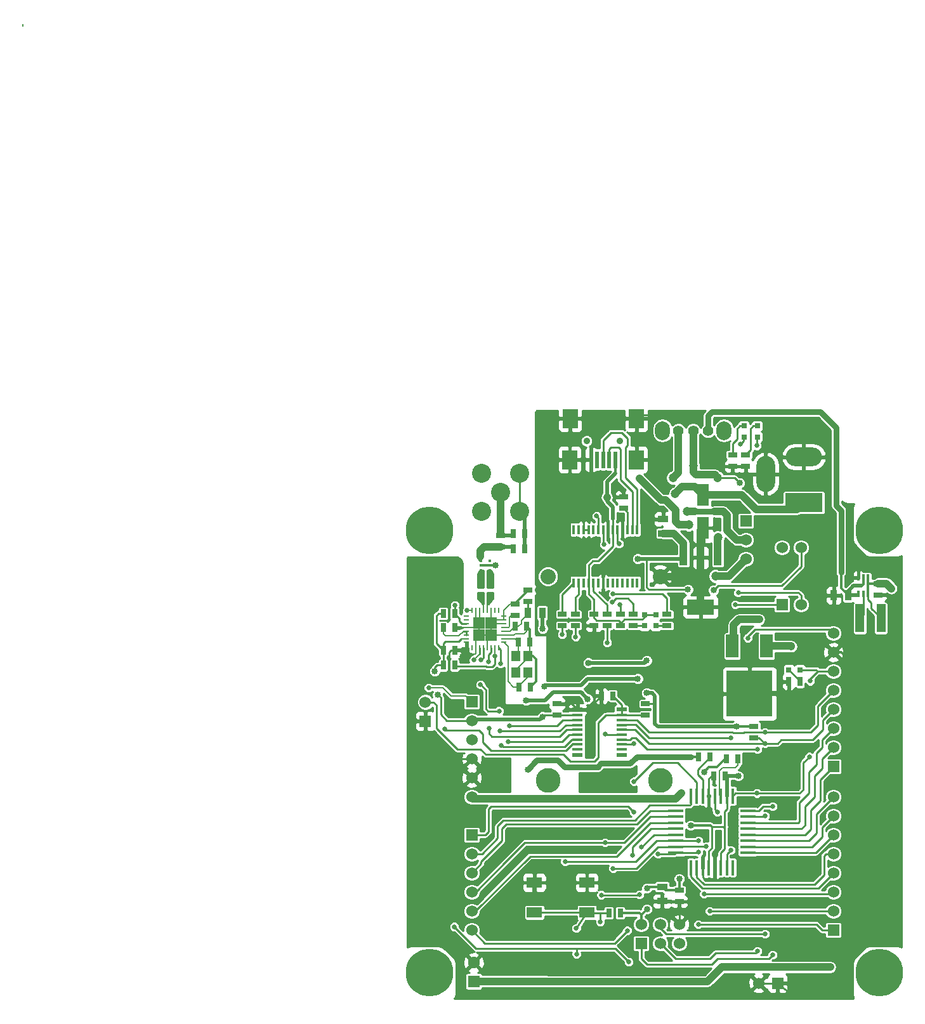
<source format=gtl>
G04 (created by PCBNEW (2013-07-07 BZR 4022)-stable) date Sun 29 Sep 2013 11:58:18 AM NZDT*
%MOIN*%
G04 Gerber Fmt 3.4, Leading zero omitted, Abs format*
%FSLAX34Y34*%
G01*
G70*
G90*
G04 APERTURE LIST*
%ADD10C,0.00590551*%
%ADD11R,0.0236X0.0157*%
%ADD12R,0.00590551X0.00590551*%
%ADD13C,0.0354*%
%ADD14R,0.0787X0.0984*%
%ADD15R,0.0197X0.0906*%
%ADD16C,0.25*%
%ADD17R,0.0177X0.0787*%
%ADD18R,0.0787X0.0177*%
%ADD19R,0.06X0.06*%
%ADD20C,0.06*%
%ADD21R,0.144X0.08*%
%ADD22R,0.04X0.08*%
%ADD23R,0.035X0.055*%
%ADD24R,0.055X0.035*%
%ADD25R,0.045X0.025*%
%ADD26R,0.025X0.045*%
%ADD27R,0.0314X0.0314*%
%ADD28R,0.063X0.1181*%
%ADD29R,0.0787402X0.0551181*%
%ADD30R,0.065X0.12*%
%ADD31R,0.24X0.24*%
%ADD32C,0.1*%
%ADD33R,0.0629921X0.0629921*%
%ADD34C,0.0629921*%
%ADD35O,0.189X0.0984252*%
%ADD36R,0.19685X0.0984252*%
%ADD37O,0.0984252X0.189*%
%ADD38C,0.0551181*%
%ADD39O,0.0787402X0.0984252*%
%ADD40R,0.015748X0.011811*%
%ADD41R,0.0137795X0.0334646*%
%ADD42R,0.016X0.05*%
%ADD43R,0.0531496X0.015748*%
%ADD44R,0.0531496X0.023622*%
%ADD45C,0.08*%
%ADD46C,0.13*%
%ADD47R,0.03X0.01*%
%ADD48R,0.01X0.03*%
%ADD49R,0.0472441X0.145669*%
%ADD50R,0.0472441X0.0551181*%
%ADD51C,0.0255906*%
%ADD52C,0.0334646*%
%ADD53C,0.0472441*%
%ADD54C,0.00984252*%
%ADD55C,0.01*%
%ADD56C,0.0137795*%
%ADD57C,0.0295276*%
%ADD58C,0.019685*%
%ADD59C,0.0393701*%
%ADD60C,0.00787402*%
G04 APERTURE END LIST*
G54D10*
G54D11*
X24606Y-29802D03*
X24606Y-29448D03*
G54D12*
X0Y0D03*
X0Y59D03*
G54D13*
X29634Y-21800D03*
X31366Y-21800D03*
G54D14*
X28768Y-20619D03*
X32252Y-20619D03*
X28748Y-22784D03*
X32252Y-22784D03*
G54D15*
X30500Y-22784D03*
X30815Y-22784D03*
X31130Y-22784D03*
X30185Y-22784D03*
X29870Y-22784D03*
G54D16*
X21380Y-26500D03*
X21380Y-49730D03*
X45000Y-26500D03*
X45000Y-49730D03*
G54D17*
X37313Y-44218D03*
X36998Y-44218D03*
X36683Y-44218D03*
X36368Y-44218D03*
X36053Y-44218D03*
X35738Y-44218D03*
X35423Y-44218D03*
X35108Y-44218D03*
X35110Y-40452D03*
X37320Y-40452D03*
X37000Y-40452D03*
X36680Y-40452D03*
X36370Y-40452D03*
X36050Y-40452D03*
X35740Y-40452D03*
X35420Y-40452D03*
G54D18*
X34320Y-43434D03*
X34320Y-43120D03*
X34320Y-42804D03*
X34320Y-42490D03*
X34320Y-42174D03*
X34320Y-41860D03*
X34320Y-41544D03*
X34320Y-41230D03*
X38100Y-43432D03*
X38100Y-43122D03*
X38100Y-42802D03*
X38100Y-42492D03*
X38100Y-42182D03*
X38100Y-41862D03*
X38100Y-41542D03*
X38100Y-41222D03*
G54D19*
X39900Y-30400D03*
G54D20*
X40900Y-30400D03*
X40900Y-27400D03*
X39900Y-27400D03*
G54D21*
X35629Y-30532D03*
G54D22*
X35629Y-27932D03*
X34729Y-27932D03*
X36529Y-27932D03*
G54D23*
X27304Y-30826D03*
X26554Y-30826D03*
G54D24*
X33600Y-45225D03*
X33600Y-45975D03*
X33661Y-26654D03*
X33661Y-25904D03*
G54D25*
X34500Y-45400D03*
X34500Y-46000D03*
G54D26*
X22101Y-31614D03*
X22701Y-31614D03*
X25881Y-31535D03*
X26481Y-31535D03*
G54D25*
X25866Y-30969D03*
X25866Y-30369D03*
G54D26*
X26077Y-34724D03*
X26677Y-34724D03*
X26060Y-32380D03*
X26660Y-32380D03*
X25782Y-27460D03*
X26382Y-27460D03*
X22101Y-32795D03*
X22701Y-32795D03*
G54D25*
X29035Y-30900D03*
X29035Y-31500D03*
X31574Y-25339D03*
X31574Y-24739D03*
X30019Y-30900D03*
X30019Y-31500D03*
X28070Y-36205D03*
X28070Y-35605D03*
G54D26*
X31008Y-35196D03*
X30408Y-35196D03*
X36914Y-39409D03*
X36314Y-39409D03*
G54D25*
X31397Y-31500D03*
X31397Y-30900D03*
X25098Y-27366D03*
X25098Y-26766D03*
G54D26*
X22101Y-30866D03*
X22701Y-30866D03*
X22101Y-33582D03*
X22701Y-33582D03*
G54D25*
X32086Y-31500D03*
X32086Y-30900D03*
X33858Y-31500D03*
X33858Y-30900D03*
G54D26*
X30800Y-46600D03*
X31400Y-46600D03*
G54D25*
X32716Y-36205D03*
X32716Y-35605D03*
X37303Y-23134D03*
X37303Y-22534D03*
X37992Y-23134D03*
X37992Y-22534D03*
X38425Y-37386D03*
X38425Y-36786D03*
G54D26*
X35526Y-38385D03*
X36126Y-38385D03*
G54D25*
X30708Y-31500D03*
X30708Y-30900D03*
X28346Y-31500D03*
X28346Y-30900D03*
G54D26*
X40251Y-34448D03*
X40851Y-34448D03*
X36983Y-38503D03*
X37583Y-38503D03*
G54D11*
X24015Y-29802D03*
X24015Y-29448D03*
G54D19*
X42600Y-47500D03*
G54D20*
X42600Y-46500D03*
X42600Y-45500D03*
X42600Y-44500D03*
X42600Y-43500D03*
X42600Y-42500D03*
X42600Y-41500D03*
X42600Y-40500D03*
G54D19*
X42600Y-38900D03*
G54D20*
X42600Y-37900D03*
X42600Y-36900D03*
X42600Y-35900D03*
X42600Y-34900D03*
X42600Y-33900D03*
X42600Y-32900D03*
X42600Y-31900D03*
G54D19*
X32500Y-48200D03*
G54D20*
X32500Y-47200D03*
X33500Y-48200D03*
X33500Y-47200D03*
X34500Y-48200D03*
X34500Y-47200D03*
G54D19*
X38000Y-26000D03*
G54D20*
X38000Y-27000D03*
X38000Y-28000D03*
G54D19*
X21161Y-36523D03*
G54D20*
X21161Y-35523D03*
G54D19*
X39673Y-50295D03*
G54D20*
X38673Y-50295D03*
G54D19*
X23600Y-42500D03*
G54D20*
X23600Y-43500D03*
X23600Y-44500D03*
X23600Y-45500D03*
X23600Y-46500D03*
X23600Y-47500D03*
G54D19*
X23600Y-35500D03*
G54D20*
X23600Y-36500D03*
X23600Y-37500D03*
X23600Y-38500D03*
X23600Y-39500D03*
X23600Y-40500D03*
G54D27*
X37900Y-21595D03*
X37900Y-21005D03*
X40846Y-33818D03*
X40256Y-33818D03*
X32677Y-30925D03*
X32677Y-31515D03*
X38600Y-21595D03*
X38600Y-21005D03*
X33267Y-30925D03*
X33267Y-31515D03*
G54D28*
X35750Y-24634D03*
X35750Y-26366D03*
G54D29*
X29645Y-46574D03*
X29645Y-45000D03*
X26889Y-45000D03*
X26889Y-46574D03*
G54D26*
X25782Y-26673D03*
X26382Y-26673D03*
G54D30*
X39088Y-32578D03*
G54D31*
X38188Y-35078D03*
G54D30*
X37288Y-32578D03*
G54D32*
X25100Y-24500D03*
X26100Y-23500D03*
X24100Y-23500D03*
X24100Y-25500D03*
X26100Y-25500D03*
G54D33*
X23700Y-50192D03*
G54D34*
X23700Y-49207D03*
G54D35*
X41043Y-22637D03*
G54D36*
X41043Y-25037D03*
G54D37*
X39043Y-23537D03*
G54D38*
X35236Y-21259D03*
X36023Y-21259D03*
X34448Y-21259D03*
G54D39*
X33622Y-21259D03*
X36850Y-21259D03*
G54D40*
X24557Y-28602D03*
X24557Y-28346D03*
X24557Y-28090D03*
X24064Y-28602D03*
X24064Y-28346D03*
X24064Y-28090D03*
G54D41*
X44428Y-28982D03*
X44173Y-28982D03*
X43917Y-28982D03*
X43917Y-29849D03*
X44173Y-29849D03*
X44428Y-29849D03*
G54D23*
X43366Y-29908D03*
X42616Y-29908D03*
G54D25*
X44960Y-29293D03*
X44960Y-29893D03*
G54D42*
X28960Y-29254D03*
X29210Y-29254D03*
X29470Y-29254D03*
X29730Y-29254D03*
X29980Y-29254D03*
X30240Y-29254D03*
X30500Y-29254D03*
X30750Y-29254D03*
X31010Y-29254D03*
X31260Y-29254D03*
X31520Y-29254D03*
X31780Y-29254D03*
X32030Y-29254D03*
X32290Y-29254D03*
X32290Y-26454D03*
X32030Y-26454D03*
X31790Y-26454D03*
X31520Y-26454D03*
X31260Y-26454D03*
X31010Y-26454D03*
X30750Y-26454D03*
X30500Y-26454D03*
X30240Y-26454D03*
X29980Y-26454D03*
X29730Y-26454D03*
X29470Y-26454D03*
X29210Y-26454D03*
X28960Y-26454D03*
G54D43*
X29161Y-36978D03*
X29161Y-37234D03*
X29161Y-37490D03*
X29161Y-37746D03*
X31468Y-36214D03*
X29161Y-36210D03*
X29161Y-36466D03*
X29161Y-36722D03*
X31468Y-38001D03*
X31468Y-37746D03*
X31468Y-37490D03*
X31468Y-37234D03*
X31468Y-36978D03*
X31468Y-36722D03*
X29161Y-38001D03*
X31468Y-36466D03*
G54D44*
X29161Y-35915D03*
X29161Y-38297D03*
X31468Y-38297D03*
X31468Y-35915D03*
G54D45*
X33505Y-28918D03*
X27605Y-28918D03*
G54D46*
X33505Y-39618D03*
X27605Y-39618D03*
G54D47*
X25295Y-31200D03*
X25295Y-31397D03*
X25295Y-31594D03*
X25295Y-31003D03*
G54D48*
X25000Y-30708D03*
X24803Y-30708D03*
X24606Y-30708D03*
X24409Y-30708D03*
X24213Y-30708D03*
X24016Y-30708D03*
X23819Y-30708D03*
X23622Y-30708D03*
G54D47*
X23327Y-32381D03*
X23327Y-31003D03*
X23327Y-31200D03*
X23327Y-31397D03*
X23327Y-31594D03*
X23327Y-31790D03*
X23327Y-31987D03*
X23327Y-32184D03*
G54D48*
X23622Y-32676D03*
X23819Y-32676D03*
X24016Y-32676D03*
X24213Y-32676D03*
X24409Y-32676D03*
X24606Y-32676D03*
X24803Y-32676D03*
X25000Y-32676D03*
G54D47*
X25295Y-32381D03*
X25295Y-32184D03*
X25295Y-31987D03*
X25295Y-31790D03*
G54D33*
X24625Y-31377D03*
X24625Y-32007D03*
X23996Y-31377D03*
X23996Y-32007D03*
G54D25*
X26535Y-30221D03*
X26535Y-29621D03*
G54D49*
X45098Y-31112D03*
X43996Y-31112D03*
G54D50*
X25925Y-33096D03*
X25925Y-33963D03*
X26554Y-33096D03*
X26554Y-33963D03*
G54D51*
X37598Y-29763D03*
X38582Y-22047D03*
X37716Y-21968D03*
X37440Y-30393D03*
G54D52*
X38700Y-31181D03*
G54D53*
X34921Y-25511D03*
X34173Y-23740D03*
G54D51*
X31377Y-30393D03*
X31338Y-27204D03*
X31023Y-29842D03*
X30551Y-27244D03*
X30157Y-25748D03*
X30984Y-30275D03*
X36500Y-41300D03*
X38100Y-32150D03*
X25078Y-37047D03*
X25100Y-33500D03*
X25039Y-35984D03*
X25590Y-36771D03*
X24094Y-33307D03*
X24055Y-34606D03*
X24488Y-33385D03*
X24500Y-36900D03*
X39000Y-37700D03*
X39000Y-47700D03*
X39000Y-41500D03*
X39000Y-37100D03*
X39400Y-48800D03*
X39400Y-41000D03*
X41377Y-34409D03*
X41338Y-38385D03*
X38582Y-40314D03*
X38600Y-48600D03*
X38600Y-38000D03*
X32125Y-39685D03*
X32125Y-41299D03*
X30600Y-42900D03*
X30600Y-37200D03*
X31771Y-47519D03*
X32047Y-43582D03*
X28503Y-43897D03*
X28346Y-31968D03*
X35500Y-42800D03*
X35500Y-47200D03*
X31023Y-44251D03*
X30708Y-32401D03*
X36100Y-46500D03*
X35900Y-43100D03*
X32100Y-37700D03*
X33385Y-43503D03*
X35800Y-45600D03*
X35500Y-43400D03*
X37200Y-37400D03*
X37200Y-43300D03*
X25511Y-37598D03*
X24803Y-33110D03*
X23346Y-30708D03*
X21338Y-34763D03*
X32519Y-43149D03*
X32401Y-45629D03*
X30400Y-45650D03*
X30350Y-47050D03*
X31850Y-49173D03*
X29100Y-48750D03*
X22677Y-47322D03*
X29055Y-32086D03*
X29094Y-47401D03*
X23700Y-33307D03*
X25157Y-37795D03*
X22165Y-36929D03*
X22716Y-30433D03*
G54D52*
X42440Y-49448D03*
X45650Y-29550D03*
X26535Y-39055D03*
X27598Y-50196D03*
X35800Y-39200D03*
X32400Y-23750D03*
G54D53*
X35000Y-26200D03*
X36400Y-28900D03*
G54D52*
X30700Y-24750D03*
X27322Y-31653D03*
X27401Y-34685D03*
X27322Y-36299D03*
X32322Y-34291D03*
X32322Y-27992D03*
X34960Y-29606D03*
X36299Y-29645D03*
X21811Y-35118D03*
X21653Y-33897D03*
X37677Y-24015D03*
X35100Y-42000D03*
X34500Y-44800D03*
G54D53*
X35236Y-23110D03*
G54D52*
X29685Y-35354D03*
X29724Y-33464D03*
X32795Y-33346D03*
X26456Y-35433D03*
X32795Y-35039D03*
X37500Y-36800D03*
X37600Y-39400D03*
X32800Y-46400D03*
X32800Y-45300D03*
G54D53*
X36529Y-23734D03*
X36535Y-26850D03*
X34291Y-24566D03*
G54D52*
X34600Y-40300D03*
X40393Y-32598D03*
X22952Y-29055D03*
X43425Y-25236D03*
X27165Y-30157D03*
X27992Y-29645D03*
X27086Y-28149D03*
X27086Y-26141D03*
X27086Y-27125D03*
X27086Y-23149D03*
X27086Y-24133D03*
X27086Y-25078D03*
X27086Y-20393D03*
X27086Y-21259D03*
X27086Y-22204D03*
X27165Y-29488D03*
X24881Y-41417D03*
X24055Y-41141D03*
X22322Y-30354D03*
X22952Y-29881D03*
X20354Y-28188D03*
X22952Y-28188D03*
X41732Y-48425D03*
X44173Y-46653D03*
X42440Y-50905D03*
X46023Y-46653D03*
X46023Y-40944D03*
X29409Y-39409D03*
X30393Y-44251D03*
X44606Y-28451D03*
X45750Y-30250D03*
X45800Y-29000D03*
X43897Y-28451D03*
X45354Y-28638D03*
X45748Y-31023D03*
X45748Y-31771D03*
X44173Y-33346D03*
X43385Y-30629D03*
X43385Y-31614D03*
X43582Y-32283D03*
X42676Y-30537D03*
X44251Y-32283D03*
X45393Y-32322D03*
X29842Y-38267D03*
X33330Y-44196D03*
X31350Y-44968D03*
X30393Y-45000D03*
X28110Y-41377D03*
X28110Y-42401D03*
X30000Y-42401D03*
X25344Y-40078D03*
X25354Y-38937D03*
X25314Y-47007D03*
X25314Y-43267D03*
X26811Y-47755D03*
X30905Y-47755D03*
X28385Y-47755D03*
X26600Y-36050D03*
X25650Y-36050D03*
X25157Y-33937D03*
X32125Y-39133D03*
X31417Y-40118D03*
X30236Y-40118D03*
X32322Y-21732D03*
X30472Y-20669D03*
X40905Y-37952D03*
X36535Y-41732D03*
X35078Y-41456D03*
X39724Y-41496D03*
X38149Y-39960D03*
X38188Y-40708D03*
X37322Y-41377D03*
X40574Y-39464D03*
X38149Y-38425D03*
X35590Y-48267D03*
X38070Y-48228D03*
X39015Y-48228D03*
X40000Y-48858D03*
X30944Y-48897D03*
X35748Y-49685D03*
X26811Y-48897D03*
X25314Y-45472D03*
X34173Y-20433D03*
X46023Y-35826D03*
X44173Y-35826D03*
X23188Y-50905D03*
X20354Y-47755D03*
X20354Y-43779D03*
X38937Y-25866D03*
X42450Y-26300D03*
X40354Y-26062D03*
X37677Y-25196D03*
X44173Y-40944D03*
X39261Y-31289D03*
X41328Y-31289D03*
X46023Y-33346D03*
X21653Y-33149D03*
X23110Y-33149D03*
X33850Y-32800D03*
X28700Y-32850D03*
X30550Y-32950D03*
X31650Y-32800D03*
X29600Y-32850D03*
X28700Y-34200D03*
X33850Y-36300D03*
G54D51*
X30078Y-34645D03*
G54D52*
X29842Y-24173D03*
X30000Y-41377D03*
X26811Y-41377D03*
X34850Y-28918D03*
X35800Y-28900D03*
X33800Y-27400D03*
X32700Y-24900D03*
X35800Y-42400D03*
X36500Y-46000D03*
X36535Y-42401D03*
X26811Y-44173D03*
X26811Y-45787D03*
X35100Y-32800D03*
X35100Y-36300D03*
X22496Y-34224D03*
X22559Y-35905D03*
X22952Y-35551D03*
X21614Y-37992D03*
X20354Y-34015D03*
X26811Y-43267D03*
X30000Y-43267D03*
X36149Y-36350D03*
X36141Y-35078D03*
X36251Y-32681D03*
X40901Y-43905D03*
X38098Y-44460D03*
X40905Y-34960D03*
X24842Y-28346D03*
X43464Y-29002D03*
X42637Y-29238D03*
X36614Y-23031D03*
X29370Y-50905D03*
X35118Y-50905D03*
X20354Y-39960D03*
X30039Y-32007D03*
X35100Y-31600D03*
X35100Y-35100D03*
X40900Y-46000D03*
X40511Y-50905D03*
X31850Y-27165D03*
X31181Y-24173D03*
X33149Y-22755D03*
G54D54*
X38582Y-22047D02*
X38582Y-21612D01*
X37598Y-29763D02*
X40748Y-29763D01*
X40900Y-30400D02*
X40900Y-29915D01*
X40748Y-29763D02*
X40900Y-29915D01*
X38582Y-21612D02*
X38600Y-21595D01*
G54D55*
X37874Y-21811D02*
X37716Y-21968D01*
X37900Y-21595D02*
X37874Y-21811D01*
X37447Y-30400D02*
X39900Y-30400D01*
X37440Y-30393D02*
X37447Y-30400D01*
G54D54*
X22834Y-37992D02*
X24055Y-37992D01*
X30039Y-38622D02*
X30236Y-38425D01*
X30236Y-36614D02*
X30635Y-36214D01*
X31468Y-36214D02*
X30635Y-36214D01*
X28425Y-38267D02*
X28779Y-38622D01*
X28779Y-38622D02*
X30039Y-38622D01*
X22834Y-37992D02*
X21732Y-36889D01*
X21732Y-36889D02*
X21732Y-35669D01*
X21732Y-35669D02*
X21586Y-35523D01*
X21586Y-35523D02*
X21161Y-35523D01*
X24330Y-38267D02*
X24055Y-37992D01*
X24330Y-38267D02*
X28425Y-38267D01*
X30236Y-36614D02*
X30236Y-38425D01*
X31468Y-35915D02*
X31468Y-35656D01*
X31468Y-35656D02*
X31008Y-35196D01*
X31468Y-36214D02*
X31468Y-35915D01*
X31468Y-36214D02*
X32707Y-36214D01*
G54D56*
X32707Y-36214D02*
X32716Y-36205D01*
G54D54*
X37992Y-22534D02*
X38250Y-22276D01*
X38395Y-21005D02*
X38600Y-21005D01*
X38250Y-21150D02*
X38395Y-21005D01*
X38250Y-22276D02*
X38250Y-21150D01*
X37303Y-22534D02*
X37303Y-21946D01*
X37695Y-21005D02*
X37900Y-21005D01*
X37550Y-21150D02*
X37695Y-21005D01*
X37550Y-21700D02*
X37550Y-21150D01*
X37303Y-21946D02*
X37550Y-21700D01*
G54D57*
X41929Y-20275D02*
X36220Y-20275D01*
X42755Y-25205D02*
X43000Y-25450D01*
X43000Y-25450D02*
X43000Y-28700D01*
G54D56*
X43000Y-28700D02*
X43000Y-29541D01*
X43366Y-29908D02*
X43000Y-29541D01*
G54D57*
X42755Y-21102D02*
X41929Y-20275D01*
X42755Y-21102D02*
X42755Y-25205D01*
X36023Y-20472D02*
X36023Y-21259D01*
X36220Y-20275D02*
X36023Y-20472D01*
G54D56*
X44173Y-28982D02*
X44173Y-29317D01*
X43366Y-29690D02*
X43366Y-29908D01*
G54D58*
X43661Y-29396D02*
X43366Y-29690D01*
X44094Y-29396D02*
X43661Y-29396D01*
G54D56*
X44173Y-29317D02*
X44094Y-29396D01*
X43917Y-29849D02*
X43877Y-29888D01*
G54D58*
X43877Y-29888D02*
X43386Y-29888D01*
X37362Y-32505D02*
X37288Y-32578D01*
G54D59*
X37362Y-31456D02*
X37362Y-32505D01*
X37637Y-31181D02*
X37362Y-31456D01*
X38700Y-31181D02*
X37637Y-31181D01*
X37511Y-27000D02*
X37007Y-26496D01*
X37007Y-26496D02*
X37007Y-25708D01*
X37007Y-25708D02*
X36811Y-25511D01*
X35300Y-25511D02*
X34921Y-25511D01*
G54D57*
X36350Y-25511D02*
X35300Y-25511D01*
G54D59*
X36811Y-25511D02*
X36350Y-25511D01*
X38000Y-27000D02*
X37511Y-27000D01*
X34448Y-23464D02*
X34448Y-21259D01*
X34173Y-23740D02*
X34448Y-23464D01*
G54D58*
X25098Y-26766D02*
X25688Y-26766D01*
X25688Y-26766D02*
X25782Y-26673D01*
G54D56*
X25098Y-26766D02*
X25098Y-24501D01*
X25098Y-24501D02*
X25100Y-24500D01*
G54D60*
X24409Y-30708D02*
X24409Y-30276D01*
X24409Y-30276D02*
X24606Y-30078D01*
X24606Y-30078D02*
X24606Y-29802D01*
G54D56*
X24557Y-28602D02*
X24557Y-29399D01*
X24557Y-29399D02*
X24606Y-29448D01*
G54D60*
X24213Y-30708D02*
X24213Y-30000D01*
X24213Y-30000D02*
X24015Y-29802D01*
G54D56*
X24064Y-28602D02*
X24064Y-29399D01*
X24064Y-29399D02*
X24015Y-29448D01*
G54D59*
X25098Y-27366D02*
X24233Y-27366D01*
X24050Y-27550D02*
X24050Y-27850D01*
G54D58*
X24050Y-27850D02*
X24050Y-28065D01*
G54D59*
X24233Y-27366D02*
X24050Y-27550D01*
G54D58*
X25098Y-27366D02*
X25688Y-27366D01*
X25688Y-27366D02*
X25782Y-27460D01*
G54D55*
X30815Y-22784D02*
X30815Y-22236D01*
X32030Y-24451D02*
X32030Y-26454D01*
X31397Y-23818D02*
X32030Y-24451D01*
X31397Y-22244D02*
X31397Y-23818D01*
X31299Y-22145D02*
X31397Y-22244D01*
X30905Y-22145D02*
X31299Y-22145D01*
X30815Y-22236D02*
X30905Y-22145D01*
X30500Y-22784D02*
X30500Y-21763D01*
X32290Y-24317D02*
X32290Y-26454D01*
X31692Y-23720D02*
X32290Y-24317D01*
X31692Y-22145D02*
X31692Y-23720D01*
X31791Y-22047D02*
X31692Y-22145D01*
X31791Y-21653D02*
X31791Y-22047D01*
X31496Y-21358D02*
X31791Y-21653D01*
X30905Y-21358D02*
X31496Y-21358D01*
X30500Y-21763D02*
X30905Y-21358D01*
X31260Y-26454D02*
X31260Y-27126D01*
X31397Y-30413D02*
X31397Y-30900D01*
X31377Y-30393D02*
X31397Y-30413D01*
X31260Y-27126D02*
X31338Y-27204D01*
X31023Y-29842D02*
X33622Y-29842D01*
X33622Y-29842D02*
X33858Y-30078D01*
X33858Y-30900D02*
X33858Y-30078D01*
X30511Y-26465D02*
X30500Y-26454D01*
X30511Y-27204D02*
X30551Y-27244D01*
X30511Y-26465D02*
X30511Y-27204D01*
X33779Y-30822D02*
X33858Y-30900D01*
X30240Y-26454D02*
X30240Y-25830D01*
X30240Y-25830D02*
X30157Y-25748D01*
X32086Y-30354D02*
X32086Y-30900D01*
X31811Y-30078D02*
X32086Y-30354D01*
X31181Y-30078D02*
X31811Y-30078D01*
X30984Y-30275D02*
X31181Y-30078D01*
X32086Y-30900D02*
X32125Y-30861D01*
X31574Y-25339D02*
X31790Y-25554D01*
X31790Y-25554D02*
X31790Y-26454D01*
G54D54*
X35740Y-40452D02*
X35740Y-39598D01*
X36126Y-38400D02*
X36126Y-38385D01*
X35472Y-39055D02*
X36126Y-38400D01*
X35472Y-39330D02*
X35472Y-39055D01*
X35740Y-39598D02*
X35472Y-39330D01*
G54D60*
X36680Y-40452D02*
X36614Y-40386D01*
X37583Y-38833D02*
X37583Y-38503D01*
X37440Y-38976D02*
X37583Y-38833D01*
X36771Y-38976D02*
X37440Y-38976D01*
X36614Y-39133D02*
X36771Y-38976D01*
X36614Y-40386D02*
X36614Y-39133D01*
G54D54*
X38468Y-31700D02*
X38100Y-32068D01*
X36370Y-40452D02*
X36370Y-41170D01*
X36370Y-41170D02*
X36500Y-41300D01*
X38468Y-31700D02*
X42400Y-31700D01*
X42400Y-31700D02*
X42600Y-31900D01*
X38100Y-32068D02*
X38100Y-32150D01*
G54D55*
X29210Y-29254D02*
X29210Y-29844D01*
X29035Y-30019D02*
X29035Y-30900D01*
X29210Y-29844D02*
X29035Y-30019D01*
G54D54*
X28228Y-37047D02*
X25078Y-37047D01*
X28553Y-36722D02*
X28228Y-37047D01*
X29161Y-36722D02*
X28553Y-36722D01*
X25100Y-32776D02*
X25000Y-32676D01*
X25100Y-32776D02*
X25100Y-33500D01*
G54D55*
X28346Y-30900D02*
X28346Y-29868D01*
X28346Y-29868D02*
X28960Y-29254D01*
X29980Y-29254D02*
X29980Y-29684D01*
X30708Y-30413D02*
X30708Y-30900D01*
X29980Y-29684D02*
X30708Y-30413D01*
G54D54*
X24330Y-35866D02*
X24330Y-34881D01*
X24330Y-35866D02*
X24448Y-35984D01*
X24448Y-35984D02*
X25039Y-35984D01*
X25590Y-36771D02*
X28070Y-36771D01*
X28375Y-36466D02*
X28070Y-36771D01*
X29161Y-36466D02*
X28375Y-36466D01*
X24330Y-34881D02*
X24055Y-34606D01*
X24212Y-33188D02*
X24212Y-32677D01*
X24094Y-33307D02*
X24212Y-33188D01*
X24094Y-34566D02*
X24055Y-34606D01*
X24488Y-33385D02*
X24488Y-33031D01*
X24488Y-33031D02*
X24606Y-32913D01*
X24606Y-32677D02*
X24606Y-32913D01*
X28572Y-36978D02*
X29161Y-36978D01*
X28228Y-37322D02*
X24685Y-37322D01*
X28572Y-36978D02*
X28228Y-37322D01*
X24500Y-37177D02*
X24500Y-36900D01*
X24645Y-37322D02*
X24500Y-37177D01*
X24685Y-37322D02*
X24645Y-37322D01*
X44173Y-29849D02*
X44173Y-30935D01*
X44173Y-30935D02*
X43996Y-31112D01*
G54D60*
X25295Y-31594D02*
X25531Y-31594D01*
X25684Y-30969D02*
X25866Y-30969D01*
X25590Y-31062D02*
X25684Y-30969D01*
X25590Y-31535D02*
X25590Y-31062D01*
X25531Y-31594D02*
X25590Y-31535D01*
X26077Y-34724D02*
X25787Y-34724D01*
X25511Y-32598D02*
X25295Y-32381D01*
X25511Y-34448D02*
X25511Y-32598D01*
X25787Y-34724D02*
X25511Y-34448D01*
X26077Y-34724D02*
X26077Y-34670D01*
X26554Y-34193D02*
X26554Y-33963D01*
X26077Y-34670D02*
X26554Y-34193D01*
G54D56*
X26696Y-33963D02*
X26554Y-33963D01*
G54D60*
X26060Y-32380D02*
X26060Y-32961D01*
X26060Y-32961D02*
X25925Y-33096D01*
X25295Y-32184D02*
X25864Y-32184D01*
X25864Y-32184D02*
X26060Y-32380D01*
G54D54*
X23326Y-31988D02*
X23326Y-31791D01*
G54D60*
X23169Y-31791D02*
X22913Y-32047D01*
X22913Y-32047D02*
X22204Y-32047D01*
X22204Y-32047D02*
X22101Y-31944D01*
X22101Y-31944D02*
X22101Y-31614D01*
G54D54*
X23326Y-31791D02*
X23169Y-31791D01*
X26554Y-30826D02*
X26554Y-30239D01*
G54D56*
X26554Y-30239D02*
X26535Y-30221D01*
G54D54*
X26554Y-30239D02*
X26535Y-30221D01*
G54D60*
X26554Y-30193D02*
X26589Y-30157D01*
X26200Y-31240D02*
X26554Y-30886D01*
X26200Y-31397D02*
X26200Y-31240D01*
X25881Y-31535D02*
X26062Y-31535D01*
X26062Y-31535D02*
X26200Y-31397D01*
X25295Y-31790D02*
X25625Y-31790D01*
X25625Y-31790D02*
X25881Y-31535D01*
X25881Y-31638D02*
X25881Y-31456D01*
G54D55*
X33267Y-31515D02*
X33843Y-31515D01*
X33843Y-31515D02*
X33858Y-31500D01*
X32086Y-31500D02*
X32662Y-31500D01*
X32662Y-31500D02*
X32677Y-31515D01*
G54D54*
X40851Y-34448D02*
X40851Y-34413D01*
X40851Y-34413D02*
X40256Y-33818D01*
G54D55*
X38100Y-42492D02*
X41107Y-42492D01*
X41900Y-39600D02*
X42600Y-38900D01*
X41900Y-40700D02*
X41900Y-39600D01*
X41400Y-41200D02*
X41900Y-40700D01*
X41400Y-42200D02*
X41400Y-41200D01*
X41107Y-42492D02*
X41400Y-42200D01*
X38100Y-42182D02*
X40917Y-42182D01*
X42000Y-38500D02*
X42600Y-37900D01*
X42000Y-39000D02*
X42000Y-38500D01*
X41600Y-39400D02*
X42000Y-39000D01*
X41600Y-40500D02*
X41600Y-39400D01*
X41100Y-41000D02*
X41600Y-40500D01*
X41100Y-42000D02*
X41100Y-41000D01*
X40917Y-42182D02*
X41100Y-42000D01*
X38100Y-41862D02*
X40737Y-41862D01*
X42000Y-37500D02*
X42600Y-36900D01*
X42000Y-37900D02*
X42000Y-37500D01*
X41700Y-38200D02*
X42000Y-37900D01*
X41700Y-38800D02*
X41700Y-38200D01*
X41300Y-39200D02*
X41700Y-38800D01*
X41300Y-40300D02*
X41300Y-39200D01*
X40800Y-40800D02*
X41300Y-40300D01*
X40800Y-41800D02*
X40800Y-40800D01*
X40737Y-41862D02*
X40800Y-41800D01*
G54D54*
X38425Y-37386D02*
X38686Y-37386D01*
X38686Y-37386D02*
X39000Y-37700D01*
X39862Y-37504D02*
X41511Y-37504D01*
X42047Y-36452D02*
X42600Y-35900D01*
X42047Y-36968D02*
X42047Y-36452D01*
X41511Y-37504D02*
X42047Y-36968D01*
X31468Y-36978D02*
X32000Y-36978D01*
X32178Y-36978D02*
X32900Y-37700D01*
X32900Y-37700D02*
X38425Y-37700D01*
X38425Y-37700D02*
X39000Y-37700D01*
X32000Y-36978D02*
X32178Y-36978D01*
X39666Y-37700D02*
X39862Y-37504D01*
X39000Y-37700D02*
X39666Y-37700D01*
G54D55*
X38100Y-41542D02*
X38957Y-41542D01*
G54D54*
X33500Y-47400D02*
X33500Y-47200D01*
X39000Y-47700D02*
X33800Y-47700D01*
X33800Y-47700D02*
X33500Y-47400D01*
G54D55*
X38957Y-41542D02*
X39000Y-41500D01*
G54D54*
X39000Y-37100D02*
X41403Y-37100D01*
X41771Y-35728D02*
X42600Y-34900D01*
X41771Y-36732D02*
X41771Y-35728D01*
X41403Y-37100D02*
X41771Y-36732D01*
X32266Y-36466D02*
X32900Y-37100D01*
X39000Y-37100D02*
X37913Y-37100D01*
X37913Y-37100D02*
X37895Y-37125D01*
X37895Y-37125D02*
X37329Y-37125D01*
X37329Y-37125D02*
X37308Y-37103D01*
X37308Y-37103D02*
X32900Y-37100D01*
X32000Y-36466D02*
X32266Y-36466D01*
X32000Y-36466D02*
X31468Y-36466D01*
G54D55*
X38100Y-41222D02*
X38677Y-41222D01*
G54D54*
X32500Y-49000D02*
X32500Y-48200D01*
X39400Y-48800D02*
X39200Y-49000D01*
X39200Y-49000D02*
X36500Y-49000D01*
X36500Y-49000D02*
X36200Y-49300D01*
X36200Y-49300D02*
X32800Y-49300D01*
X32800Y-49300D02*
X32500Y-49000D01*
G54D55*
X38900Y-41000D02*
X39400Y-41000D01*
X38677Y-41222D02*
X38900Y-41000D01*
G54D54*
X37320Y-40452D02*
X37458Y-40314D01*
X37458Y-40314D02*
X38582Y-40314D01*
X38582Y-40314D02*
X40826Y-40314D01*
X41023Y-40118D02*
X41023Y-39094D01*
X40826Y-40314D02*
X41023Y-40118D01*
X40846Y-33818D02*
X41692Y-33818D01*
X41692Y-33818D02*
X41774Y-33900D01*
X41023Y-39113D02*
X41023Y-39094D01*
X41377Y-34409D02*
X41377Y-34291D01*
X41023Y-39094D02*
X41023Y-38700D01*
X41023Y-38700D02*
X41338Y-38385D01*
X41377Y-34291D02*
X41769Y-33900D01*
X41769Y-33900D02*
X41774Y-33900D01*
X41774Y-33900D02*
X42600Y-33900D01*
X38600Y-48600D02*
X38500Y-48700D01*
X38500Y-48700D02*
X36400Y-48700D01*
X36400Y-48700D02*
X36100Y-49000D01*
X36100Y-49000D02*
X34300Y-49000D01*
X33500Y-48200D02*
X34300Y-49000D01*
X31909Y-37490D02*
X32000Y-37400D01*
X32000Y-37400D02*
X32200Y-37400D01*
X32200Y-37400D02*
X32800Y-38000D01*
X32900Y-38000D02*
X32800Y-38000D01*
X38600Y-38000D02*
X32900Y-38000D01*
X31909Y-37490D02*
X31468Y-37490D01*
X24300Y-42500D02*
X24482Y-42317D01*
G54D55*
X23600Y-42500D02*
X24300Y-42500D01*
G54D54*
X34400Y-38700D02*
X35420Y-39720D01*
X31829Y-41002D02*
X24627Y-41002D01*
G54D55*
X33100Y-38700D02*
X32125Y-39685D01*
X35420Y-39720D02*
X35420Y-40452D01*
G54D54*
X31829Y-41002D02*
X32125Y-41299D01*
X24482Y-41147D02*
X24627Y-41002D01*
X33100Y-38700D02*
X34400Y-38700D01*
X24482Y-42317D02*
X24482Y-41147D01*
X32950Y-40947D02*
X35052Y-40947D01*
X35110Y-40889D02*
X35110Y-40452D01*
X35052Y-40947D02*
X35110Y-40889D01*
G54D55*
X24137Y-43500D02*
X23600Y-43500D01*
X24957Y-42680D02*
X24137Y-43500D01*
X24957Y-42036D02*
X24957Y-42680D01*
X25261Y-41732D02*
X24957Y-42036D01*
X32165Y-41732D02*
X25261Y-41732D01*
X32940Y-40957D02*
X32950Y-40947D01*
X32950Y-40947D02*
X32165Y-41732D01*
G54D54*
X25178Y-42160D02*
X25178Y-42813D01*
G54D55*
X32981Y-41230D02*
X32283Y-41929D01*
X32283Y-41929D02*
X25410Y-41929D01*
X25410Y-41929D02*
X25178Y-42160D01*
X34320Y-41230D02*
X32981Y-41230D01*
G54D54*
X24094Y-44005D02*
X23600Y-44500D01*
X24094Y-43897D02*
X24094Y-44005D01*
X25178Y-42813D02*
X24094Y-43897D01*
G54D55*
X31468Y-37234D02*
X30634Y-37234D01*
X30600Y-37200D02*
X30634Y-37234D01*
X34320Y-41544D02*
X32982Y-41544D01*
X23800Y-45500D02*
X23600Y-45500D01*
X25418Y-43881D02*
X23800Y-45500D01*
X25418Y-43873D02*
X25418Y-43881D01*
X26391Y-42900D02*
X25418Y-43873D01*
X31627Y-42900D02*
X30600Y-42900D01*
X30600Y-42900D02*
X26391Y-42900D01*
X32982Y-41544D02*
X31627Y-42900D01*
G54D54*
X26666Y-43618D02*
X23784Y-46500D01*
G54D55*
X32981Y-41860D02*
X31224Y-43618D01*
X31224Y-43618D02*
X26666Y-43618D01*
X34320Y-41860D02*
X32981Y-41860D01*
G54D54*
X23784Y-46500D02*
X23600Y-46500D01*
G54D55*
X23800Y-46500D02*
X23600Y-46500D01*
G54D54*
X31771Y-47519D02*
X31102Y-48188D01*
X24288Y-48188D02*
X23600Y-47500D01*
X31102Y-48188D02*
X24288Y-48188D01*
X34320Y-42174D02*
X33022Y-42174D01*
X31771Y-47519D02*
X31751Y-47500D01*
X32047Y-43149D02*
X32047Y-43582D01*
X33022Y-42174D02*
X32047Y-43149D01*
X28346Y-31500D02*
X28346Y-31968D01*
X33297Y-42804D02*
X34320Y-42804D01*
X32204Y-43897D02*
X33297Y-42804D01*
X28503Y-43897D02*
X32204Y-43897D01*
G54D55*
X35500Y-47200D02*
X41700Y-47200D01*
X35495Y-42804D02*
X35500Y-42800D01*
X34320Y-42804D02*
X35495Y-42804D01*
X42000Y-47500D02*
X42600Y-47500D01*
X41700Y-47200D02*
X42000Y-47500D01*
G54D54*
X30708Y-31500D02*
X30708Y-32401D01*
X33375Y-43120D02*
X34320Y-43120D01*
X32244Y-44251D02*
X33375Y-43120D01*
X31023Y-44251D02*
X32244Y-44251D01*
G54D55*
X34320Y-43120D02*
X34341Y-43100D01*
X36100Y-46500D02*
X42600Y-46500D01*
X34341Y-43100D02*
X35900Y-43100D01*
G54D54*
X33385Y-43503D02*
X34251Y-43503D01*
G54D55*
X31468Y-37746D02*
X32053Y-37746D01*
X32100Y-37700D02*
X32053Y-37746D01*
G54D54*
X34251Y-43503D02*
X34320Y-43434D01*
G54D55*
X34320Y-43434D02*
X35465Y-43434D01*
X42500Y-45600D02*
X42600Y-45500D01*
X35800Y-45600D02*
X42500Y-45600D01*
X35465Y-43434D02*
X35500Y-43400D01*
X35108Y-44218D02*
X35108Y-44708D01*
X41800Y-45300D02*
X42600Y-44500D01*
X35700Y-45300D02*
X41800Y-45300D01*
X35108Y-44708D02*
X35700Y-45300D01*
X35700Y-45000D02*
X35799Y-45099D01*
X35423Y-44723D02*
X35700Y-45000D01*
X42600Y-43500D02*
X42200Y-43500D01*
X35423Y-44723D02*
X35423Y-44218D01*
X42100Y-43600D02*
X42200Y-43500D01*
X42100Y-44600D02*
X42100Y-43600D01*
X41600Y-45099D02*
X42100Y-44600D01*
X35799Y-45099D02*
X41600Y-45099D01*
X38100Y-43432D02*
X41667Y-43432D01*
X41667Y-43432D02*
X42600Y-42500D01*
X38100Y-43122D02*
X41477Y-43122D01*
X42000Y-42100D02*
X42600Y-41500D01*
X42000Y-42600D02*
X42000Y-42100D01*
X41477Y-43122D02*
X42000Y-42600D01*
X38100Y-42802D02*
X41297Y-42802D01*
X41700Y-41400D02*
X42600Y-40500D01*
X41700Y-42400D02*
X41700Y-41400D01*
X41297Y-42802D02*
X41700Y-42400D01*
G54D54*
X36998Y-44218D02*
X36998Y-43501D01*
G54D10*
X31490Y-36700D02*
X31468Y-36722D01*
G54D54*
X32000Y-36700D02*
X31490Y-36700D01*
X32200Y-36700D02*
X32000Y-36700D01*
X37200Y-37400D02*
X32900Y-37400D01*
X36998Y-43501D02*
X37200Y-43300D01*
X32900Y-37400D02*
X32200Y-36700D01*
X28710Y-37234D02*
X28346Y-37598D01*
X28346Y-37598D02*
X25511Y-37598D01*
X28710Y-37234D02*
X29161Y-37234D01*
X22701Y-33582D02*
X22740Y-33622D01*
X22740Y-33622D02*
X24291Y-33622D01*
X24291Y-33622D02*
X24330Y-33622D01*
X24330Y-33622D02*
X24370Y-33661D01*
X24370Y-33661D02*
X24685Y-33661D01*
X24685Y-33661D02*
X24803Y-33543D01*
X24803Y-33543D02*
X24803Y-33110D01*
G54D10*
X24803Y-32677D02*
X24803Y-33110D01*
G54D60*
X23600Y-35500D02*
X23296Y-35196D01*
G54D10*
X23346Y-30708D02*
X23622Y-30708D01*
G54D60*
X22086Y-34763D02*
X21338Y-34763D01*
X22519Y-35196D02*
X22086Y-34763D01*
X23296Y-35196D02*
X22519Y-35196D01*
G54D54*
X30350Y-46600D02*
X30350Y-47050D01*
X33178Y-42490D02*
X32519Y-43149D01*
X33178Y-42490D02*
X34320Y-42490D01*
X32381Y-45650D02*
X32401Y-45629D01*
X30400Y-45650D02*
X32381Y-45650D01*
X31850Y-49173D02*
X31141Y-48464D01*
X29100Y-48464D02*
X31141Y-48464D01*
X29100Y-48750D02*
X29100Y-48464D01*
X30800Y-46600D02*
X30350Y-46600D01*
X30350Y-46600D02*
X29670Y-46600D01*
G54D10*
X29670Y-46600D02*
X29645Y-46574D01*
G54D54*
X23818Y-48464D02*
X22677Y-47322D01*
X29100Y-48464D02*
X23818Y-48464D01*
X29645Y-46574D02*
X26889Y-46574D01*
X29035Y-31500D02*
X29055Y-31520D01*
X29055Y-31520D02*
X29055Y-32086D01*
X29612Y-46608D02*
X29645Y-46574D01*
X29094Y-47401D02*
X29612Y-46608D01*
G54D55*
X29708Y-46637D02*
X29645Y-46574D01*
G54D10*
X23700Y-33307D02*
X24015Y-32992D01*
G54D54*
X24015Y-32677D02*
X24015Y-32992D01*
X25236Y-37874D02*
X25157Y-37795D01*
X28848Y-37490D02*
X29161Y-37490D01*
X28464Y-37874D02*
X25511Y-37874D01*
X28848Y-37490D02*
X28464Y-37874D01*
X25511Y-37874D02*
X25236Y-37874D01*
X23976Y-37007D02*
X22244Y-37007D01*
X22244Y-37007D02*
X22165Y-36929D01*
X29161Y-37746D02*
X28868Y-37746D01*
X24173Y-37204D02*
X23976Y-37007D01*
X24173Y-37637D02*
X24173Y-37204D01*
X24606Y-38070D02*
X24173Y-37637D01*
X28543Y-38070D02*
X24606Y-38070D01*
X28868Y-37746D02*
X28543Y-38070D01*
G54D10*
X22716Y-30851D02*
X22701Y-30866D01*
G54D54*
X22716Y-30433D02*
X22716Y-30851D01*
X23326Y-31397D02*
X23090Y-31397D01*
X23090Y-31397D02*
X22952Y-31259D01*
X22952Y-31259D02*
X22952Y-31117D01*
X22952Y-31117D02*
X22701Y-30866D01*
G54D57*
X28464Y-38937D02*
X28110Y-38582D01*
G54D54*
X44428Y-29849D02*
X44428Y-30147D01*
X44576Y-30590D02*
X45098Y-31112D01*
X44576Y-30295D02*
X44576Y-30590D01*
X44428Y-30147D02*
X44576Y-30295D01*
G54D59*
X44960Y-29293D02*
X45393Y-29293D01*
X42440Y-49448D02*
X36732Y-49448D01*
X36732Y-49448D02*
X35984Y-50196D01*
X35984Y-50196D02*
X27598Y-50196D01*
X45393Y-29293D02*
X45650Y-29550D01*
G54D58*
X45014Y-29293D02*
X44960Y-29293D01*
G54D56*
X35526Y-38385D02*
X35118Y-38385D01*
G54D57*
X30236Y-38937D02*
X30236Y-38897D01*
X30236Y-38897D02*
X30393Y-38740D01*
X30393Y-38740D02*
X31929Y-38740D01*
X31929Y-38740D02*
X32283Y-38385D01*
X27007Y-38582D02*
X26535Y-39055D01*
X35118Y-38385D02*
X32283Y-38385D01*
X28110Y-38582D02*
X27007Y-38582D01*
X28464Y-38937D02*
X30236Y-38937D01*
G54D56*
X44960Y-29293D02*
X44428Y-29293D01*
X44448Y-29317D02*
X44428Y-29317D01*
X44448Y-29312D02*
X44448Y-29317D01*
X44428Y-29293D02*
X44448Y-29312D01*
X44428Y-29849D02*
X44428Y-29317D01*
X44428Y-29317D02*
X44428Y-28982D01*
G54D59*
X27593Y-50192D02*
X23700Y-50192D01*
X27598Y-50196D02*
X27593Y-50192D01*
G54D56*
X36062Y-38937D02*
X36496Y-38937D01*
X36062Y-38937D02*
X35800Y-39200D01*
X36496Y-38937D02*
X36956Y-38476D01*
G54D59*
X34467Y-26200D02*
X34309Y-26041D01*
X34309Y-26041D02*
X34309Y-25421D01*
X34309Y-25421D02*
X33788Y-24900D01*
X33788Y-24900D02*
X33550Y-24900D01*
X33550Y-24900D02*
X32400Y-23750D01*
X38000Y-28000D02*
X37100Y-28900D01*
X37100Y-28900D02*
X36400Y-28900D01*
X35000Y-26200D02*
X34467Y-26200D01*
X30700Y-24750D02*
X30708Y-24750D01*
G54D55*
X31397Y-31500D02*
X31397Y-31397D01*
X32677Y-31062D02*
X32677Y-30925D01*
X32559Y-31181D02*
X32677Y-31062D01*
X31614Y-31181D02*
X32559Y-31181D01*
X31397Y-31397D02*
X31614Y-31181D01*
X32677Y-30925D02*
X33267Y-30925D01*
X30019Y-30900D02*
X30019Y-31082D01*
X31397Y-31318D02*
X31397Y-31500D01*
X31299Y-31220D02*
X31397Y-31318D01*
X30157Y-31220D02*
X31299Y-31220D01*
X30019Y-31082D02*
X30157Y-31220D01*
X29730Y-29254D02*
X29730Y-28340D01*
X31010Y-27336D02*
X31010Y-26454D01*
X30236Y-28110D02*
X31010Y-27336D01*
X29960Y-28110D02*
X30236Y-28110D01*
X29730Y-28340D02*
X29960Y-28110D01*
G54D56*
X31130Y-22784D02*
X31130Y-23515D01*
G54D58*
X30708Y-23937D02*
X30708Y-24750D01*
X31130Y-23515D02*
X30708Y-23937D01*
X30708Y-24750D02*
X30708Y-24960D01*
X31010Y-25262D02*
X31000Y-25900D01*
G54D55*
X31000Y-25900D02*
X31010Y-26454D01*
G54D58*
X30708Y-24960D02*
X31010Y-25262D01*
G54D55*
X29730Y-29254D02*
X29730Y-29828D01*
X30019Y-30118D02*
X30019Y-30900D01*
X29730Y-29828D02*
X30019Y-30118D01*
G54D58*
X27322Y-31653D02*
X27304Y-31634D01*
X27304Y-31634D02*
X27304Y-30826D01*
G54D54*
X28070Y-36205D02*
X27416Y-36205D01*
X27416Y-36205D02*
X27322Y-36299D01*
G54D58*
X27175Y-36417D02*
X23603Y-36417D01*
X27322Y-36299D02*
X27175Y-36417D01*
X29330Y-34645D02*
X27440Y-34645D01*
X29685Y-34291D02*
X29330Y-34645D01*
X32322Y-34291D02*
X29685Y-34291D01*
X32795Y-27992D02*
X32322Y-27992D01*
X27440Y-34645D02*
X27401Y-34685D01*
G54D54*
X32795Y-27992D02*
X32795Y-29488D01*
X32795Y-29488D02*
X32913Y-29606D01*
X32913Y-29606D02*
X34960Y-29606D01*
X36299Y-29645D02*
X36544Y-29400D01*
X36544Y-29400D02*
X39891Y-29400D01*
X39891Y-29400D02*
X40900Y-28391D01*
X40900Y-28391D02*
X40900Y-27400D01*
X22444Y-36500D02*
X22287Y-36500D01*
X22287Y-36500D02*
X21968Y-36181D01*
X21968Y-36181D02*
X21968Y-35275D01*
X21968Y-35275D02*
X21811Y-35118D01*
X21653Y-33897D02*
X21653Y-33700D01*
X21653Y-33700D02*
X21771Y-33582D01*
X21771Y-33582D02*
X22101Y-33582D01*
X23600Y-36500D02*
X22444Y-36500D01*
G54D58*
X23603Y-36496D02*
X23600Y-36500D01*
G54D54*
X22101Y-32795D02*
X22101Y-33582D01*
X22101Y-33582D02*
X22125Y-33607D01*
X22101Y-32795D02*
X21732Y-32425D01*
X21850Y-30866D02*
X22101Y-30866D01*
X21732Y-30984D02*
X21850Y-30866D01*
X21732Y-32425D02*
X21732Y-30984D01*
X29161Y-36210D02*
X28075Y-36210D01*
X28075Y-36210D02*
X28070Y-36205D01*
G54D60*
X23326Y-32185D02*
X23051Y-32185D01*
G54D54*
X23051Y-32185D02*
X22913Y-32322D01*
X22913Y-32322D02*
X22204Y-32322D01*
X22204Y-32322D02*
X22101Y-32425D01*
X22101Y-32425D02*
X22101Y-32795D01*
G54D58*
X34670Y-27992D02*
X32795Y-27992D01*
X34729Y-27932D02*
X34670Y-27992D01*
G54D59*
X33661Y-26654D02*
X34213Y-26654D01*
X34729Y-27170D02*
X34729Y-27932D01*
X34213Y-26654D02*
X34729Y-27170D01*
G54D54*
X37401Y-23740D02*
X36529Y-23734D01*
X37401Y-23740D02*
X37677Y-24015D01*
X32716Y-35605D02*
X33228Y-35605D01*
X33228Y-35605D02*
X33228Y-35629D01*
G54D58*
X33228Y-36653D02*
X33228Y-35629D01*
X37500Y-36800D02*
X35343Y-36800D01*
X33374Y-36800D02*
X33228Y-36653D01*
X35343Y-36800D02*
X33374Y-36800D01*
X33228Y-35629D02*
X33228Y-35196D01*
X33070Y-35039D02*
X32795Y-35039D01*
X33228Y-35196D02*
X33070Y-35039D01*
G54D54*
X36200Y-42066D02*
X36889Y-42066D01*
G54D56*
X36889Y-42066D02*
X36869Y-42086D01*
X36869Y-42086D02*
X36850Y-42086D01*
X36850Y-42086D02*
X36889Y-42086D01*
G54D54*
X36200Y-43200D02*
X36200Y-42066D01*
G54D56*
X36200Y-42066D02*
X36133Y-42000D01*
X36133Y-42000D02*
X35100Y-42000D01*
X34500Y-45400D02*
X34500Y-44800D01*
G54D55*
X36053Y-43346D02*
X36053Y-44218D01*
X36053Y-43346D02*
X36200Y-43200D01*
G54D54*
X36683Y-44218D02*
X36683Y-43444D01*
X36889Y-43238D02*
X36889Y-42086D01*
X36683Y-43444D02*
X36889Y-43238D01*
X36889Y-42086D02*
X36889Y-42007D01*
X36889Y-41259D02*
X37000Y-41149D01*
X36889Y-42007D02*
X36889Y-41259D01*
X37000Y-41149D02*
X37000Y-40452D01*
G54D58*
X29685Y-35354D02*
X29330Y-35000D01*
X32677Y-33464D02*
X29724Y-33464D01*
X32795Y-33346D02*
X32677Y-33464D01*
X27447Y-35433D02*
X26456Y-35433D01*
X27880Y-35000D02*
X27447Y-35433D01*
X29330Y-35000D02*
X27880Y-35000D01*
G54D56*
X37500Y-36800D02*
X38411Y-36800D01*
X38411Y-36800D02*
X38425Y-36786D01*
X26456Y-35433D02*
X26456Y-35433D01*
X29685Y-35393D02*
X29606Y-35314D01*
G54D58*
X36900Y-39400D02*
X37600Y-39400D01*
X37000Y-40452D02*
X37000Y-39500D01*
X37000Y-39500D02*
X36900Y-39400D01*
G54D56*
X32500Y-46700D02*
X32800Y-46400D01*
X32800Y-45300D02*
X32875Y-45225D01*
X32875Y-45225D02*
X33600Y-45225D01*
X31400Y-46600D02*
X32400Y-46600D01*
X32400Y-46600D02*
X32500Y-46700D01*
X32500Y-46700D02*
X32500Y-47200D01*
X34500Y-45400D02*
X33775Y-45400D01*
X33775Y-45400D02*
X33600Y-45225D01*
G54D59*
X36529Y-23734D02*
X36377Y-23582D01*
X35236Y-23149D02*
X35236Y-23425D01*
X35236Y-23110D02*
X35236Y-23149D01*
X35393Y-23582D02*
X35236Y-23425D01*
X36377Y-23582D02*
X35393Y-23582D01*
X35236Y-21259D02*
X35236Y-23110D01*
X36529Y-26855D02*
X36529Y-27932D01*
X36535Y-26850D02*
X36529Y-26855D01*
X37783Y-24634D02*
X38543Y-25393D01*
X35750Y-24634D02*
X37783Y-24634D01*
X40687Y-25393D02*
X41043Y-25037D01*
X38543Y-25393D02*
X40687Y-25393D01*
X34291Y-24566D02*
X34645Y-24212D01*
X34600Y-40300D02*
X34309Y-40590D01*
X23600Y-40500D02*
X23690Y-40590D01*
X34309Y-40590D02*
X23690Y-40590D01*
X35328Y-24212D02*
X35750Y-24634D01*
X34645Y-24212D02*
X35328Y-24212D01*
X40393Y-32598D02*
X40374Y-32578D01*
X40374Y-32578D02*
X39088Y-32578D01*
G54D54*
X43897Y-28451D02*
X43425Y-27979D01*
X43425Y-27979D02*
X43425Y-25236D01*
X39043Y-23537D02*
X40950Y-23537D01*
X41043Y-23444D02*
X41043Y-22637D01*
X40950Y-23537D02*
X41043Y-23444D01*
X37992Y-23134D02*
X37992Y-23503D01*
X38025Y-23537D02*
X39043Y-23537D01*
X37992Y-23503D02*
X38025Y-23537D01*
X38065Y-23207D02*
X37992Y-23134D01*
X27992Y-29645D02*
X27834Y-29488D01*
X27007Y-28228D02*
X27007Y-30000D01*
X27007Y-30000D02*
X27165Y-30157D01*
X27086Y-26141D02*
X27086Y-25511D01*
X27086Y-28149D02*
X27086Y-27125D01*
X27086Y-25511D02*
X27086Y-25078D01*
X27086Y-24133D02*
X27086Y-23149D01*
X27086Y-22204D02*
X27086Y-21259D01*
X27086Y-28149D02*
X27007Y-28228D01*
X27834Y-29488D02*
X27165Y-29488D01*
X26811Y-41377D02*
X26771Y-41417D01*
X24881Y-41417D02*
X26771Y-41417D01*
G54D56*
X22952Y-29881D02*
X22952Y-29055D01*
X22952Y-29055D02*
X22952Y-28188D01*
G54D54*
X22322Y-30354D02*
X22795Y-29881D01*
X22952Y-29881D02*
X22795Y-29881D01*
X20354Y-28188D02*
X20354Y-34015D01*
G54D56*
X41732Y-48425D02*
X42598Y-48425D01*
G54D54*
X40511Y-50905D02*
X42440Y-50905D01*
G54D56*
X46023Y-46653D02*
X44173Y-46653D01*
X44173Y-46850D02*
X44173Y-46653D01*
X42598Y-48425D02*
X44173Y-46850D01*
G54D60*
X29409Y-39409D02*
X29425Y-39425D01*
G54D54*
X30393Y-45000D02*
X30393Y-44251D01*
X20354Y-39960D02*
X23139Y-39960D01*
X23139Y-39960D02*
X23600Y-39500D01*
X44606Y-28451D02*
X44606Y-28464D01*
X45750Y-30250D02*
X46050Y-29950D01*
X46050Y-29950D02*
X46050Y-29250D01*
X46050Y-29250D02*
X45800Y-29000D01*
X45748Y-31771D02*
X45748Y-31023D01*
X42676Y-30537D02*
X43293Y-30537D01*
X43293Y-30537D02*
X43385Y-30629D01*
X43385Y-31614D02*
X43385Y-32086D01*
X43385Y-32086D02*
X43582Y-32283D01*
X44251Y-32283D02*
X45354Y-32283D01*
X45354Y-32283D02*
X45393Y-32322D01*
X29685Y-35915D02*
X29685Y-38110D01*
X29685Y-38110D02*
X29842Y-38267D01*
X29645Y-45000D02*
X30393Y-45000D01*
G54D60*
X32559Y-44968D02*
X33330Y-44196D01*
X31350Y-44968D02*
X32559Y-44968D01*
G54D56*
X26677Y-34724D02*
X26968Y-34433D01*
X26797Y-33096D02*
X26554Y-33096D01*
X26968Y-33267D02*
X26797Y-33096D01*
X26968Y-33307D02*
X26968Y-33267D01*
X26968Y-34433D02*
X26968Y-33307D01*
G54D60*
X26660Y-32380D02*
X26660Y-32991D01*
X26660Y-32991D02*
X26554Y-33096D01*
X25925Y-33963D02*
X25925Y-33838D01*
X25925Y-33838D02*
X26554Y-33208D01*
X26554Y-33208D02*
X26554Y-33096D01*
G54D54*
X28110Y-41377D02*
X26811Y-41377D01*
X28110Y-42401D02*
X30000Y-42401D01*
G54D56*
X25354Y-39606D02*
X25354Y-38937D01*
X25344Y-40078D02*
X25354Y-39606D01*
G54D54*
X26811Y-47755D02*
X26062Y-47755D01*
X26062Y-47755D02*
X25314Y-47007D01*
X28385Y-47755D02*
X26811Y-47755D01*
X30905Y-47755D02*
X28385Y-47755D01*
X25650Y-36050D02*
X25650Y-35925D01*
X26600Y-36050D02*
X25650Y-36050D01*
X25145Y-33948D02*
X25157Y-33937D01*
X25145Y-33948D02*
X24881Y-34212D01*
X24881Y-34212D02*
X22496Y-34224D01*
X25157Y-35433D02*
X25157Y-33937D01*
X25650Y-35925D02*
X25157Y-35433D01*
X25866Y-30369D02*
X25866Y-30290D01*
X25866Y-30290D02*
X26535Y-29621D01*
X31417Y-40118D02*
X31417Y-39921D01*
X31417Y-39921D02*
X32125Y-39133D01*
X31417Y-40118D02*
X31417Y-40078D01*
X31259Y-40118D02*
X31417Y-40118D01*
X30236Y-40118D02*
X31259Y-40118D01*
X32252Y-20619D02*
X32252Y-21661D01*
X32252Y-21661D02*
X32322Y-21732D01*
X28768Y-20619D02*
X30422Y-20619D01*
X30422Y-20619D02*
X30472Y-20669D01*
X40905Y-37952D02*
X40905Y-37992D01*
X36050Y-40452D02*
X36050Y-41732D01*
X36050Y-41732D02*
X36023Y-41732D01*
X36535Y-41732D02*
X36023Y-41732D01*
X36023Y-41732D02*
X35354Y-41732D01*
X35354Y-41732D02*
X35078Y-41456D01*
X38149Y-38425D02*
X38149Y-39960D01*
X38881Y-39464D02*
X40574Y-39464D01*
X38149Y-39960D02*
X38881Y-39464D01*
X39015Y-48228D02*
X38070Y-48228D01*
X35590Y-48267D02*
X35629Y-48228D01*
X35629Y-48228D02*
X38070Y-48228D01*
X26811Y-45787D02*
X25944Y-45787D01*
X25944Y-45787D02*
X25629Y-45787D01*
X25629Y-45787D02*
X25314Y-45472D01*
X26417Y-45787D02*
X26811Y-45787D01*
X32252Y-20619D02*
X32437Y-20433D01*
X32437Y-20433D02*
X34173Y-20433D01*
X46023Y-35826D02*
X46023Y-33346D01*
X46023Y-40944D02*
X46023Y-35826D01*
X46023Y-35826D02*
X44173Y-35826D01*
X38673Y-50295D02*
X39673Y-50295D01*
X39673Y-50295D02*
X40401Y-50905D01*
X40401Y-50905D02*
X40511Y-50905D01*
X20354Y-47755D02*
X20354Y-43779D01*
X42450Y-26300D02*
X42350Y-26200D01*
X42450Y-29051D02*
X42450Y-26300D01*
X42637Y-29238D02*
X42450Y-29051D01*
X42350Y-26200D02*
X42165Y-26062D01*
X42165Y-26062D02*
X40354Y-26062D01*
X40354Y-26062D02*
X39133Y-26062D01*
X39133Y-26062D02*
X38937Y-25866D01*
X46023Y-40944D02*
X45314Y-40944D01*
X45314Y-40944D02*
X44173Y-40944D01*
X42676Y-30537D02*
X41914Y-31300D01*
G54D56*
X42616Y-30477D02*
X42676Y-30537D01*
X42616Y-29908D02*
X42616Y-30477D01*
G54D54*
X41914Y-31300D02*
X41328Y-31289D01*
X44173Y-33346D02*
X46023Y-33346D01*
X44100Y-33500D02*
X44173Y-33346D01*
X44100Y-33500D02*
X43307Y-33500D01*
G54D60*
X25866Y-30369D02*
X25866Y-30333D01*
X20354Y-34015D02*
X21220Y-33149D01*
X21220Y-33149D02*
X21653Y-33149D01*
X22701Y-32795D02*
X23228Y-32795D01*
X23228Y-32795D02*
X23327Y-32696D01*
X23326Y-32933D02*
X23327Y-32933D01*
X23110Y-33149D02*
X23326Y-32933D01*
X25295Y-31003D02*
X25295Y-30689D01*
X25614Y-30369D02*
X25866Y-30369D01*
X25295Y-30689D02*
X25614Y-30369D01*
G54D56*
X26660Y-32380D02*
X26660Y-31714D01*
X26660Y-31714D02*
X26481Y-31535D01*
G54D60*
X33850Y-32800D02*
X35100Y-32800D01*
X28700Y-34200D02*
X28700Y-32850D01*
X30550Y-32950D02*
X29700Y-32950D01*
X30700Y-32800D02*
X30550Y-32950D01*
X31650Y-32800D02*
X33850Y-32800D01*
X33850Y-32800D02*
X33850Y-34650D01*
X31650Y-32800D02*
X30700Y-32800D01*
X29700Y-32950D02*
X29600Y-32850D01*
X28700Y-32850D02*
X29600Y-32850D01*
X33850Y-34645D02*
X33850Y-34650D01*
X33850Y-34650D02*
X33850Y-36300D01*
G54D54*
X30078Y-34724D02*
X30078Y-34645D01*
G54D10*
X30078Y-34645D02*
X30014Y-34709D01*
G54D54*
X30078Y-34645D02*
X33850Y-34645D01*
G54D60*
X25295Y-31987D02*
X25807Y-31987D01*
X25807Y-31987D02*
X25866Y-31929D01*
X25866Y-31929D02*
X26338Y-31929D01*
X26338Y-31929D02*
X26481Y-31786D01*
X26481Y-31786D02*
X26481Y-31535D01*
G54D54*
X29870Y-24145D02*
X29870Y-22784D01*
X29842Y-24173D02*
X29870Y-24145D01*
G54D60*
X30000Y-41377D02*
X26811Y-41377D01*
G54D54*
X35629Y-28900D02*
X35800Y-28900D01*
X36368Y-44218D02*
X36377Y-43386D01*
X36535Y-43228D02*
X36535Y-42401D01*
X36377Y-43386D02*
X36535Y-43228D01*
X26889Y-45000D02*
X26889Y-44251D01*
X26889Y-44251D02*
X26811Y-44173D01*
X26811Y-45787D02*
X26811Y-45078D01*
X26811Y-45078D02*
X26889Y-45000D01*
X33600Y-45975D02*
X30030Y-45975D01*
X29645Y-45590D02*
X29645Y-45000D01*
X30030Y-45975D02*
X29645Y-45590D01*
G54D60*
X23996Y-32007D02*
X23996Y-31377D01*
X24625Y-32007D02*
X24625Y-31377D01*
X23996Y-32007D02*
X24625Y-32007D01*
X23819Y-32676D02*
X23819Y-32184D01*
X23819Y-32184D02*
X23996Y-32007D01*
X24409Y-32676D02*
X24409Y-32224D01*
X24409Y-32224D02*
X24625Y-32007D01*
X25295Y-31987D02*
X24645Y-31987D01*
X24645Y-31987D02*
X24625Y-32007D01*
X35100Y-35100D02*
X35100Y-36300D01*
X22409Y-34224D02*
X22401Y-34216D01*
X22409Y-34224D02*
X22496Y-34224D01*
G54D54*
X22559Y-35905D02*
X22665Y-35905D01*
X22665Y-35905D02*
X22952Y-35551D01*
G54D56*
X21673Y-37933D02*
X21614Y-37992D01*
G54D60*
X30000Y-43267D02*
X29984Y-43283D01*
X29984Y-43283D02*
X26811Y-43267D01*
X29645Y-45000D02*
X29671Y-45025D01*
X26889Y-45000D02*
X26828Y-44938D01*
G54D54*
X38098Y-44460D02*
X38653Y-43905D01*
X38653Y-43905D02*
X40901Y-43905D01*
X40251Y-34448D02*
X40251Y-34960D01*
X40236Y-35000D02*
X40236Y-34960D01*
X40236Y-34975D02*
X40236Y-35000D01*
X40251Y-34960D02*
X40236Y-34975D01*
G54D56*
X40905Y-34960D02*
X41535Y-34960D01*
X43307Y-34094D02*
X43307Y-33500D01*
X42992Y-34409D02*
X43307Y-34094D01*
X42086Y-34409D02*
X42992Y-34409D01*
X41535Y-34960D02*
X42086Y-34409D01*
X43307Y-33500D02*
X43307Y-33188D01*
X43018Y-32900D02*
X42600Y-32900D01*
X43307Y-33188D02*
X43018Y-32900D01*
G54D54*
X40905Y-34960D02*
X40236Y-34960D01*
X40236Y-34960D02*
X38307Y-34960D01*
X38307Y-34960D02*
X38188Y-35078D01*
X29470Y-26454D02*
X29730Y-26454D01*
G54D56*
X24842Y-28346D02*
X24557Y-28346D01*
X43897Y-28451D02*
X43582Y-28451D01*
X43582Y-28451D02*
X43464Y-28569D01*
X43464Y-28569D02*
X43464Y-29002D01*
X42616Y-29259D02*
X42616Y-29908D01*
X42637Y-29238D02*
X42616Y-29259D01*
X43917Y-28982D02*
X43917Y-28471D01*
X43917Y-28471D02*
X43897Y-28451D01*
G54D55*
X36968Y-23134D02*
X36717Y-23134D01*
X36717Y-23134D02*
X36614Y-23031D01*
G54D54*
X38867Y-34400D02*
X38188Y-35078D01*
G54D60*
X23819Y-30708D02*
X23819Y-31200D01*
X23819Y-31200D02*
X23996Y-31377D01*
G54D10*
X23819Y-32676D02*
X23819Y-32952D01*
X23385Y-32992D02*
X23327Y-32933D01*
X23779Y-32992D02*
X23385Y-32992D01*
X23819Y-32952D02*
X23779Y-32992D01*
X23327Y-32933D02*
X23327Y-32696D01*
X23327Y-32696D02*
X23327Y-32381D01*
G54D60*
X23326Y-31594D02*
X23779Y-31594D01*
X23779Y-31594D02*
X23996Y-31377D01*
X23326Y-31594D02*
X22721Y-31594D01*
X22721Y-31594D02*
X22701Y-31614D01*
X24015Y-30708D02*
X24015Y-31358D01*
G54D10*
X24015Y-31358D02*
X23996Y-31377D01*
G54D60*
X24606Y-30708D02*
X24606Y-31358D01*
X24606Y-31358D02*
X24625Y-31377D01*
X25295Y-31200D02*
X24803Y-31200D01*
X24803Y-31200D02*
X24625Y-31377D01*
X25295Y-31003D02*
X25295Y-31200D01*
X25295Y-31397D02*
X24645Y-31397D01*
X24645Y-31397D02*
X24625Y-31377D01*
G54D10*
X29370Y-50905D02*
X29370Y-50944D01*
G54D54*
X20366Y-39972D02*
X20354Y-39960D01*
X30408Y-35196D02*
X30408Y-34975D01*
X30408Y-34975D02*
X30078Y-34645D01*
X21161Y-36523D02*
X20775Y-36523D01*
X20775Y-36523D02*
X20551Y-36299D01*
X20551Y-36299D02*
X20551Y-34645D01*
X20551Y-34645D02*
X20748Y-34448D01*
X20748Y-34448D02*
X22401Y-34448D01*
X22519Y-32795D02*
X22701Y-32795D01*
X22401Y-32913D02*
X22519Y-32795D01*
X22401Y-34216D02*
X22401Y-32913D01*
X22401Y-34448D02*
X22401Y-34216D01*
X23600Y-38500D02*
X22240Y-38500D01*
X21161Y-37421D02*
X21161Y-36523D01*
X22240Y-38500D02*
X21673Y-37933D01*
X21673Y-37933D02*
X21161Y-37421D01*
X29161Y-35915D02*
X29685Y-35915D01*
X29685Y-35915D02*
X29690Y-35915D01*
X29690Y-35915D02*
X30408Y-35196D01*
X29161Y-35915D02*
X28851Y-35605D01*
X28851Y-35605D02*
X28070Y-35605D01*
G54D10*
X23326Y-32381D02*
X23272Y-32381D01*
G54D54*
X26889Y-45000D02*
X29645Y-45000D01*
X26889Y-45000D02*
X26618Y-45000D01*
X30019Y-31500D02*
X30019Y-31988D01*
X34645Y-34645D02*
X35100Y-35100D01*
X33850Y-34645D02*
X34645Y-34645D01*
X30019Y-31988D02*
X30039Y-32007D01*
X38188Y-35078D02*
X36141Y-35078D01*
X36141Y-35078D02*
X35121Y-35078D01*
X35121Y-35078D02*
X35100Y-35100D01*
X35629Y-31070D02*
X35629Y-30532D01*
X35100Y-31600D02*
X35629Y-31070D01*
X36500Y-46000D02*
X40900Y-46000D01*
X40511Y-50905D02*
X40507Y-50900D01*
X40884Y-34939D02*
X40905Y-34960D01*
X36050Y-40452D02*
X36050Y-39549D01*
X36200Y-39400D02*
X36300Y-39400D01*
X36050Y-39549D02*
X36200Y-39400D01*
G54D55*
X36500Y-46000D02*
X34500Y-46000D01*
X35738Y-44218D02*
X35738Y-44738D01*
X36368Y-44731D02*
X36368Y-44218D01*
X36300Y-44800D02*
X36368Y-44731D01*
X35800Y-44800D02*
X36300Y-44800D01*
X35738Y-44738D02*
X35800Y-44800D01*
X34500Y-47200D02*
X34500Y-46000D01*
X33600Y-45975D02*
X34475Y-45975D01*
X34475Y-45975D02*
X34500Y-46000D01*
G54D59*
X33505Y-28918D02*
X34850Y-28918D01*
X34850Y-28918D02*
X35217Y-28918D01*
X35217Y-28918D02*
X35629Y-29330D01*
X35629Y-27932D02*
X35629Y-28900D01*
X35629Y-28900D02*
X35629Y-29330D01*
X35629Y-29330D02*
X35629Y-30532D01*
G54D55*
X37303Y-23134D02*
X36968Y-23134D01*
X36968Y-23134D02*
X36953Y-23134D01*
X30500Y-29254D02*
X30500Y-28751D01*
X31850Y-28110D02*
X31850Y-27165D01*
X31377Y-28582D02*
X31850Y-28110D01*
X30669Y-28582D02*
X31377Y-28582D01*
X30500Y-28751D02*
X30669Y-28582D01*
X31732Y-27165D02*
X31520Y-26953D01*
X31520Y-26953D02*
X31520Y-26454D01*
X31732Y-27165D02*
X31850Y-27165D01*
X31850Y-27165D02*
X31732Y-27165D01*
X30750Y-26454D02*
X30748Y-26452D01*
X29385Y-25314D02*
X29200Y-25500D01*
X30393Y-25314D02*
X29385Y-25314D01*
X30748Y-25669D02*
X30393Y-25314D01*
X30748Y-26452D02*
X30748Y-25669D01*
X29470Y-26454D02*
X29470Y-25769D01*
X29200Y-25500D02*
X27086Y-25500D01*
X29470Y-25769D02*
X29200Y-25500D01*
X37992Y-23134D02*
X37303Y-23134D01*
G54D59*
X35629Y-27932D02*
X35629Y-26486D01*
X35629Y-26486D02*
X35750Y-26366D01*
G54D55*
X33661Y-25904D02*
X33150Y-25904D01*
X32440Y-27165D02*
X31850Y-27165D01*
X32755Y-26850D02*
X32440Y-27165D01*
X32755Y-26299D02*
X32755Y-26850D01*
X33150Y-25904D02*
X32755Y-26299D01*
X31574Y-24739D02*
X31574Y-24566D01*
X31574Y-24566D02*
X31181Y-24173D01*
X33121Y-22784D02*
X32252Y-22784D01*
X33149Y-22755D02*
X33121Y-22784D01*
X28748Y-22784D02*
X28768Y-22764D01*
G54D58*
X26382Y-26673D02*
X26382Y-25782D01*
X26382Y-25782D02*
X26100Y-25500D01*
G54D54*
X26100Y-25500D02*
X26100Y-23500D01*
G54D56*
X24064Y-28346D02*
X24557Y-28346D01*
G54D58*
X26382Y-27460D02*
X26382Y-26673D01*
G54D10*
G36*
X23140Y-31595D02*
X23121Y-31603D01*
X23093Y-31608D01*
X23076Y-31619D01*
X22991Y-31619D01*
X22949Y-31662D01*
X22750Y-31662D01*
X22750Y-31670D01*
X22653Y-31670D01*
X22653Y-31662D01*
X22645Y-31662D01*
X22645Y-31565D01*
X22653Y-31565D01*
X22653Y-31557D01*
X22750Y-31557D01*
X22750Y-31565D01*
X22987Y-31565D01*
X22991Y-31569D01*
X22999Y-31569D01*
X22999Y-31569D01*
X23014Y-31580D01*
X23014Y-31580D01*
X23075Y-31592D01*
X23090Y-31595D01*
X23090Y-31595D01*
X23090Y-31595D01*
X23140Y-31595D01*
X23140Y-31595D01*
G37*
G54D55*
X23140Y-31595D02*
X23121Y-31603D01*
X23093Y-31608D01*
X23076Y-31619D01*
X22991Y-31619D01*
X22949Y-31662D01*
X22750Y-31662D01*
X22750Y-31670D01*
X22653Y-31670D01*
X22653Y-31662D01*
X22645Y-31662D01*
X22645Y-31565D01*
X22653Y-31565D01*
X22653Y-31557D01*
X22750Y-31557D01*
X22750Y-31565D01*
X22987Y-31565D01*
X22991Y-31569D01*
X22999Y-31569D01*
X22999Y-31569D01*
X23014Y-31580D01*
X23014Y-31580D01*
X23075Y-31592D01*
X23090Y-31595D01*
X23090Y-31595D01*
X23090Y-31595D01*
X23140Y-31595D01*
G54D10*
G36*
X23630Y-33036D02*
X23544Y-33072D01*
X23466Y-33150D01*
X23424Y-33251D01*
X23424Y-33361D01*
X23450Y-33424D01*
X22975Y-33424D01*
X22975Y-33328D01*
X22952Y-33273D01*
X22925Y-33246D01*
X22966Y-33229D01*
X23035Y-33160D01*
X23073Y-33069D01*
X23073Y-32971D01*
X23073Y-32905D01*
X23011Y-32843D01*
X22750Y-32843D01*
X22750Y-32851D01*
X22653Y-32851D01*
X22653Y-32843D01*
X22645Y-32843D01*
X22645Y-32746D01*
X22653Y-32746D01*
X22653Y-32738D01*
X22750Y-32738D01*
X22750Y-32746D01*
X23011Y-32746D01*
X23073Y-32685D01*
X23073Y-32656D01*
X23127Y-32678D01*
X23225Y-32678D01*
X23216Y-32678D01*
X23278Y-32617D01*
X23278Y-32406D01*
X23270Y-32406D01*
X23270Y-32383D01*
X23383Y-32383D01*
X23383Y-32406D01*
X23375Y-32406D01*
X23375Y-32617D01*
X23423Y-32665D01*
X23423Y-32856D01*
X23446Y-32910D01*
X23487Y-32952D01*
X23542Y-32975D01*
X23568Y-32975D01*
X23629Y-33036D01*
X23630Y-33036D01*
X23630Y-33036D01*
G37*
G54D55*
X23630Y-33036D02*
X23544Y-33072D01*
X23466Y-33150D01*
X23424Y-33251D01*
X23424Y-33361D01*
X23450Y-33424D01*
X22975Y-33424D01*
X22975Y-33328D01*
X22952Y-33273D01*
X22925Y-33246D01*
X22966Y-33229D01*
X23035Y-33160D01*
X23073Y-33069D01*
X23073Y-32971D01*
X23073Y-32905D01*
X23011Y-32843D01*
X22750Y-32843D01*
X22750Y-32851D01*
X22653Y-32851D01*
X22653Y-32843D01*
X22645Y-32843D01*
X22645Y-32746D01*
X22653Y-32746D01*
X22653Y-32738D01*
X22750Y-32738D01*
X22750Y-32746D01*
X23011Y-32746D01*
X23073Y-32685D01*
X23073Y-32656D01*
X23127Y-32678D01*
X23225Y-32678D01*
X23216Y-32678D01*
X23278Y-32617D01*
X23278Y-32406D01*
X23270Y-32406D01*
X23270Y-32383D01*
X23383Y-32383D01*
X23383Y-32406D01*
X23375Y-32406D01*
X23375Y-32617D01*
X23423Y-32665D01*
X23423Y-32856D01*
X23446Y-32910D01*
X23487Y-32952D01*
X23542Y-32975D01*
X23568Y-32975D01*
X23629Y-33036D01*
X23630Y-33036D01*
G54D10*
G36*
X24052Y-32056D02*
X24044Y-32056D01*
X24044Y-32064D01*
X23947Y-32064D01*
X23947Y-32056D01*
X23939Y-32056D01*
X23939Y-31959D01*
X23947Y-31959D01*
X23947Y-31951D01*
X23967Y-31951D01*
X24052Y-32036D01*
X24052Y-32056D01*
X24052Y-32056D01*
G37*
G54D55*
X24052Y-32056D02*
X24044Y-32056D01*
X24044Y-32064D01*
X23947Y-32064D01*
X23947Y-32056D01*
X23939Y-32056D01*
X23939Y-31959D01*
X23947Y-31959D01*
X23947Y-31951D01*
X23967Y-31951D01*
X24052Y-32036D01*
X24052Y-32056D01*
G54D10*
G36*
X31675Y-24377D02*
X31623Y-24429D01*
X31623Y-24690D01*
X31631Y-24690D01*
X31631Y-24787D01*
X31623Y-24787D01*
X31623Y-24795D01*
X31526Y-24795D01*
X31526Y-24787D01*
X31526Y-24690D01*
X31526Y-24429D01*
X31464Y-24367D01*
X31398Y-24367D01*
X31300Y-24367D01*
X31209Y-24405D01*
X31140Y-24474D01*
X31102Y-24565D01*
X31102Y-24629D01*
X31164Y-24690D01*
X31526Y-24690D01*
X31526Y-24787D01*
X31164Y-24787D01*
X31102Y-24849D01*
X31102Y-24913D01*
X31140Y-25004D01*
X31209Y-25073D01*
X31259Y-25094D01*
X31224Y-25130D01*
X31219Y-25140D01*
X31206Y-25119D01*
X31187Y-25090D01*
X31186Y-25089D01*
X31184Y-25087D01*
X31008Y-24911D01*
X31027Y-24882D01*
X31053Y-24750D01*
X31027Y-24617D01*
X30955Y-24509D01*
X30955Y-24039D01*
X31199Y-23795D01*
X31199Y-23818D01*
X31214Y-23894D01*
X31257Y-23959D01*
X31675Y-24377D01*
X31675Y-24377D01*
G37*
G54D55*
X31675Y-24377D02*
X31623Y-24429D01*
X31623Y-24690D01*
X31631Y-24690D01*
X31631Y-24787D01*
X31623Y-24787D01*
X31623Y-24795D01*
X31526Y-24795D01*
X31526Y-24787D01*
X31526Y-24690D01*
X31526Y-24429D01*
X31464Y-24367D01*
X31398Y-24367D01*
X31300Y-24367D01*
X31209Y-24405D01*
X31140Y-24474D01*
X31102Y-24565D01*
X31102Y-24629D01*
X31164Y-24690D01*
X31526Y-24690D01*
X31526Y-24787D01*
X31164Y-24787D01*
X31102Y-24849D01*
X31102Y-24913D01*
X31140Y-25004D01*
X31209Y-25073D01*
X31259Y-25094D01*
X31224Y-25130D01*
X31219Y-25140D01*
X31206Y-25119D01*
X31187Y-25090D01*
X31186Y-25089D01*
X31184Y-25087D01*
X31008Y-24911D01*
X31027Y-24882D01*
X31053Y-24750D01*
X31027Y-24617D01*
X30955Y-24509D01*
X30955Y-24039D01*
X31199Y-23795D01*
X31199Y-23818D01*
X31214Y-23894D01*
X31257Y-23959D01*
X31675Y-24377D01*
G54D10*
G36*
X32233Y-40245D02*
X29262Y-40245D01*
X29262Y-39233D01*
X30236Y-39233D01*
X30349Y-39210D01*
X30445Y-39146D01*
X30509Y-39050D01*
X30511Y-39040D01*
X30516Y-39036D01*
X31929Y-39036D01*
X32042Y-39013D01*
X32138Y-38949D01*
X32233Y-38854D01*
X32233Y-39294D01*
X32120Y-39408D01*
X32071Y-39408D01*
X31969Y-39450D01*
X31891Y-39528D01*
X31849Y-39629D01*
X31849Y-39739D01*
X31891Y-39841D01*
X31969Y-39919D01*
X32070Y-39961D01*
X32180Y-39961D01*
X32233Y-39939D01*
X32233Y-40245D01*
X32233Y-40245D01*
G37*
G54D55*
X32233Y-40245D02*
X29262Y-40245D01*
X29262Y-39233D01*
X30236Y-39233D01*
X30349Y-39210D01*
X30445Y-39146D01*
X30509Y-39050D01*
X30511Y-39040D01*
X30516Y-39036D01*
X31929Y-39036D01*
X32042Y-39013D01*
X32138Y-38949D01*
X32233Y-38854D01*
X32233Y-39294D01*
X32120Y-39408D01*
X32071Y-39408D01*
X31969Y-39450D01*
X31891Y-39528D01*
X31849Y-39629D01*
X31849Y-39739D01*
X31891Y-39841D01*
X31969Y-39919D01*
X32070Y-39961D01*
X32180Y-39961D01*
X32233Y-39939D01*
X32233Y-40245D01*
G54D10*
G36*
X34384Y-27495D02*
X34381Y-27502D01*
X34381Y-27561D01*
X34381Y-27745D01*
X32795Y-27745D01*
X32522Y-27745D01*
X32501Y-27724D01*
X32385Y-27676D01*
X32260Y-27676D01*
X32144Y-27724D01*
X32055Y-27813D01*
X32007Y-27929D01*
X32007Y-28054D01*
X32055Y-28170D01*
X32143Y-28259D01*
X32259Y-28307D01*
X32385Y-28307D01*
X32501Y-28259D01*
X32522Y-28238D01*
X32597Y-28238D01*
X32597Y-29488D01*
X32597Y-29488D01*
X32612Y-29563D01*
X32655Y-29627D01*
X32671Y-29644D01*
X32420Y-29644D01*
X32454Y-29630D01*
X32495Y-29588D01*
X32518Y-29533D01*
X32518Y-29474D01*
X32518Y-28974D01*
X32496Y-28920D01*
X32454Y-28878D01*
X32399Y-28855D01*
X32340Y-28855D01*
X32180Y-28855D01*
X32160Y-28864D01*
X32139Y-28855D01*
X32080Y-28855D01*
X31920Y-28855D01*
X31905Y-28862D01*
X31889Y-28855D01*
X31830Y-28855D01*
X31670Y-28855D01*
X31650Y-28864D01*
X31629Y-28855D01*
X31570Y-28855D01*
X31410Y-28855D01*
X31390Y-28864D01*
X31369Y-28855D01*
X31310Y-28855D01*
X31150Y-28855D01*
X31135Y-28862D01*
X31119Y-28855D01*
X31060Y-28855D01*
X30900Y-28855D01*
X30880Y-28864D01*
X30859Y-28855D01*
X30800Y-28855D01*
X30780Y-28855D01*
X30719Y-28794D01*
X30629Y-28757D01*
X30601Y-28757D01*
X30540Y-28819D01*
X30540Y-28930D01*
X30521Y-28974D01*
X30521Y-29033D01*
X30521Y-29533D01*
X30540Y-29578D01*
X30540Y-29689D01*
X30601Y-29751D01*
X30629Y-29751D01*
X30719Y-29713D01*
X30780Y-29652D01*
X30822Y-29652D01*
X30789Y-29685D01*
X30747Y-29787D01*
X30747Y-29897D01*
X30789Y-29998D01*
X30830Y-30040D01*
X30827Y-30041D01*
X30750Y-30118D01*
X30733Y-30157D01*
X30295Y-29720D01*
X30371Y-29751D01*
X30398Y-29751D01*
X30460Y-29689D01*
X30460Y-29554D01*
X30468Y-29533D01*
X30468Y-29474D01*
X30468Y-28974D01*
X30460Y-28954D01*
X30460Y-28819D01*
X30398Y-28757D01*
X30371Y-28757D01*
X30280Y-28794D01*
X30219Y-28855D01*
X30130Y-28855D01*
X30110Y-28864D01*
X30089Y-28855D01*
X30030Y-28855D01*
X29928Y-28855D01*
X29928Y-28422D01*
X30042Y-28308D01*
X30236Y-28308D01*
X30312Y-28293D01*
X30312Y-28293D01*
X30376Y-28250D01*
X31150Y-27476D01*
X31150Y-27476D01*
X31150Y-27476D01*
X31178Y-27435D01*
X31181Y-27438D01*
X31283Y-27481D01*
X31393Y-27481D01*
X31494Y-27439D01*
X31572Y-27361D01*
X31614Y-27259D01*
X31615Y-27149D01*
X31573Y-27048D01*
X31495Y-26970D01*
X31458Y-26955D01*
X31458Y-26911D01*
X31480Y-26889D01*
X31480Y-26754D01*
X31488Y-26733D01*
X31488Y-26674D01*
X31488Y-26174D01*
X31480Y-26154D01*
X31480Y-26019D01*
X31418Y-25957D01*
X31391Y-25957D01*
X31300Y-25994D01*
X31239Y-26055D01*
X31201Y-26055D01*
X31201Y-26034D01*
X31226Y-25998D01*
X31246Y-25903D01*
X31251Y-25576D01*
X31265Y-25590D01*
X31320Y-25612D01*
X31379Y-25612D01*
X31567Y-25612D01*
X31591Y-25636D01*
X31591Y-25987D01*
X31560Y-26019D01*
X31560Y-26405D01*
X31561Y-26405D01*
X31561Y-26502D01*
X31560Y-26502D01*
X31560Y-26889D01*
X31621Y-26951D01*
X31649Y-26951D01*
X31739Y-26913D01*
X31800Y-26852D01*
X31899Y-26852D01*
X31910Y-26848D01*
X31920Y-26852D01*
X31979Y-26852D01*
X32139Y-26852D01*
X32160Y-26844D01*
X32180Y-26852D01*
X32239Y-26852D01*
X32399Y-26852D01*
X32454Y-26830D01*
X32495Y-26788D01*
X32518Y-26733D01*
X32518Y-26674D01*
X32518Y-26174D01*
X32496Y-26120D01*
X32488Y-26112D01*
X32488Y-24326D01*
X33305Y-25144D01*
X33305Y-25144D01*
X33417Y-25218D01*
X33417Y-25218D01*
X33523Y-25240D01*
X33549Y-25245D01*
X33549Y-25245D01*
X33550Y-25245D01*
X33645Y-25245D01*
X33882Y-25482D01*
X33771Y-25482D01*
X33709Y-25544D01*
X33709Y-25856D01*
X33717Y-25856D01*
X33717Y-25952D01*
X33709Y-25952D01*
X33709Y-25960D01*
X33612Y-25960D01*
X33612Y-25952D01*
X33612Y-25856D01*
X33612Y-25544D01*
X33551Y-25482D01*
X33435Y-25482D01*
X33337Y-25482D01*
X33246Y-25520D01*
X33177Y-25589D01*
X33139Y-25680D01*
X33139Y-25794D01*
X33201Y-25856D01*
X33612Y-25856D01*
X33612Y-25952D01*
X33201Y-25952D01*
X33139Y-26014D01*
X33139Y-26128D01*
X33177Y-26219D01*
X33246Y-26288D01*
X33337Y-26326D01*
X33435Y-26326D01*
X33551Y-26326D01*
X33612Y-26264D01*
X33612Y-26318D01*
X33551Y-26331D01*
X33357Y-26331D01*
X33302Y-26353D01*
X33260Y-26395D01*
X33238Y-26449D01*
X33237Y-26508D01*
X33237Y-26858D01*
X33260Y-26913D01*
X33302Y-26955D01*
X33356Y-26977D01*
X33415Y-26977D01*
X33551Y-26977D01*
X33661Y-26999D01*
X34070Y-26999D01*
X34384Y-27313D01*
X34384Y-27495D01*
X34384Y-27495D01*
G37*
G54D55*
X34384Y-27495D02*
X34381Y-27502D01*
X34381Y-27561D01*
X34381Y-27745D01*
X32795Y-27745D01*
X32522Y-27745D01*
X32501Y-27724D01*
X32385Y-27676D01*
X32260Y-27676D01*
X32144Y-27724D01*
X32055Y-27813D01*
X32007Y-27929D01*
X32007Y-28054D01*
X32055Y-28170D01*
X32143Y-28259D01*
X32259Y-28307D01*
X32385Y-28307D01*
X32501Y-28259D01*
X32522Y-28238D01*
X32597Y-28238D01*
X32597Y-29488D01*
X32597Y-29488D01*
X32612Y-29563D01*
X32655Y-29627D01*
X32671Y-29644D01*
X32420Y-29644D01*
X32454Y-29630D01*
X32495Y-29588D01*
X32518Y-29533D01*
X32518Y-29474D01*
X32518Y-28974D01*
X32496Y-28920D01*
X32454Y-28878D01*
X32399Y-28855D01*
X32340Y-28855D01*
X32180Y-28855D01*
X32160Y-28864D01*
X32139Y-28855D01*
X32080Y-28855D01*
X31920Y-28855D01*
X31905Y-28862D01*
X31889Y-28855D01*
X31830Y-28855D01*
X31670Y-28855D01*
X31650Y-28864D01*
X31629Y-28855D01*
X31570Y-28855D01*
X31410Y-28855D01*
X31390Y-28864D01*
X31369Y-28855D01*
X31310Y-28855D01*
X31150Y-28855D01*
X31135Y-28862D01*
X31119Y-28855D01*
X31060Y-28855D01*
X30900Y-28855D01*
X30880Y-28864D01*
X30859Y-28855D01*
X30800Y-28855D01*
X30780Y-28855D01*
X30719Y-28794D01*
X30629Y-28757D01*
X30601Y-28757D01*
X30540Y-28819D01*
X30540Y-28930D01*
X30521Y-28974D01*
X30521Y-29033D01*
X30521Y-29533D01*
X30540Y-29578D01*
X30540Y-29689D01*
X30601Y-29751D01*
X30629Y-29751D01*
X30719Y-29713D01*
X30780Y-29652D01*
X30822Y-29652D01*
X30789Y-29685D01*
X30747Y-29787D01*
X30747Y-29897D01*
X30789Y-29998D01*
X30830Y-30040D01*
X30827Y-30041D01*
X30750Y-30118D01*
X30733Y-30157D01*
X30295Y-29720D01*
X30371Y-29751D01*
X30398Y-29751D01*
X30460Y-29689D01*
X30460Y-29554D01*
X30468Y-29533D01*
X30468Y-29474D01*
X30468Y-28974D01*
X30460Y-28954D01*
X30460Y-28819D01*
X30398Y-28757D01*
X30371Y-28757D01*
X30280Y-28794D01*
X30219Y-28855D01*
X30130Y-28855D01*
X30110Y-28864D01*
X30089Y-28855D01*
X30030Y-28855D01*
X29928Y-28855D01*
X29928Y-28422D01*
X30042Y-28308D01*
X30236Y-28308D01*
X30312Y-28293D01*
X30312Y-28293D01*
X30376Y-28250D01*
X31150Y-27476D01*
X31150Y-27476D01*
X31150Y-27476D01*
X31178Y-27435D01*
X31181Y-27438D01*
X31283Y-27481D01*
X31393Y-27481D01*
X31494Y-27439D01*
X31572Y-27361D01*
X31614Y-27259D01*
X31615Y-27149D01*
X31573Y-27048D01*
X31495Y-26970D01*
X31458Y-26955D01*
X31458Y-26911D01*
X31480Y-26889D01*
X31480Y-26754D01*
X31488Y-26733D01*
X31488Y-26674D01*
X31488Y-26174D01*
X31480Y-26154D01*
X31480Y-26019D01*
X31418Y-25957D01*
X31391Y-25957D01*
X31300Y-25994D01*
X31239Y-26055D01*
X31201Y-26055D01*
X31201Y-26034D01*
X31226Y-25998D01*
X31246Y-25903D01*
X31251Y-25576D01*
X31265Y-25590D01*
X31320Y-25612D01*
X31379Y-25612D01*
X31567Y-25612D01*
X31591Y-25636D01*
X31591Y-25987D01*
X31560Y-26019D01*
X31560Y-26405D01*
X31561Y-26405D01*
X31561Y-26502D01*
X31560Y-26502D01*
X31560Y-26889D01*
X31621Y-26951D01*
X31649Y-26951D01*
X31739Y-26913D01*
X31800Y-26852D01*
X31899Y-26852D01*
X31910Y-26848D01*
X31920Y-26852D01*
X31979Y-26852D01*
X32139Y-26852D01*
X32160Y-26844D01*
X32180Y-26852D01*
X32239Y-26852D01*
X32399Y-26852D01*
X32454Y-26830D01*
X32495Y-26788D01*
X32518Y-26733D01*
X32518Y-26674D01*
X32518Y-26174D01*
X32496Y-26120D01*
X32488Y-26112D01*
X32488Y-24326D01*
X33305Y-25144D01*
X33305Y-25144D01*
X33417Y-25218D01*
X33417Y-25218D01*
X33523Y-25240D01*
X33549Y-25245D01*
X33549Y-25245D01*
X33550Y-25245D01*
X33645Y-25245D01*
X33882Y-25482D01*
X33771Y-25482D01*
X33709Y-25544D01*
X33709Y-25856D01*
X33717Y-25856D01*
X33717Y-25952D01*
X33709Y-25952D01*
X33709Y-25960D01*
X33612Y-25960D01*
X33612Y-25952D01*
X33612Y-25856D01*
X33612Y-25544D01*
X33551Y-25482D01*
X33435Y-25482D01*
X33337Y-25482D01*
X33246Y-25520D01*
X33177Y-25589D01*
X33139Y-25680D01*
X33139Y-25794D01*
X33201Y-25856D01*
X33612Y-25856D01*
X33612Y-25952D01*
X33201Y-25952D01*
X33139Y-26014D01*
X33139Y-26128D01*
X33177Y-26219D01*
X33246Y-26288D01*
X33337Y-26326D01*
X33435Y-26326D01*
X33551Y-26326D01*
X33612Y-26264D01*
X33612Y-26318D01*
X33551Y-26331D01*
X33357Y-26331D01*
X33302Y-26353D01*
X33260Y-26395D01*
X33238Y-26449D01*
X33237Y-26508D01*
X33237Y-26858D01*
X33260Y-26913D01*
X33302Y-26955D01*
X33356Y-26977D01*
X33415Y-26977D01*
X33551Y-26977D01*
X33661Y-26999D01*
X34070Y-26999D01*
X34384Y-27313D01*
X34384Y-27495D01*
G54D10*
G36*
X35855Y-43578D02*
X35844Y-43578D01*
X35782Y-43640D01*
X35782Y-44170D01*
X35794Y-44170D01*
X35794Y-44267D01*
X35782Y-44267D01*
X35782Y-44275D01*
X35694Y-44275D01*
X35694Y-44267D01*
X35682Y-44267D01*
X35682Y-44170D01*
X35694Y-44170D01*
X35694Y-43640D01*
X35672Y-43618D01*
X35734Y-43556D01*
X35776Y-43455D01*
X35776Y-43347D01*
X35844Y-43376D01*
X35855Y-43376D01*
X35855Y-43578D01*
X35855Y-43578D01*
G37*
G54D55*
X35855Y-43578D02*
X35844Y-43578D01*
X35782Y-43640D01*
X35782Y-44170D01*
X35794Y-44170D01*
X35794Y-44267D01*
X35782Y-44267D01*
X35782Y-44275D01*
X35694Y-44275D01*
X35694Y-44267D01*
X35682Y-44267D01*
X35682Y-44170D01*
X35694Y-44170D01*
X35694Y-43640D01*
X35672Y-43618D01*
X35734Y-43556D01*
X35776Y-43455D01*
X35776Y-43347D01*
X35844Y-43376D01*
X35855Y-43376D01*
X35855Y-43578D01*
G54D10*
G36*
X36002Y-42843D02*
X35955Y-42823D01*
X35845Y-42823D01*
X35776Y-42852D01*
X35776Y-42745D01*
X35734Y-42643D01*
X35656Y-42565D01*
X35555Y-42523D01*
X35445Y-42523D01*
X35343Y-42565D01*
X35302Y-42606D01*
X34862Y-42606D01*
X34862Y-42549D01*
X34862Y-42372D01*
X34845Y-42332D01*
X34862Y-42292D01*
X34862Y-42233D01*
X34862Y-42208D01*
X34920Y-42267D01*
X35036Y-42315D01*
X35162Y-42315D01*
X35278Y-42267D01*
X35329Y-42217D01*
X36002Y-42217D01*
X36002Y-42843D01*
X36002Y-42843D01*
G37*
G54D55*
X36002Y-42843D02*
X35955Y-42823D01*
X35845Y-42823D01*
X35776Y-42852D01*
X35776Y-42745D01*
X35734Y-42643D01*
X35656Y-42565D01*
X35555Y-42523D01*
X35445Y-42523D01*
X35343Y-42565D01*
X35302Y-42606D01*
X34862Y-42606D01*
X34862Y-42549D01*
X34862Y-42372D01*
X34845Y-42332D01*
X34862Y-42292D01*
X34862Y-42233D01*
X34862Y-42208D01*
X34920Y-42267D01*
X35036Y-42315D01*
X35162Y-42315D01*
X35278Y-42267D01*
X35329Y-42217D01*
X36002Y-42217D01*
X36002Y-42843D01*
G54D10*
G36*
X36426Y-39910D02*
X36339Y-39910D01*
X36278Y-39850D01*
X36248Y-39837D01*
X36265Y-39819D01*
X36265Y-39457D01*
X36257Y-39457D01*
X36257Y-39361D01*
X36265Y-39361D01*
X36265Y-39353D01*
X36362Y-39353D01*
X36362Y-39361D01*
X36370Y-39361D01*
X36370Y-39457D01*
X36362Y-39457D01*
X36362Y-39819D01*
X36424Y-39881D01*
X36426Y-39881D01*
X36426Y-39910D01*
X36426Y-39910D01*
G37*
G54D55*
X36426Y-39910D02*
X36339Y-39910D01*
X36278Y-39850D01*
X36248Y-39837D01*
X36265Y-39819D01*
X36265Y-39457D01*
X36257Y-39457D01*
X36257Y-39361D01*
X36265Y-39361D01*
X36265Y-39353D01*
X36362Y-39353D01*
X36362Y-39361D01*
X36370Y-39361D01*
X36370Y-39457D01*
X36362Y-39457D01*
X36362Y-39819D01*
X36424Y-39881D01*
X36426Y-39881D01*
X36426Y-39910D01*
G54D10*
G36*
X36692Y-41868D02*
X36309Y-41868D01*
X36287Y-41846D01*
X36217Y-41799D01*
X36133Y-41782D01*
X35329Y-41782D01*
X35279Y-41732D01*
X35163Y-41684D01*
X35037Y-41684D01*
X34921Y-41732D01*
X34862Y-41791D01*
X34862Y-41742D01*
X34845Y-41702D01*
X34862Y-41662D01*
X34862Y-41603D01*
X34862Y-41426D01*
X34846Y-41387D01*
X34862Y-41348D01*
X34862Y-41289D01*
X34862Y-41145D01*
X35052Y-41145D01*
X35052Y-41145D01*
X35052Y-41145D01*
X35127Y-41130D01*
X35192Y-41087D01*
X35250Y-41029D01*
X35250Y-41029D01*
X35250Y-41029D01*
X35279Y-40985D01*
X35302Y-40994D01*
X35361Y-40994D01*
X35538Y-40994D01*
X35580Y-40977D01*
X35622Y-40994D01*
X35681Y-40994D01*
X35761Y-40994D01*
X35821Y-41055D01*
X35912Y-41093D01*
X35944Y-41093D01*
X36006Y-41031D01*
X36006Y-40501D01*
X35994Y-40501D01*
X35994Y-40404D01*
X36006Y-40404D01*
X36006Y-40396D01*
X36094Y-40396D01*
X36094Y-40404D01*
X36106Y-40404D01*
X36106Y-40501D01*
X36094Y-40501D01*
X36094Y-41031D01*
X36156Y-41093D01*
X36172Y-41093D01*
X36172Y-41170D01*
X36172Y-41170D01*
X36187Y-41246D01*
X36223Y-41299D01*
X36223Y-41354D01*
X36265Y-41456D01*
X36343Y-41534D01*
X36444Y-41576D01*
X36554Y-41576D01*
X36656Y-41534D01*
X36692Y-41498D01*
X36692Y-41868D01*
X36692Y-41868D01*
G37*
G54D55*
X36692Y-41868D02*
X36309Y-41868D01*
X36287Y-41846D01*
X36217Y-41799D01*
X36133Y-41782D01*
X35329Y-41782D01*
X35279Y-41732D01*
X35163Y-41684D01*
X35037Y-41684D01*
X34921Y-41732D01*
X34862Y-41791D01*
X34862Y-41742D01*
X34845Y-41702D01*
X34862Y-41662D01*
X34862Y-41603D01*
X34862Y-41426D01*
X34846Y-41387D01*
X34862Y-41348D01*
X34862Y-41289D01*
X34862Y-41145D01*
X35052Y-41145D01*
X35052Y-41145D01*
X35052Y-41145D01*
X35127Y-41130D01*
X35192Y-41087D01*
X35250Y-41029D01*
X35250Y-41029D01*
X35250Y-41029D01*
X35279Y-40985D01*
X35302Y-40994D01*
X35361Y-40994D01*
X35538Y-40994D01*
X35580Y-40977D01*
X35622Y-40994D01*
X35681Y-40994D01*
X35761Y-40994D01*
X35821Y-41055D01*
X35912Y-41093D01*
X35944Y-41093D01*
X36006Y-41031D01*
X36006Y-40501D01*
X35994Y-40501D01*
X35994Y-40404D01*
X36006Y-40404D01*
X36006Y-40396D01*
X36094Y-40396D01*
X36094Y-40404D01*
X36106Y-40404D01*
X36106Y-40501D01*
X36094Y-40501D01*
X36094Y-41031D01*
X36156Y-41093D01*
X36172Y-41093D01*
X36172Y-41170D01*
X36172Y-41170D01*
X36187Y-41246D01*
X36223Y-41299D01*
X36223Y-41354D01*
X36265Y-41456D01*
X36343Y-41534D01*
X36444Y-41576D01*
X36554Y-41576D01*
X36656Y-41534D01*
X36692Y-41498D01*
X36692Y-41868D01*
G54D10*
G36*
X41803Y-37492D02*
X41801Y-37500D01*
X41801Y-37817D01*
X41559Y-38059D01*
X41516Y-38124D01*
X41508Y-38164D01*
X41495Y-38151D01*
X41393Y-38109D01*
X41283Y-38109D01*
X41182Y-38151D01*
X41104Y-38229D01*
X41062Y-38330D01*
X41062Y-38382D01*
X40883Y-38561D01*
X40841Y-38625D01*
X40825Y-38700D01*
X40825Y-38700D01*
X40825Y-39094D01*
X40825Y-39113D01*
X40825Y-40036D01*
X40744Y-40117D01*
X38775Y-40117D01*
X38739Y-40080D01*
X38637Y-40038D01*
X38527Y-40038D01*
X38426Y-40080D01*
X38389Y-40117D01*
X37557Y-40117D01*
X37557Y-40029D01*
X37534Y-39975D01*
X37493Y-39933D01*
X37438Y-39910D01*
X37379Y-39910D01*
X37247Y-39910D01*
X37247Y-39646D01*
X37400Y-39646D01*
X37420Y-39667D01*
X37536Y-39715D01*
X37662Y-39715D01*
X37778Y-39667D01*
X37867Y-39579D01*
X37915Y-39463D01*
X37915Y-39337D01*
X37867Y-39221D01*
X37779Y-39132D01*
X37663Y-39084D01*
X37598Y-39084D01*
X37716Y-38966D01*
X37756Y-38905D01*
X37756Y-38905D01*
X37764Y-38866D01*
X37792Y-38854D01*
X37834Y-38813D01*
X37856Y-38758D01*
X37856Y-38699D01*
X37856Y-38249D01*
X37835Y-38197D01*
X38406Y-38197D01*
X38443Y-38234D01*
X38544Y-38276D01*
X38654Y-38276D01*
X38756Y-38234D01*
X38834Y-38156D01*
X38876Y-38055D01*
X38876Y-37947D01*
X38944Y-37976D01*
X39054Y-37976D01*
X39156Y-37934D01*
X39193Y-37897D01*
X39666Y-37897D01*
X39666Y-37897D01*
X39666Y-37897D01*
X39742Y-37882D01*
X39806Y-37839D01*
X39944Y-37702D01*
X41511Y-37702D01*
X41511Y-37702D01*
X41511Y-37702D01*
X41586Y-37687D01*
X41650Y-37644D01*
X41803Y-37492D01*
X41803Y-37492D01*
G37*
G54D55*
X41803Y-37492D02*
X41801Y-37500D01*
X41801Y-37817D01*
X41559Y-38059D01*
X41516Y-38124D01*
X41508Y-38164D01*
X41495Y-38151D01*
X41393Y-38109D01*
X41283Y-38109D01*
X41182Y-38151D01*
X41104Y-38229D01*
X41062Y-38330D01*
X41062Y-38382D01*
X40883Y-38561D01*
X40841Y-38625D01*
X40825Y-38700D01*
X40825Y-38700D01*
X40825Y-39094D01*
X40825Y-39113D01*
X40825Y-40036D01*
X40744Y-40117D01*
X38775Y-40117D01*
X38739Y-40080D01*
X38637Y-40038D01*
X38527Y-40038D01*
X38426Y-40080D01*
X38389Y-40117D01*
X37557Y-40117D01*
X37557Y-40029D01*
X37534Y-39975D01*
X37493Y-39933D01*
X37438Y-39910D01*
X37379Y-39910D01*
X37247Y-39910D01*
X37247Y-39646D01*
X37400Y-39646D01*
X37420Y-39667D01*
X37536Y-39715D01*
X37662Y-39715D01*
X37778Y-39667D01*
X37867Y-39579D01*
X37915Y-39463D01*
X37915Y-39337D01*
X37867Y-39221D01*
X37779Y-39132D01*
X37663Y-39084D01*
X37598Y-39084D01*
X37716Y-38966D01*
X37756Y-38905D01*
X37756Y-38905D01*
X37764Y-38866D01*
X37792Y-38854D01*
X37834Y-38813D01*
X37856Y-38758D01*
X37856Y-38699D01*
X37856Y-38249D01*
X37835Y-38197D01*
X38406Y-38197D01*
X38443Y-38234D01*
X38544Y-38276D01*
X38654Y-38276D01*
X38756Y-38234D01*
X38834Y-38156D01*
X38876Y-38055D01*
X38876Y-37947D01*
X38944Y-37976D01*
X39054Y-37976D01*
X39156Y-37934D01*
X39193Y-37897D01*
X39666Y-37897D01*
X39666Y-37897D01*
X39666Y-37897D01*
X39742Y-37882D01*
X39806Y-37839D01*
X39944Y-37702D01*
X41511Y-37702D01*
X41511Y-37702D01*
X41511Y-37702D01*
X41586Y-37687D01*
X41650Y-37644D01*
X41803Y-37492D01*
G54D10*
G36*
X46182Y-48387D02*
X46121Y-48356D01*
X45988Y-48335D01*
X45289Y-48335D01*
X45279Y-48331D01*
X44723Y-48331D01*
X44712Y-48335D01*
X44528Y-48335D01*
X44362Y-48368D01*
X44222Y-48462D01*
X43737Y-48947D01*
X43644Y-49087D01*
X43611Y-49252D01*
X43611Y-49427D01*
X43601Y-49450D01*
X43601Y-50006D01*
X43611Y-50031D01*
X43611Y-50909D01*
X43632Y-51042D01*
X43662Y-51102D01*
X43151Y-51102D01*
X43151Y-32982D01*
X43141Y-32765D01*
X43077Y-32612D01*
X43048Y-32604D01*
X43048Y-31811D01*
X43038Y-31787D01*
X43038Y-30134D01*
X43038Y-30018D01*
X42977Y-29956D01*
X42665Y-29956D01*
X42665Y-30368D01*
X42727Y-30429D01*
X42840Y-30429D01*
X42931Y-30392D01*
X43001Y-30323D01*
X43038Y-30232D01*
X43038Y-30134D01*
X43038Y-31787D01*
X42980Y-31646D01*
X42854Y-31520D01*
X42689Y-31451D01*
X42568Y-31451D01*
X42568Y-30368D01*
X42568Y-29956D01*
X42568Y-29859D01*
X42568Y-29447D01*
X42506Y-29386D01*
X42393Y-29386D01*
X42302Y-29423D01*
X42232Y-29493D01*
X42216Y-29531D01*
X42216Y-22800D01*
X42216Y-22474D01*
X42197Y-22399D01*
X42052Y-22149D01*
X41823Y-21973D01*
X41544Y-21898D01*
X41091Y-21898D01*
X41091Y-22589D01*
X42171Y-22589D01*
X42216Y-22474D01*
X42216Y-22800D01*
X42171Y-22686D01*
X41091Y-22686D01*
X41091Y-23376D01*
X41544Y-23376D01*
X41823Y-23301D01*
X42052Y-23126D01*
X42197Y-22875D01*
X42216Y-22800D01*
X42216Y-29531D01*
X42195Y-29583D01*
X42195Y-29681D01*
X42195Y-29797D01*
X42256Y-29859D01*
X42568Y-29859D01*
X42568Y-29956D01*
X42256Y-29956D01*
X42195Y-30018D01*
X42195Y-30134D01*
X42195Y-30232D01*
X42232Y-30323D01*
X42302Y-30392D01*
X42393Y-30429D01*
X42506Y-30429D01*
X42568Y-30368D01*
X42568Y-31451D01*
X42511Y-31451D01*
X42388Y-31502D01*
X41348Y-31502D01*
X41348Y-30311D01*
X41280Y-30146D01*
X41154Y-30020D01*
X41097Y-29996D01*
X41097Y-29915D01*
X41082Y-29840D01*
X41082Y-29840D01*
X41039Y-29775D01*
X41039Y-29775D01*
X40887Y-29624D01*
X40823Y-29581D01*
X40748Y-29566D01*
X40748Y-29566D01*
X39991Y-29566D01*
X40031Y-29539D01*
X41039Y-28531D01*
X41082Y-28466D01*
X41082Y-28466D01*
X41097Y-28391D01*
X41097Y-27803D01*
X41153Y-27780D01*
X41279Y-27654D01*
X41348Y-27489D01*
X41348Y-27311D01*
X41280Y-27146D01*
X41154Y-27020D01*
X40989Y-26951D01*
X40811Y-26951D01*
X40646Y-27019D01*
X40520Y-27145D01*
X40451Y-27310D01*
X40451Y-27488D01*
X40519Y-27653D01*
X40645Y-27779D01*
X40702Y-27803D01*
X40702Y-28309D01*
X40348Y-28663D01*
X40348Y-27311D01*
X40280Y-27146D01*
X40154Y-27020D01*
X39989Y-26951D01*
X39811Y-26951D01*
X39646Y-27019D01*
X39520Y-27145D01*
X39451Y-27310D01*
X39451Y-27488D01*
X39519Y-27653D01*
X39645Y-27779D01*
X39810Y-27848D01*
X39988Y-27848D01*
X40153Y-27780D01*
X40279Y-27654D01*
X40348Y-27489D01*
X40348Y-27311D01*
X40348Y-28663D01*
X39809Y-29202D01*
X37257Y-29202D01*
X37344Y-29144D01*
X38039Y-28448D01*
X38088Y-28448D01*
X38253Y-28380D01*
X38379Y-28254D01*
X38448Y-28089D01*
X38448Y-27911D01*
X38380Y-27746D01*
X38254Y-27620D01*
X38089Y-27551D01*
X37911Y-27551D01*
X37746Y-27619D01*
X37620Y-27745D01*
X37551Y-27910D01*
X37551Y-27960D01*
X36956Y-28554D01*
X36571Y-28554D01*
X36476Y-28515D01*
X36323Y-28515D01*
X36182Y-28573D01*
X36076Y-28679D01*
X36076Y-28283D01*
X36076Y-27581D01*
X36076Y-27482D01*
X36039Y-27392D01*
X35969Y-27322D01*
X35878Y-27285D01*
X35740Y-27285D01*
X35678Y-27347D01*
X35678Y-27883D01*
X36015Y-27883D01*
X36076Y-27822D01*
X36076Y-27581D01*
X36076Y-28283D01*
X36076Y-28042D01*
X36015Y-27980D01*
X35678Y-27980D01*
X35678Y-28517D01*
X35740Y-28579D01*
X35878Y-28579D01*
X35969Y-28541D01*
X36039Y-28472D01*
X36076Y-28381D01*
X36076Y-28283D01*
X36076Y-28679D01*
X36074Y-28681D01*
X36015Y-28823D01*
X36015Y-28976D01*
X36073Y-29117D01*
X36181Y-29225D01*
X36323Y-29284D01*
X36380Y-29284D01*
X36335Y-29329D01*
X36236Y-29329D01*
X36120Y-29377D01*
X36031Y-29466D01*
X35983Y-29582D01*
X35983Y-29708D01*
X36031Y-29824D01*
X36092Y-29885D01*
X35740Y-29885D01*
X35678Y-29947D01*
X35678Y-30483D01*
X36535Y-30483D01*
X36596Y-30422D01*
X36596Y-30181D01*
X36596Y-30082D01*
X36559Y-29992D01*
X36489Y-29922D01*
X36472Y-29915D01*
X36477Y-29913D01*
X36566Y-29824D01*
X36614Y-29708D01*
X36614Y-29609D01*
X36626Y-29597D01*
X37373Y-29597D01*
X37364Y-29607D01*
X37322Y-29708D01*
X37321Y-29818D01*
X37363Y-29920D01*
X37441Y-29997D01*
X37543Y-30040D01*
X37653Y-30040D01*
X37754Y-29998D01*
X37791Y-29961D01*
X39546Y-29961D01*
X39516Y-29974D01*
X39474Y-30015D01*
X39451Y-30070D01*
X39451Y-30129D01*
X39451Y-30201D01*
X37639Y-30201D01*
X37597Y-30159D01*
X37496Y-30117D01*
X37386Y-30117D01*
X37284Y-30159D01*
X37206Y-30236D01*
X37164Y-30338D01*
X37164Y-30448D01*
X37206Y-30550D01*
X37284Y-30627D01*
X37385Y-30670D01*
X37495Y-30670D01*
X37597Y-30628D01*
X37627Y-30598D01*
X39451Y-30598D01*
X39451Y-30729D01*
X39474Y-30783D01*
X39515Y-30825D01*
X39570Y-30848D01*
X39629Y-30848D01*
X40229Y-30848D01*
X40283Y-30825D01*
X40325Y-30784D01*
X40348Y-30729D01*
X40348Y-30670D01*
X40348Y-30070D01*
X40325Y-30016D01*
X40284Y-29974D01*
X40253Y-29961D01*
X40666Y-29961D01*
X40701Y-29996D01*
X40646Y-30019D01*
X40520Y-30145D01*
X40451Y-30310D01*
X40451Y-30488D01*
X40519Y-30653D01*
X40645Y-30779D01*
X40810Y-30848D01*
X40988Y-30848D01*
X41153Y-30780D01*
X41279Y-30654D01*
X41348Y-30489D01*
X41348Y-30311D01*
X41348Y-31502D01*
X38821Y-31502D01*
X38832Y-31500D01*
X38944Y-31425D01*
X39019Y-31313D01*
X39046Y-31181D01*
X39019Y-31048D01*
X38944Y-30936D01*
X38832Y-30862D01*
X38700Y-30835D01*
X37637Y-30835D01*
X37505Y-30862D01*
X37393Y-30936D01*
X37393Y-30936D01*
X37118Y-31212D01*
X37043Y-31324D01*
X37016Y-31456D01*
X37016Y-31830D01*
X36934Y-31830D01*
X36880Y-31852D01*
X36838Y-31894D01*
X36815Y-31949D01*
X36815Y-32008D01*
X36815Y-33208D01*
X36838Y-33262D01*
X36879Y-33304D01*
X36934Y-33327D01*
X36993Y-33327D01*
X37643Y-33327D01*
X37697Y-33304D01*
X37739Y-33262D01*
X37762Y-33208D01*
X37762Y-33149D01*
X37762Y-31949D01*
X37739Y-31894D01*
X37707Y-31862D01*
X37707Y-31599D01*
X37780Y-31526D01*
X38379Y-31526D01*
X38328Y-31560D01*
X37993Y-31894D01*
X37943Y-31915D01*
X37865Y-31993D01*
X37823Y-32094D01*
X37823Y-32204D01*
X37865Y-32306D01*
X37943Y-32384D01*
X38044Y-32426D01*
X38154Y-32426D01*
X38256Y-32384D01*
X38334Y-32306D01*
X38376Y-32205D01*
X38376Y-32095D01*
X38369Y-32078D01*
X38550Y-31897D01*
X38636Y-31897D01*
X38615Y-31949D01*
X38615Y-32008D01*
X38615Y-33208D01*
X38638Y-33262D01*
X38679Y-33304D01*
X38734Y-33327D01*
X38793Y-33327D01*
X39443Y-33327D01*
X39497Y-33304D01*
X39539Y-33262D01*
X39562Y-33208D01*
X39562Y-33149D01*
X39562Y-32924D01*
X40294Y-32924D01*
X40393Y-32943D01*
X40525Y-32917D01*
X40637Y-32842D01*
X40712Y-32730D01*
X40738Y-32598D01*
X40712Y-32466D01*
X40637Y-32354D01*
X40618Y-32334D01*
X40506Y-32259D01*
X40374Y-32233D01*
X39562Y-32233D01*
X39562Y-31949D01*
X39541Y-31897D01*
X42151Y-31897D01*
X42151Y-31988D01*
X42219Y-32153D01*
X42345Y-32279D01*
X42510Y-32348D01*
X42688Y-32348D01*
X42853Y-32280D01*
X42979Y-32154D01*
X43048Y-31989D01*
X43048Y-31811D01*
X43048Y-32604D01*
X42983Y-32585D01*
X42914Y-32653D01*
X42914Y-32516D01*
X42887Y-32422D01*
X42682Y-32348D01*
X42465Y-32358D01*
X42312Y-32422D01*
X42285Y-32516D01*
X42600Y-32831D01*
X42914Y-32516D01*
X42914Y-32653D01*
X42668Y-32900D01*
X42983Y-33214D01*
X43077Y-33187D01*
X43151Y-32982D01*
X43151Y-51102D01*
X43048Y-51102D01*
X43048Y-46411D01*
X42980Y-46246D01*
X42854Y-46120D01*
X42689Y-46051D01*
X42511Y-46051D01*
X42346Y-46119D01*
X42220Y-46245D01*
X42196Y-46301D01*
X36292Y-46301D01*
X36256Y-46265D01*
X36155Y-46223D01*
X36045Y-46223D01*
X35943Y-46265D01*
X35865Y-46343D01*
X35823Y-46444D01*
X35823Y-46554D01*
X35865Y-46656D01*
X35943Y-46734D01*
X36044Y-46776D01*
X36154Y-46776D01*
X36256Y-46734D01*
X36292Y-46698D01*
X42196Y-46698D01*
X42219Y-46753D01*
X42345Y-46879D01*
X42510Y-46948D01*
X42688Y-46948D01*
X42853Y-46880D01*
X42979Y-46754D01*
X43048Y-46589D01*
X43048Y-46411D01*
X43048Y-51102D01*
X43048Y-51102D01*
X43048Y-47770D01*
X43048Y-47170D01*
X43025Y-47116D01*
X42984Y-47074D01*
X42929Y-47051D01*
X42870Y-47051D01*
X42270Y-47051D01*
X42216Y-47074D01*
X42174Y-47115D01*
X42151Y-47170D01*
X42151Y-47229D01*
X42151Y-47301D01*
X42082Y-47301D01*
X41840Y-47059D01*
X41775Y-47016D01*
X41700Y-47001D01*
X35692Y-47001D01*
X35656Y-46965D01*
X35555Y-46923D01*
X35445Y-46923D01*
X35343Y-46965D01*
X35265Y-47043D01*
X35223Y-47144D01*
X35223Y-47254D01*
X35265Y-47356D01*
X35343Y-47434D01*
X35444Y-47476D01*
X35554Y-47476D01*
X35656Y-47434D01*
X35692Y-47398D01*
X41617Y-47398D01*
X41859Y-47640D01*
X41859Y-47640D01*
X41924Y-47683D01*
X41924Y-47683D01*
X41984Y-47695D01*
X41999Y-47698D01*
X41999Y-47698D01*
X42000Y-47698D01*
X42151Y-47698D01*
X42151Y-47829D01*
X42174Y-47883D01*
X42215Y-47925D01*
X42270Y-47948D01*
X42329Y-47948D01*
X42929Y-47948D01*
X42983Y-47925D01*
X43025Y-47884D01*
X43048Y-47829D01*
X43048Y-47770D01*
X43048Y-51102D01*
X42786Y-51102D01*
X42786Y-49448D01*
X42759Y-49316D01*
X42685Y-49204D01*
X42573Y-49129D01*
X42440Y-49103D01*
X39375Y-49103D01*
X39403Y-49076D01*
X39454Y-49076D01*
X39556Y-49034D01*
X39634Y-48956D01*
X39676Y-48855D01*
X39676Y-48745D01*
X39634Y-48643D01*
X39556Y-48565D01*
X39455Y-48523D01*
X39345Y-48523D01*
X39243Y-48565D01*
X39165Y-48643D01*
X39123Y-48744D01*
X39123Y-48796D01*
X39118Y-48802D01*
X38788Y-48802D01*
X38834Y-48756D01*
X38876Y-48655D01*
X38876Y-48545D01*
X38834Y-48443D01*
X38756Y-48365D01*
X38655Y-48323D01*
X38545Y-48323D01*
X38443Y-48365D01*
X38365Y-48443D01*
X38341Y-48502D01*
X36400Y-48502D01*
X36399Y-48502D01*
X36384Y-48505D01*
X36324Y-48517D01*
X36260Y-48560D01*
X36260Y-48560D01*
X36018Y-48802D01*
X34381Y-48802D01*
X33925Y-48345D01*
X33948Y-48289D01*
X33948Y-48111D01*
X33880Y-47946D01*
X33831Y-47897D01*
X34168Y-47897D01*
X34120Y-47945D01*
X34051Y-48110D01*
X34051Y-48288D01*
X34119Y-48453D01*
X34245Y-48579D01*
X34410Y-48648D01*
X34588Y-48648D01*
X34753Y-48580D01*
X34879Y-48454D01*
X34948Y-48289D01*
X34948Y-48111D01*
X34880Y-47946D01*
X34831Y-47897D01*
X38806Y-47897D01*
X38843Y-47934D01*
X38944Y-47976D01*
X39054Y-47976D01*
X39156Y-47934D01*
X39234Y-47856D01*
X39276Y-47755D01*
X39276Y-47645D01*
X39234Y-47543D01*
X39156Y-47465D01*
X39055Y-47423D01*
X38945Y-47423D01*
X38843Y-47465D01*
X38806Y-47502D01*
X34925Y-47502D01*
X34977Y-47487D01*
X35051Y-47282D01*
X35041Y-47065D01*
X34977Y-46912D01*
X34971Y-46910D01*
X34971Y-46173D01*
X34971Y-45826D01*
X34934Y-45735D01*
X34865Y-45665D01*
X34814Y-45645D01*
X34850Y-45609D01*
X34873Y-45554D01*
X34873Y-45495D01*
X34873Y-45245D01*
X34850Y-45191D01*
X34809Y-45149D01*
X34754Y-45126D01*
X34717Y-45126D01*
X34717Y-45029D01*
X34767Y-44979D01*
X34815Y-44863D01*
X34815Y-44737D01*
X34767Y-44621D01*
X34679Y-44532D01*
X34563Y-44484D01*
X34437Y-44484D01*
X34321Y-44532D01*
X34232Y-44620D01*
X34184Y-44736D01*
X34184Y-44862D01*
X34232Y-44978D01*
X34282Y-45029D01*
X34282Y-45126D01*
X34245Y-45126D01*
X34191Y-45149D01*
X34157Y-45182D01*
X34023Y-45182D01*
X34023Y-45020D01*
X34000Y-44966D01*
X33959Y-44924D01*
X33904Y-44901D01*
X33845Y-44901D01*
X33295Y-44901D01*
X33241Y-44924D01*
X33199Y-44965D01*
X33181Y-45007D01*
X32919Y-45007D01*
X32863Y-44984D01*
X32737Y-44984D01*
X32621Y-45032D01*
X32532Y-45120D01*
X32484Y-45236D01*
X32484Y-45362D01*
X32485Y-45365D01*
X32456Y-45353D01*
X32346Y-45353D01*
X32245Y-45395D01*
X32188Y-45452D01*
X30593Y-45452D01*
X30556Y-45415D01*
X30455Y-45373D01*
X30345Y-45373D01*
X30249Y-45413D01*
X30286Y-45324D01*
X30286Y-45226D01*
X30286Y-44773D01*
X30286Y-44675D01*
X30248Y-44584D01*
X30179Y-44515D01*
X30088Y-44477D01*
X29755Y-44477D01*
X29694Y-44539D01*
X29694Y-44951D01*
X30224Y-44951D01*
X30286Y-44889D01*
X30286Y-44773D01*
X30286Y-45226D01*
X30286Y-45110D01*
X30224Y-45048D01*
X29694Y-45048D01*
X29694Y-45460D01*
X29755Y-45522D01*
X30088Y-45522D01*
X30170Y-45488D01*
X30165Y-45493D01*
X30123Y-45594D01*
X30123Y-45704D01*
X30165Y-45806D01*
X30243Y-45884D01*
X30344Y-45926D01*
X30454Y-45926D01*
X30556Y-45884D01*
X30593Y-45847D01*
X32228Y-45847D01*
X32244Y-45864D01*
X32346Y-45906D01*
X32456Y-45906D01*
X32557Y-45864D01*
X32635Y-45786D01*
X32677Y-45685D01*
X32677Y-45591D01*
X32736Y-45615D01*
X32862Y-45615D01*
X32978Y-45567D01*
X33067Y-45479D01*
X33082Y-45442D01*
X33181Y-45442D01*
X33199Y-45483D01*
X33240Y-45525D01*
X33295Y-45548D01*
X33354Y-45548D01*
X33616Y-45548D01*
X33621Y-45553D01*
X33621Y-45553D01*
X33674Y-45589D01*
X33648Y-45614D01*
X33648Y-45926D01*
X34060Y-45926D01*
X34062Y-45924D01*
X34089Y-45951D01*
X34451Y-45951D01*
X34451Y-45943D01*
X34548Y-45943D01*
X34548Y-45951D01*
X34910Y-45951D01*
X34971Y-45889D01*
X34971Y-45826D01*
X34971Y-46173D01*
X34971Y-46110D01*
X34910Y-46048D01*
X34548Y-46048D01*
X34548Y-46310D01*
X34610Y-46371D01*
X34676Y-46371D01*
X34774Y-46371D01*
X34865Y-46334D01*
X34934Y-46264D01*
X34971Y-46173D01*
X34971Y-46910D01*
X34883Y-46885D01*
X34814Y-46953D01*
X34814Y-46816D01*
X34787Y-46722D01*
X34582Y-46648D01*
X34451Y-46654D01*
X34451Y-46310D01*
X34451Y-46048D01*
X34089Y-46048D01*
X34087Y-46050D01*
X34060Y-46023D01*
X33648Y-46023D01*
X33648Y-46335D01*
X33710Y-46396D01*
X33826Y-46396D01*
X33924Y-46396D01*
X34015Y-46359D01*
X34084Y-46289D01*
X34086Y-46285D01*
X34134Y-46334D01*
X34225Y-46371D01*
X34323Y-46371D01*
X34389Y-46371D01*
X34451Y-46310D01*
X34451Y-46654D01*
X34365Y-46658D01*
X34212Y-46722D01*
X34185Y-46816D01*
X34500Y-47131D01*
X34814Y-46816D01*
X34814Y-46953D01*
X34568Y-47200D01*
X34574Y-47205D01*
X34505Y-47274D01*
X34500Y-47268D01*
X34494Y-47274D01*
X34425Y-47205D01*
X34431Y-47200D01*
X34116Y-46885D01*
X34022Y-46912D01*
X33948Y-47117D01*
X33958Y-47334D01*
X34022Y-47487D01*
X34074Y-47502D01*
X33881Y-47502D01*
X33856Y-47477D01*
X33879Y-47454D01*
X33948Y-47289D01*
X33948Y-47111D01*
X33880Y-46946D01*
X33754Y-46820D01*
X33589Y-46751D01*
X33551Y-46751D01*
X33551Y-46335D01*
X33551Y-46023D01*
X33551Y-45926D01*
X33551Y-45614D01*
X33489Y-45553D01*
X33373Y-45553D01*
X33275Y-45553D01*
X33184Y-45590D01*
X33115Y-45660D01*
X33078Y-45751D01*
X33078Y-45864D01*
X33139Y-45926D01*
X33551Y-45926D01*
X33551Y-46023D01*
X33139Y-46023D01*
X33078Y-46085D01*
X33078Y-46198D01*
X33115Y-46289D01*
X33184Y-46359D01*
X33275Y-46396D01*
X33373Y-46396D01*
X33489Y-46396D01*
X33551Y-46335D01*
X33551Y-46751D01*
X33411Y-46751D01*
X33246Y-46819D01*
X33120Y-46945D01*
X33115Y-46955D01*
X33115Y-46337D01*
X33067Y-46221D01*
X32979Y-46132D01*
X32863Y-46084D01*
X32737Y-46084D01*
X32621Y-46132D01*
X32532Y-46220D01*
X32484Y-46336D01*
X32484Y-46399D01*
X32483Y-46399D01*
X32400Y-46382D01*
X31673Y-46382D01*
X31673Y-46345D01*
X31650Y-46291D01*
X31609Y-46249D01*
X31554Y-46226D01*
X31495Y-46226D01*
X31245Y-46226D01*
X31191Y-46249D01*
X31149Y-46290D01*
X31126Y-46345D01*
X31126Y-46404D01*
X31126Y-46854D01*
X31149Y-46908D01*
X31190Y-46950D01*
X31245Y-46973D01*
X31304Y-46973D01*
X31554Y-46973D01*
X31608Y-46950D01*
X31650Y-46909D01*
X31673Y-46854D01*
X31673Y-46817D01*
X32251Y-46817D01*
X32246Y-46819D01*
X32120Y-46945D01*
X32051Y-47110D01*
X32051Y-47288D01*
X32119Y-47453D01*
X32245Y-47579D01*
X32410Y-47648D01*
X32588Y-47648D01*
X32753Y-47580D01*
X32879Y-47454D01*
X32948Y-47289D01*
X32948Y-47111D01*
X32880Y-46946D01*
X32754Y-46820D01*
X32717Y-46804D01*
X32717Y-46790D01*
X32791Y-46715D01*
X32862Y-46715D01*
X32978Y-46667D01*
X33067Y-46579D01*
X33115Y-46463D01*
X33115Y-46337D01*
X33115Y-46955D01*
X33051Y-47110D01*
X33051Y-47288D01*
X33119Y-47453D01*
X33245Y-47579D01*
X33410Y-47648D01*
X33468Y-47648D01*
X33572Y-47751D01*
X33411Y-47751D01*
X33246Y-47819D01*
X33120Y-47945D01*
X33051Y-48110D01*
X33051Y-48288D01*
X33119Y-48453D01*
X33245Y-48579D01*
X33410Y-48648D01*
X33588Y-48648D01*
X33645Y-48625D01*
X34122Y-49102D01*
X32881Y-49102D01*
X32697Y-48918D01*
X32697Y-48648D01*
X32829Y-48648D01*
X32883Y-48625D01*
X32925Y-48584D01*
X32948Y-48529D01*
X32948Y-48470D01*
X32948Y-47870D01*
X32925Y-47816D01*
X32884Y-47774D01*
X32829Y-47751D01*
X32770Y-47751D01*
X32170Y-47751D01*
X32116Y-47774D01*
X32074Y-47815D01*
X32051Y-47870D01*
X32051Y-47929D01*
X32051Y-48529D01*
X32074Y-48583D01*
X32115Y-48625D01*
X32170Y-48648D01*
X32229Y-48648D01*
X32302Y-48648D01*
X32302Y-48999D01*
X32302Y-49000D01*
X32317Y-49075D01*
X32360Y-49139D01*
X32660Y-49439D01*
X32660Y-49439D01*
X32724Y-49482D01*
X32724Y-49482D01*
X32784Y-49494D01*
X32799Y-49497D01*
X32799Y-49497D01*
X32800Y-49497D01*
X36195Y-49497D01*
X35841Y-49851D01*
X32126Y-49851D01*
X32126Y-49118D01*
X32084Y-49016D01*
X32007Y-48939D01*
X31905Y-48896D01*
X31853Y-48896D01*
X31281Y-48324D01*
X31260Y-48310D01*
X31774Y-47796D01*
X31826Y-47796D01*
X31928Y-47754D01*
X32005Y-47676D01*
X32047Y-47574D01*
X32048Y-47464D01*
X32006Y-47363D01*
X31928Y-47285D01*
X31826Y-47243D01*
X31716Y-47243D01*
X31615Y-47285D01*
X31537Y-47362D01*
X31495Y-47464D01*
X31495Y-47516D01*
X31073Y-47938D01*
X31073Y-46795D01*
X31073Y-46345D01*
X31050Y-46291D01*
X31009Y-46249D01*
X30954Y-46226D01*
X30895Y-46226D01*
X30645Y-46226D01*
X30591Y-46249D01*
X30549Y-46290D01*
X30526Y-46345D01*
X30526Y-46402D01*
X30350Y-46402D01*
X30187Y-46402D01*
X30187Y-46269D01*
X30165Y-46215D01*
X30123Y-46173D01*
X30069Y-46150D01*
X30009Y-46150D01*
X29597Y-46150D01*
X29597Y-45460D01*
X29597Y-45048D01*
X29597Y-44951D01*
X29597Y-44539D01*
X29535Y-44477D01*
X29203Y-44477D01*
X29112Y-44515D01*
X29042Y-44584D01*
X29005Y-44675D01*
X29005Y-44773D01*
X29005Y-44889D01*
X29066Y-44951D01*
X29597Y-44951D01*
X29597Y-45048D01*
X29066Y-45048D01*
X29005Y-45110D01*
X29005Y-45226D01*
X29005Y-45324D01*
X29042Y-45415D01*
X29112Y-45484D01*
X29203Y-45522D01*
X29535Y-45522D01*
X29597Y-45460D01*
X29597Y-46150D01*
X29222Y-46150D01*
X29168Y-46173D01*
X29126Y-46215D01*
X29103Y-46269D01*
X29103Y-46328D01*
X29103Y-46377D01*
X27530Y-46377D01*
X27530Y-45226D01*
X27530Y-44773D01*
X27530Y-44675D01*
X27492Y-44584D01*
X27423Y-44515D01*
X27332Y-44477D01*
X26999Y-44477D01*
X26938Y-44539D01*
X26938Y-44951D01*
X27468Y-44951D01*
X27530Y-44889D01*
X27530Y-44773D01*
X27530Y-45226D01*
X27530Y-45110D01*
X27468Y-45048D01*
X26938Y-45048D01*
X26938Y-45460D01*
X26999Y-45522D01*
X27332Y-45522D01*
X27423Y-45484D01*
X27492Y-45415D01*
X27530Y-45324D01*
X27530Y-45226D01*
X27530Y-46377D01*
X27431Y-46377D01*
X27431Y-46269D01*
X27409Y-46215D01*
X27367Y-46173D01*
X27313Y-46150D01*
X27254Y-46150D01*
X26841Y-46150D01*
X26841Y-45460D01*
X26841Y-45048D01*
X26841Y-44951D01*
X26841Y-44539D01*
X26779Y-44477D01*
X26447Y-44477D01*
X26356Y-44515D01*
X26286Y-44584D01*
X26249Y-44675D01*
X26249Y-44773D01*
X26249Y-44889D01*
X26310Y-44951D01*
X26841Y-44951D01*
X26841Y-45048D01*
X26310Y-45048D01*
X26249Y-45110D01*
X26249Y-45226D01*
X26249Y-45324D01*
X26286Y-45415D01*
X26356Y-45484D01*
X26447Y-45522D01*
X26779Y-45522D01*
X26841Y-45460D01*
X26841Y-46150D01*
X26466Y-46150D01*
X26412Y-46173D01*
X26370Y-46215D01*
X26347Y-46269D01*
X26347Y-46328D01*
X26347Y-46879D01*
X26370Y-46934D01*
X26411Y-46976D01*
X26466Y-46998D01*
X26525Y-46998D01*
X27312Y-46998D01*
X27367Y-46976D01*
X27409Y-46934D01*
X27431Y-46880D01*
X27431Y-46820D01*
X27431Y-46772D01*
X29103Y-46772D01*
X29103Y-46879D01*
X29126Y-46934D01*
X29148Y-46956D01*
X29038Y-47125D01*
X28938Y-47167D01*
X28860Y-47244D01*
X28818Y-47346D01*
X28818Y-47456D01*
X28860Y-47557D01*
X28937Y-47635D01*
X29039Y-47677D01*
X29149Y-47678D01*
X29250Y-47636D01*
X29328Y-47558D01*
X29370Y-47456D01*
X29370Y-47346D01*
X29369Y-47342D01*
X29592Y-46998D01*
X30068Y-46998D01*
X30073Y-46996D01*
X30073Y-47104D01*
X30115Y-47206D01*
X30193Y-47284D01*
X30294Y-47326D01*
X30404Y-47326D01*
X30506Y-47284D01*
X30584Y-47206D01*
X30626Y-47105D01*
X30626Y-46995D01*
X30611Y-46959D01*
X30645Y-46973D01*
X30704Y-46973D01*
X30954Y-46973D01*
X31008Y-46950D01*
X31050Y-46909D01*
X31073Y-46854D01*
X31073Y-46795D01*
X31073Y-47938D01*
X31020Y-47991D01*
X24370Y-47991D01*
X24025Y-47645D01*
X24048Y-47589D01*
X24048Y-47411D01*
X23980Y-47246D01*
X23854Y-47120D01*
X23689Y-47051D01*
X23511Y-47051D01*
X23346Y-47119D01*
X23220Y-47245D01*
X23151Y-47410D01*
X23151Y-47517D01*
X22953Y-47319D01*
X22953Y-47268D01*
X22911Y-47166D01*
X22833Y-47088D01*
X22732Y-47046D01*
X22622Y-47046D01*
X22520Y-47088D01*
X22443Y-47166D01*
X22400Y-47267D01*
X22400Y-47377D01*
X22442Y-47479D01*
X22520Y-47557D01*
X22621Y-47599D01*
X22674Y-47599D01*
X23679Y-48604D01*
X23679Y-48604D01*
X23717Y-48630D01*
X23738Y-48643D01*
X23562Y-48651D01*
X23403Y-48717D01*
X23374Y-48813D01*
X23700Y-49139D01*
X24025Y-48813D01*
X23996Y-48717D01*
X23843Y-48662D01*
X28837Y-48662D01*
X28823Y-48694D01*
X28823Y-48804D01*
X28865Y-48906D01*
X28943Y-48984D01*
X29044Y-49026D01*
X29154Y-49026D01*
X29256Y-48984D01*
X29334Y-48906D01*
X29376Y-48805D01*
X29376Y-48695D01*
X29362Y-48662D01*
X31059Y-48662D01*
X31574Y-49176D01*
X31573Y-49227D01*
X31615Y-49329D01*
X31693Y-49407D01*
X31795Y-49449D01*
X31905Y-49449D01*
X32006Y-49407D01*
X32084Y-49329D01*
X32126Y-49228D01*
X32126Y-49118D01*
X32126Y-49851D01*
X27617Y-49851D01*
X27593Y-49846D01*
X24266Y-49846D01*
X24266Y-49294D01*
X24256Y-49070D01*
X24190Y-48911D01*
X24094Y-48882D01*
X23768Y-49207D01*
X24094Y-49533D01*
X24190Y-49504D01*
X24266Y-49294D01*
X24266Y-49846D01*
X24163Y-49846D01*
X24140Y-49793D01*
X24099Y-49751D01*
X24044Y-49728D01*
X23985Y-49728D01*
X23922Y-49728D01*
X23996Y-49698D01*
X24025Y-49601D01*
X23700Y-49276D01*
X23631Y-49344D01*
X23631Y-49207D01*
X23305Y-48882D01*
X23209Y-48911D01*
X23133Y-49121D01*
X23143Y-49344D01*
X23209Y-49504D01*
X23305Y-49533D01*
X23631Y-49207D01*
X23631Y-49344D01*
X23374Y-49601D01*
X23403Y-49698D01*
X23488Y-49728D01*
X23355Y-49728D01*
X23301Y-49751D01*
X23259Y-49792D01*
X23236Y-49847D01*
X23236Y-49906D01*
X23236Y-50536D01*
X23259Y-50591D01*
X23300Y-50632D01*
X23355Y-50655D01*
X23414Y-50655D01*
X24044Y-50655D01*
X24098Y-50632D01*
X24140Y-50591D01*
X24163Y-50537D01*
X27574Y-50537D01*
X27574Y-50537D01*
X27598Y-50542D01*
X35984Y-50542D01*
X36116Y-50515D01*
X36228Y-50440D01*
X36875Y-49794D01*
X38442Y-49794D01*
X38385Y-49817D01*
X38358Y-49912D01*
X38673Y-50226D01*
X38987Y-49912D01*
X38960Y-49817D01*
X38895Y-49794D01*
X39225Y-49794D01*
X39164Y-49855D01*
X39126Y-49945D01*
X39126Y-50000D01*
X39056Y-49980D01*
X38741Y-50295D01*
X39056Y-50609D01*
X39126Y-50589D01*
X39126Y-50644D01*
X39164Y-50735D01*
X39233Y-50804D01*
X39324Y-50842D01*
X39563Y-50842D01*
X39624Y-50780D01*
X39624Y-50343D01*
X39616Y-50343D01*
X39616Y-50246D01*
X39624Y-50246D01*
X39624Y-50238D01*
X39721Y-50238D01*
X39721Y-50246D01*
X40158Y-50246D01*
X40220Y-50185D01*
X40220Y-50044D01*
X40220Y-49945D01*
X40182Y-49855D01*
X40121Y-49794D01*
X42440Y-49794D01*
X42573Y-49767D01*
X42685Y-49692D01*
X42759Y-49580D01*
X42786Y-49448D01*
X42786Y-51102D01*
X40220Y-51102D01*
X40220Y-50546D01*
X40220Y-50405D01*
X40158Y-50343D01*
X39721Y-50343D01*
X39721Y-50780D01*
X39783Y-50842D01*
X40022Y-50842D01*
X40112Y-50804D01*
X40182Y-50735D01*
X40220Y-50644D01*
X40220Y-50546D01*
X40220Y-51102D01*
X38987Y-51102D01*
X38987Y-50678D01*
X38673Y-50363D01*
X38604Y-50432D01*
X38604Y-50295D01*
X38290Y-49980D01*
X38195Y-50007D01*
X38121Y-50212D01*
X38132Y-50429D01*
X38195Y-50582D01*
X38290Y-50609D01*
X38604Y-50295D01*
X38604Y-50432D01*
X38358Y-50678D01*
X38385Y-50773D01*
X38590Y-50846D01*
X38807Y-50836D01*
X38960Y-50773D01*
X38987Y-50678D01*
X38987Y-51102D01*
X22695Y-51102D01*
X22745Y-51003D01*
X22766Y-50870D01*
X22766Y-50037D01*
X22778Y-50009D01*
X22778Y-49453D01*
X22766Y-49423D01*
X22766Y-49252D01*
X22733Y-49087D01*
X22640Y-48947D01*
X22156Y-48463D01*
X22066Y-48394D01*
X21959Y-48350D01*
X21848Y-48335D01*
X21669Y-48335D01*
X21659Y-48331D01*
X21112Y-48331D01*
X21112Y-37008D01*
X21112Y-36572D01*
X21112Y-36475D01*
X21112Y-36038D01*
X21051Y-35976D01*
X20910Y-35976D01*
X20812Y-35976D01*
X20721Y-36014D01*
X20652Y-36083D01*
X20614Y-36174D01*
X20614Y-36413D01*
X20676Y-36475D01*
X21112Y-36475D01*
X21112Y-36572D01*
X20676Y-36572D01*
X20614Y-36633D01*
X20614Y-36872D01*
X20652Y-36963D01*
X20721Y-37032D01*
X20812Y-37070D01*
X20910Y-37070D01*
X21051Y-37070D01*
X21112Y-37008D01*
X21112Y-48331D01*
X21103Y-48331D01*
X21092Y-48335D01*
X20429Y-48335D01*
X20295Y-48356D01*
X20197Y-48406D01*
X20197Y-27927D01*
X20248Y-27902D01*
X20358Y-27884D01*
X21068Y-27884D01*
X21100Y-27898D01*
X21656Y-27898D01*
X21690Y-27884D01*
X22751Y-27884D01*
X22861Y-27902D01*
X22957Y-27950D01*
X23033Y-28026D01*
X23082Y-28122D01*
X23099Y-28232D01*
X23099Y-30582D01*
X23070Y-30653D01*
X23070Y-30763D01*
X23096Y-30826D01*
X23093Y-30828D01*
X23051Y-30869D01*
X23031Y-30916D01*
X22975Y-30860D01*
X22975Y-30611D01*
X22958Y-30571D01*
X22992Y-30488D01*
X22992Y-30378D01*
X22950Y-30276D01*
X22873Y-30198D01*
X22771Y-30156D01*
X22661Y-30156D01*
X22560Y-30198D01*
X22482Y-30276D01*
X22440Y-30377D01*
X22440Y-30487D01*
X22463Y-30544D01*
X22450Y-30556D01*
X22428Y-30611D01*
X22428Y-30670D01*
X22428Y-31120D01*
X22450Y-31174D01*
X22436Y-31179D01*
X22367Y-31249D01*
X22346Y-31299D01*
X22310Y-31263D01*
X22256Y-31240D01*
X22197Y-31240D01*
X21947Y-31240D01*
X21929Y-31247D01*
X21929Y-31232D01*
X21946Y-31239D01*
X22005Y-31239D01*
X22255Y-31239D01*
X22310Y-31217D01*
X22352Y-31175D01*
X22374Y-31120D01*
X22375Y-31061D01*
X22375Y-30611D01*
X22352Y-30557D01*
X22310Y-30515D01*
X22256Y-30492D01*
X22197Y-30492D01*
X21947Y-30492D01*
X21892Y-30515D01*
X21850Y-30556D01*
X21828Y-30611D01*
X21828Y-30670D01*
X21828Y-30672D01*
X21774Y-30683D01*
X21710Y-30726D01*
X21592Y-30844D01*
X21549Y-30908D01*
X21534Y-30984D01*
X21534Y-30984D01*
X21534Y-32425D01*
X21534Y-32425D01*
X21549Y-32501D01*
X21592Y-32565D01*
X21828Y-32801D01*
X21828Y-33049D01*
X21850Y-33104D01*
X21892Y-33146D01*
X21903Y-33150D01*
X21903Y-33227D01*
X21892Y-33231D01*
X21850Y-33273D01*
X21828Y-33328D01*
X21828Y-33385D01*
X21771Y-33385D01*
X21771Y-33385D01*
X21696Y-33400D01*
X21631Y-33442D01*
X21513Y-33561D01*
X21470Y-33625D01*
X21468Y-33635D01*
X21386Y-33718D01*
X21337Y-33834D01*
X21337Y-33960D01*
X21385Y-34076D01*
X21474Y-34165D01*
X21590Y-34213D01*
X21716Y-34213D01*
X21832Y-34165D01*
X21921Y-34076D01*
X21969Y-33960D01*
X21969Y-33956D01*
X22005Y-33956D01*
X22255Y-33956D01*
X22310Y-33933D01*
X22352Y-33891D01*
X22374Y-33837D01*
X22375Y-33778D01*
X22375Y-33328D01*
X22352Y-33273D01*
X22310Y-33231D01*
X22299Y-33227D01*
X22299Y-33150D01*
X22310Y-33146D01*
X22346Y-33110D01*
X22367Y-33160D01*
X22436Y-33229D01*
X22477Y-33246D01*
X22450Y-33273D01*
X22428Y-33328D01*
X22428Y-33387D01*
X22428Y-33837D01*
X22450Y-33891D01*
X22492Y-33933D01*
X22546Y-33956D01*
X22605Y-33956D01*
X22855Y-33956D01*
X22910Y-33933D01*
X22952Y-33891D01*
X22974Y-33837D01*
X22974Y-33819D01*
X24258Y-33819D01*
X24268Y-33826D01*
X24294Y-33844D01*
X24294Y-33844D01*
X24370Y-33859D01*
X24685Y-33859D01*
X24685Y-33859D01*
X24685Y-33859D01*
X24760Y-33844D01*
X24824Y-33801D01*
X24917Y-33708D01*
X24943Y-33734D01*
X25044Y-33776D01*
X25154Y-33776D01*
X25256Y-33734D01*
X25302Y-33688D01*
X25299Y-35677D01*
X26254Y-35677D01*
X26277Y-35700D01*
X26393Y-35748D01*
X26519Y-35748D01*
X26635Y-35700D01*
X26656Y-35679D01*
X27447Y-35679D01*
X27542Y-35661D01*
X27542Y-35661D01*
X27599Y-35623D01*
X27599Y-35653D01*
X27660Y-35653D01*
X27599Y-35715D01*
X27598Y-35779D01*
X27636Y-35870D01*
X27705Y-35939D01*
X27756Y-35960D01*
X27720Y-35996D01*
X27715Y-36007D01*
X27444Y-36007D01*
X27385Y-35983D01*
X27260Y-35983D01*
X27144Y-36031D01*
X27055Y-36120D01*
X27034Y-36170D01*
X25244Y-36170D01*
X25273Y-36141D01*
X25315Y-36039D01*
X25315Y-35929D01*
X25273Y-35827D01*
X25196Y-35750D01*
X25094Y-35707D01*
X24984Y-35707D01*
X24883Y-35749D01*
X24846Y-35786D01*
X24530Y-35786D01*
X24528Y-35784D01*
X24528Y-34881D01*
X24513Y-34806D01*
X24513Y-34806D01*
X24470Y-34742D01*
X24470Y-34742D01*
X24331Y-34603D01*
X24331Y-34551D01*
X24289Y-34449D01*
X24211Y-34372D01*
X24110Y-34329D01*
X24000Y-34329D01*
X23898Y-34371D01*
X23820Y-34449D01*
X23778Y-34551D01*
X23778Y-34661D01*
X23820Y-34762D01*
X23898Y-34840D01*
X23999Y-34882D01*
X24051Y-34882D01*
X24133Y-34963D01*
X24133Y-35866D01*
X24133Y-35866D01*
X24148Y-35941D01*
X24190Y-36005D01*
X24309Y-36124D01*
X24373Y-36166D01*
X24373Y-36166D01*
X24391Y-36170D01*
X23904Y-36170D01*
X23854Y-36120D01*
X23689Y-36051D01*
X23511Y-36051D01*
X23346Y-36119D01*
X23220Y-36245D01*
X23196Y-36302D01*
X22444Y-36302D01*
X22369Y-36302D01*
X22166Y-36099D01*
X22166Y-35275D01*
X22151Y-35199D01*
X22151Y-35199D01*
X22133Y-35174D01*
X22126Y-35163D01*
X22126Y-35163D01*
X22126Y-35069D01*
X22386Y-35329D01*
X22386Y-35329D01*
X22447Y-35370D01*
X22447Y-35370D01*
X22519Y-35384D01*
X22519Y-35384D01*
X23151Y-35384D01*
X23151Y-35829D01*
X23174Y-35883D01*
X23215Y-35925D01*
X23270Y-35948D01*
X23329Y-35948D01*
X23929Y-35948D01*
X23983Y-35925D01*
X24025Y-35884D01*
X24048Y-35829D01*
X24048Y-35770D01*
X24048Y-35170D01*
X24025Y-35116D01*
X23984Y-35074D01*
X23929Y-35051D01*
X23870Y-35051D01*
X23410Y-35051D01*
X23368Y-35023D01*
X23296Y-35009D01*
X22597Y-35009D01*
X22219Y-34630D01*
X22158Y-34590D01*
X22086Y-34575D01*
X21541Y-34575D01*
X21495Y-34529D01*
X21393Y-34487D01*
X21283Y-34487D01*
X21182Y-34529D01*
X21104Y-34607D01*
X21062Y-34708D01*
X21062Y-34818D01*
X21104Y-34920D01*
X21181Y-34997D01*
X21283Y-35040D01*
X21393Y-35040D01*
X21494Y-34998D01*
X21535Y-34957D01*
X21495Y-35055D01*
X21495Y-35180D01*
X21525Y-35253D01*
X21415Y-35143D01*
X21251Y-35075D01*
X21072Y-35075D01*
X20907Y-35143D01*
X20781Y-35269D01*
X20713Y-35434D01*
X20712Y-35612D01*
X20781Y-35777D01*
X20907Y-35903D01*
X21071Y-35971D01*
X21250Y-35972D01*
X21415Y-35904D01*
X21534Y-35784D01*
X21534Y-35986D01*
X21510Y-35976D01*
X21412Y-35976D01*
X21271Y-35976D01*
X21209Y-36038D01*
X21209Y-36475D01*
X21217Y-36475D01*
X21217Y-36572D01*
X21209Y-36572D01*
X21209Y-37008D01*
X21271Y-37070D01*
X21412Y-37070D01*
X21510Y-37070D01*
X21597Y-37034D01*
X22694Y-38131D01*
X22694Y-38131D01*
X22759Y-38174D01*
X22759Y-38174D01*
X22819Y-38186D01*
X22834Y-38189D01*
X22834Y-38189D01*
X22834Y-38189D01*
X23201Y-38189D01*
X23122Y-38212D01*
X23048Y-38417D01*
X23058Y-38634D01*
X23122Y-38787D01*
X23216Y-38814D01*
X23531Y-38500D01*
X23525Y-38494D01*
X23594Y-38425D01*
X23600Y-38431D01*
X23605Y-38425D01*
X23674Y-38494D01*
X23668Y-38500D01*
X23983Y-38814D01*
X24077Y-38787D01*
X24151Y-38582D01*
X24141Y-38365D01*
X24135Y-38352D01*
X24190Y-38407D01*
X24190Y-38407D01*
X24255Y-38450D01*
X24255Y-38450D01*
X24330Y-38465D01*
X25619Y-38465D01*
X25619Y-40245D01*
X24151Y-40245D01*
X24151Y-39582D01*
X24141Y-39365D01*
X24077Y-39212D01*
X23983Y-39185D01*
X23914Y-39253D01*
X23914Y-39116D01*
X23887Y-39022D01*
X23830Y-39001D01*
X23887Y-38977D01*
X23914Y-38883D01*
X23600Y-38568D01*
X23285Y-38883D01*
X23312Y-38977D01*
X23369Y-38998D01*
X23312Y-39022D01*
X23285Y-39116D01*
X23600Y-39431D01*
X23914Y-39116D01*
X23914Y-39253D01*
X23668Y-39500D01*
X23983Y-39814D01*
X24077Y-39787D01*
X24151Y-39582D01*
X24151Y-40245D01*
X23979Y-40245D01*
X23914Y-40180D01*
X23914Y-39883D01*
X23600Y-39568D01*
X23531Y-39636D01*
X23531Y-39500D01*
X23216Y-39185D01*
X23122Y-39212D01*
X23048Y-39417D01*
X23058Y-39634D01*
X23122Y-39787D01*
X23216Y-39814D01*
X23531Y-39500D01*
X23531Y-39636D01*
X23285Y-39883D01*
X23312Y-39977D01*
X23517Y-40051D01*
X23734Y-40041D01*
X23887Y-39977D01*
X23914Y-39883D01*
X23914Y-40180D01*
X23854Y-40120D01*
X23689Y-40051D01*
X23511Y-40051D01*
X23346Y-40119D01*
X23220Y-40245D01*
X23151Y-40410D01*
X23151Y-40588D01*
X23219Y-40753D01*
X23345Y-40879D01*
X23510Y-40948D01*
X23688Y-40948D01*
X23719Y-40935D01*
X24414Y-40935D01*
X24342Y-41007D01*
X24300Y-41071D01*
X24285Y-41147D01*
X24285Y-41147D01*
X24285Y-42235D01*
X24218Y-42301D01*
X24048Y-42301D01*
X24048Y-42170D01*
X24025Y-42116D01*
X23984Y-42074D01*
X23929Y-42051D01*
X23870Y-42051D01*
X23270Y-42051D01*
X23216Y-42074D01*
X23174Y-42115D01*
X23151Y-42170D01*
X23151Y-42229D01*
X23151Y-42829D01*
X23174Y-42883D01*
X23215Y-42925D01*
X23270Y-42948D01*
X23329Y-42948D01*
X23929Y-42948D01*
X23983Y-42925D01*
X24025Y-42884D01*
X24048Y-42829D01*
X24048Y-42770D01*
X24048Y-42698D01*
X24300Y-42698D01*
X24375Y-42683D01*
X24440Y-42640D01*
X24442Y-42636D01*
X24622Y-42457D01*
X24665Y-42392D01*
X24665Y-42392D01*
X24680Y-42317D01*
X24680Y-41229D01*
X24709Y-41200D01*
X31747Y-41200D01*
X31849Y-41302D01*
X31849Y-41353D01*
X31891Y-41455D01*
X31969Y-41533D01*
X31970Y-41533D01*
X25261Y-41533D01*
X25261Y-41533D01*
X25246Y-41536D01*
X25185Y-41548D01*
X25121Y-41591D01*
X25121Y-41591D01*
X24817Y-41895D01*
X24774Y-41960D01*
X24759Y-42036D01*
X24759Y-42598D01*
X24055Y-43301D01*
X24003Y-43301D01*
X23980Y-43246D01*
X23854Y-43120D01*
X23689Y-43051D01*
X23511Y-43051D01*
X23346Y-43119D01*
X23220Y-43245D01*
X23151Y-43410D01*
X23151Y-43588D01*
X23219Y-43753D01*
X23345Y-43879D01*
X23510Y-43948D01*
X23688Y-43948D01*
X23853Y-43880D01*
X23911Y-43822D01*
X23896Y-43897D01*
X23896Y-43897D01*
X23896Y-43923D01*
X23745Y-44074D01*
X23689Y-44051D01*
X23511Y-44051D01*
X23346Y-44119D01*
X23220Y-44245D01*
X23151Y-44410D01*
X23151Y-44588D01*
X23219Y-44753D01*
X23345Y-44879D01*
X23510Y-44948D01*
X23688Y-44948D01*
X23853Y-44880D01*
X23979Y-44754D01*
X24048Y-44589D01*
X24048Y-44411D01*
X24025Y-44354D01*
X24234Y-44145D01*
X24234Y-44145D01*
X24234Y-44145D01*
X24259Y-44106D01*
X24277Y-44081D01*
X24277Y-44081D01*
X24292Y-44005D01*
X24292Y-43979D01*
X25318Y-42953D01*
X25318Y-42953D01*
X25318Y-42953D01*
X25344Y-42914D01*
X25361Y-42889D01*
X25361Y-42889D01*
X25376Y-42813D01*
X25376Y-42243D01*
X25492Y-42127D01*
X32119Y-42127D01*
X31545Y-42701D01*
X30792Y-42701D01*
X30756Y-42665D01*
X30655Y-42623D01*
X30545Y-42623D01*
X30443Y-42665D01*
X30407Y-42701D01*
X26391Y-42701D01*
X26391Y-42701D01*
X26376Y-42704D01*
X26315Y-42716D01*
X26251Y-42759D01*
X26251Y-42759D01*
X25277Y-43732D01*
X25260Y-43759D01*
X25260Y-43759D01*
X23876Y-45142D01*
X23854Y-45120D01*
X23689Y-45051D01*
X23511Y-45051D01*
X23346Y-45119D01*
X23220Y-45245D01*
X23151Y-45410D01*
X23151Y-45588D01*
X23219Y-45753D01*
X23345Y-45879D01*
X23510Y-45948D01*
X23688Y-45948D01*
X23853Y-45880D01*
X23979Y-45754D01*
X24048Y-45589D01*
X24048Y-45532D01*
X25558Y-44022D01*
X25558Y-44022D01*
X25558Y-44022D01*
X25575Y-43996D01*
X25575Y-43996D01*
X26473Y-43098D01*
X30407Y-43098D01*
X30443Y-43134D01*
X30544Y-43176D01*
X30654Y-43176D01*
X30756Y-43134D01*
X30792Y-43098D01*
X31463Y-43098D01*
X31142Y-43419D01*
X26666Y-43419D01*
X26590Y-43434D01*
X26525Y-43477D01*
X26523Y-43481D01*
X23869Y-46135D01*
X23854Y-46120D01*
X23689Y-46051D01*
X23511Y-46051D01*
X23346Y-46119D01*
X23220Y-46245D01*
X23151Y-46410D01*
X23151Y-46588D01*
X23219Y-46753D01*
X23345Y-46879D01*
X23510Y-46948D01*
X23688Y-46948D01*
X23853Y-46880D01*
X23979Y-46754D01*
X24048Y-46589D01*
X24048Y-46515D01*
X26747Y-43816D01*
X28238Y-43816D01*
X28227Y-43842D01*
X28227Y-43952D01*
X28269Y-44053D01*
X28347Y-44131D01*
X28448Y-44173D01*
X28558Y-44174D01*
X28660Y-44132D01*
X28697Y-44095D01*
X30789Y-44095D01*
X30747Y-44196D01*
X30747Y-44306D01*
X30789Y-44408D01*
X30866Y-44486D01*
X30968Y-44528D01*
X31078Y-44528D01*
X31179Y-44486D01*
X31216Y-44449D01*
X32244Y-44449D01*
X32244Y-44449D01*
X32244Y-44449D01*
X32319Y-44434D01*
X32383Y-44391D01*
X33140Y-43634D01*
X33151Y-43660D01*
X33229Y-43738D01*
X33330Y-43780D01*
X33440Y-43780D01*
X33542Y-43738D01*
X33579Y-43701D01*
X34251Y-43701D01*
X34251Y-43701D01*
X34251Y-43701D01*
X34327Y-43686D01*
X34349Y-43671D01*
X34743Y-43671D01*
X34797Y-43649D01*
X34813Y-43633D01*
X35342Y-43633D01*
X35343Y-43634D01*
X35444Y-43676D01*
X35449Y-43676D01*
X35449Y-43676D01*
X35305Y-43676D01*
X35265Y-43693D01*
X35226Y-43676D01*
X35167Y-43676D01*
X34990Y-43676D01*
X34936Y-43699D01*
X34894Y-43741D01*
X34871Y-43795D01*
X34871Y-43854D01*
X34871Y-44641D01*
X34894Y-44696D01*
X34910Y-44713D01*
X34925Y-44784D01*
X34968Y-44848D01*
X35559Y-45440D01*
X35559Y-45440D01*
X35565Y-45444D01*
X35523Y-45544D01*
X35523Y-45654D01*
X35565Y-45756D01*
X35643Y-45834D01*
X35744Y-45876D01*
X35854Y-45876D01*
X35956Y-45834D01*
X35992Y-45798D01*
X42264Y-45798D01*
X42345Y-45879D01*
X42510Y-45948D01*
X42688Y-45948D01*
X42853Y-45880D01*
X42979Y-45754D01*
X43048Y-45589D01*
X43048Y-45411D01*
X42980Y-45246D01*
X42854Y-45120D01*
X42689Y-45051D01*
X42511Y-45051D01*
X42346Y-45119D01*
X42220Y-45245D01*
X42155Y-45401D01*
X41979Y-45401D01*
X42455Y-44925D01*
X42510Y-44948D01*
X42688Y-44948D01*
X42853Y-44880D01*
X42979Y-44754D01*
X43048Y-44589D01*
X43048Y-44411D01*
X42980Y-44246D01*
X42854Y-44120D01*
X42689Y-44051D01*
X42511Y-44051D01*
X42346Y-44119D01*
X42298Y-44167D01*
X42298Y-43832D01*
X42345Y-43879D01*
X42510Y-43948D01*
X42688Y-43948D01*
X42853Y-43880D01*
X42979Y-43754D01*
X43048Y-43589D01*
X43048Y-43411D01*
X42980Y-43246D01*
X42854Y-43120D01*
X42689Y-43051D01*
X42511Y-43051D01*
X42346Y-43119D01*
X42220Y-43245D01*
X42196Y-43302D01*
X42124Y-43316D01*
X42059Y-43359D01*
X41959Y-43459D01*
X41916Y-43524D01*
X41901Y-43600D01*
X41901Y-44517D01*
X41517Y-44901D01*
X35882Y-44901D01*
X35840Y-44859D01*
X35839Y-44859D01*
X35839Y-44859D01*
X35839Y-44859D01*
X35839Y-44859D01*
X35786Y-44806D01*
X35786Y-44801D01*
X35844Y-44859D01*
X35876Y-44859D01*
X35966Y-44821D01*
X36027Y-44760D01*
X36079Y-44760D01*
X36139Y-44821D01*
X36230Y-44859D01*
X36262Y-44859D01*
X36324Y-44797D01*
X36324Y-44267D01*
X36312Y-44267D01*
X36312Y-44170D01*
X36324Y-44170D01*
X36324Y-43640D01*
X36262Y-43578D01*
X36251Y-43578D01*
X36251Y-43428D01*
X36340Y-43340D01*
X36383Y-43275D01*
X36398Y-43200D01*
X36397Y-43196D01*
X36397Y-42263D01*
X36692Y-42263D01*
X36692Y-43156D01*
X36543Y-43305D01*
X36500Y-43369D01*
X36485Y-43444D01*
X36485Y-43444D01*
X36485Y-43578D01*
X36474Y-43578D01*
X36412Y-43640D01*
X36412Y-44170D01*
X36424Y-44170D01*
X36424Y-44267D01*
X36412Y-44267D01*
X36412Y-44797D01*
X36474Y-44859D01*
X36506Y-44859D01*
X36596Y-44821D01*
X36657Y-44760D01*
X36801Y-44760D01*
X36841Y-44744D01*
X36880Y-44760D01*
X36939Y-44760D01*
X37116Y-44760D01*
X37156Y-44744D01*
X37195Y-44760D01*
X37254Y-44760D01*
X37431Y-44760D01*
X37485Y-44738D01*
X37527Y-44696D01*
X37550Y-44641D01*
X37550Y-44582D01*
X37550Y-43795D01*
X37527Y-43741D01*
X37486Y-43699D01*
X37431Y-43676D01*
X37372Y-43676D01*
X37196Y-43676D01*
X37196Y-43583D01*
X37203Y-43576D01*
X37254Y-43576D01*
X37356Y-43534D01*
X37434Y-43456D01*
X37476Y-43355D01*
X37476Y-43245D01*
X37434Y-43143D01*
X37356Y-43065D01*
X37255Y-43023D01*
X37145Y-43023D01*
X37087Y-43047D01*
X37087Y-42174D01*
X37090Y-42169D01*
X37107Y-42086D01*
X37105Y-42076D01*
X37107Y-42066D01*
X37090Y-41982D01*
X37087Y-41978D01*
X37087Y-41341D01*
X37140Y-41288D01*
X37140Y-41288D01*
X37140Y-41288D01*
X37183Y-41224D01*
X37183Y-41224D01*
X37195Y-41164D01*
X37198Y-41149D01*
X37198Y-41149D01*
X37198Y-41149D01*
X37198Y-40992D01*
X37202Y-40994D01*
X37261Y-40994D01*
X37438Y-40994D01*
X37492Y-40972D01*
X37534Y-40930D01*
X37557Y-40875D01*
X37557Y-40816D01*
X37557Y-40512D01*
X38389Y-40512D01*
X38425Y-40549D01*
X38527Y-40591D01*
X38637Y-40591D01*
X38739Y-40549D01*
X38775Y-40512D01*
X40806Y-40512D01*
X40659Y-40659D01*
X40616Y-40724D01*
X40601Y-40800D01*
X40601Y-41664D01*
X39226Y-41664D01*
X39234Y-41656D01*
X39276Y-41555D01*
X39276Y-41445D01*
X39234Y-41343D01*
X39156Y-41265D01*
X39055Y-41223D01*
X38957Y-41223D01*
X38982Y-41198D01*
X39207Y-41198D01*
X39243Y-41234D01*
X39344Y-41276D01*
X39454Y-41276D01*
X39556Y-41234D01*
X39634Y-41156D01*
X39676Y-41055D01*
X39676Y-40945D01*
X39634Y-40843D01*
X39556Y-40765D01*
X39455Y-40723D01*
X39345Y-40723D01*
X39243Y-40765D01*
X39207Y-40801D01*
X38900Y-40801D01*
X38899Y-40801D01*
X38884Y-40804D01*
X38824Y-40816D01*
X38759Y-40859D01*
X38759Y-40859D01*
X38594Y-41024D01*
X38593Y-41024D01*
X38578Y-41008D01*
X38523Y-40985D01*
X38464Y-40985D01*
X37677Y-40985D01*
X37623Y-41008D01*
X37581Y-41050D01*
X37558Y-41104D01*
X37558Y-41163D01*
X37558Y-41340D01*
X37575Y-41382D01*
X37558Y-41424D01*
X37558Y-41483D01*
X37558Y-41660D01*
X37575Y-41702D01*
X37558Y-41744D01*
X37558Y-41803D01*
X37558Y-41980D01*
X37575Y-42022D01*
X37558Y-42064D01*
X37558Y-42123D01*
X37558Y-42300D01*
X37573Y-42337D01*
X37558Y-42374D01*
X37558Y-42433D01*
X37558Y-42610D01*
X37573Y-42647D01*
X37558Y-42684D01*
X37558Y-42743D01*
X37558Y-42920D01*
X37575Y-42962D01*
X37558Y-43004D01*
X37558Y-43063D01*
X37558Y-43240D01*
X37573Y-43277D01*
X37558Y-43314D01*
X37558Y-43373D01*
X37558Y-43550D01*
X37581Y-43605D01*
X37622Y-43647D01*
X37677Y-43669D01*
X37736Y-43669D01*
X38523Y-43669D01*
X38577Y-43647D01*
X38593Y-43631D01*
X41667Y-43631D01*
X41743Y-43616D01*
X41743Y-43616D01*
X41807Y-43573D01*
X42455Y-42925D01*
X42510Y-42948D01*
X42688Y-42948D01*
X42853Y-42880D01*
X42979Y-42754D01*
X43048Y-42589D01*
X43048Y-42411D01*
X42980Y-42246D01*
X42854Y-42120D01*
X42689Y-42051D01*
X42511Y-42051D01*
X42346Y-42119D01*
X42220Y-42245D01*
X42198Y-42297D01*
X42198Y-42182D01*
X42455Y-41925D01*
X42510Y-41948D01*
X42688Y-41948D01*
X42853Y-41880D01*
X42979Y-41754D01*
X43048Y-41589D01*
X43048Y-41411D01*
X42980Y-41246D01*
X42854Y-41120D01*
X42689Y-41051D01*
X42511Y-41051D01*
X42346Y-41119D01*
X42220Y-41245D01*
X42151Y-41410D01*
X42151Y-41588D01*
X42174Y-41644D01*
X41898Y-41920D01*
X41898Y-41482D01*
X42455Y-40925D01*
X42510Y-40948D01*
X42688Y-40948D01*
X42853Y-40880D01*
X42979Y-40754D01*
X43048Y-40589D01*
X43048Y-40411D01*
X42980Y-40246D01*
X42854Y-40120D01*
X42689Y-40051D01*
X42511Y-40051D01*
X42346Y-40119D01*
X42220Y-40245D01*
X42151Y-40410D01*
X42151Y-40588D01*
X42174Y-40644D01*
X42093Y-40726D01*
X42098Y-40700D01*
X42098Y-39682D01*
X42432Y-39348D01*
X42929Y-39348D01*
X42983Y-39325D01*
X43025Y-39284D01*
X43048Y-39229D01*
X43048Y-39170D01*
X43048Y-38570D01*
X43025Y-38516D01*
X42984Y-38474D01*
X42929Y-38451D01*
X42870Y-38451D01*
X42329Y-38451D01*
X42455Y-38325D01*
X42510Y-38348D01*
X42688Y-38348D01*
X42853Y-38280D01*
X42979Y-38154D01*
X43048Y-37989D01*
X43048Y-37811D01*
X42980Y-37646D01*
X42854Y-37520D01*
X42689Y-37451D01*
X42511Y-37451D01*
X42346Y-37519D01*
X42220Y-37645D01*
X42198Y-37697D01*
X42198Y-37582D01*
X42455Y-37325D01*
X42510Y-37348D01*
X42688Y-37348D01*
X42853Y-37280D01*
X42979Y-37154D01*
X43048Y-36989D01*
X43048Y-36811D01*
X42980Y-36646D01*
X42854Y-36520D01*
X42689Y-36451D01*
X42511Y-36451D01*
X42346Y-36519D01*
X42244Y-36620D01*
X42244Y-36534D01*
X42454Y-36325D01*
X42510Y-36348D01*
X42688Y-36348D01*
X42853Y-36280D01*
X42979Y-36154D01*
X43048Y-35989D01*
X43048Y-35811D01*
X42980Y-35646D01*
X42854Y-35520D01*
X42689Y-35451D01*
X42511Y-35451D01*
X42346Y-35519D01*
X42220Y-35645D01*
X42151Y-35810D01*
X42151Y-35988D01*
X42174Y-36045D01*
X41969Y-36251D01*
X41969Y-35810D01*
X42454Y-35325D01*
X42510Y-35348D01*
X42688Y-35348D01*
X42853Y-35280D01*
X42979Y-35154D01*
X43048Y-34989D01*
X43048Y-34811D01*
X43048Y-33811D01*
X42980Y-33646D01*
X42914Y-33580D01*
X42914Y-33283D01*
X42600Y-32968D01*
X42531Y-33036D01*
X42531Y-32900D01*
X42216Y-32585D01*
X42122Y-32612D01*
X42048Y-32817D01*
X42058Y-33034D01*
X42122Y-33187D01*
X42216Y-33214D01*
X42531Y-32900D01*
X42531Y-33036D01*
X42285Y-33283D01*
X42312Y-33377D01*
X42517Y-33451D01*
X42734Y-33441D01*
X42887Y-33377D01*
X42914Y-33283D01*
X42914Y-33580D01*
X42854Y-33520D01*
X42689Y-33451D01*
X42511Y-33451D01*
X42346Y-33519D01*
X42220Y-33645D01*
X42196Y-33702D01*
X41855Y-33702D01*
X41832Y-33679D01*
X41768Y-33636D01*
X41692Y-33621D01*
X41692Y-33621D01*
X41146Y-33621D01*
X41129Y-33577D01*
X41087Y-33536D01*
X41032Y-33513D01*
X40973Y-33513D01*
X40659Y-33513D01*
X40605Y-33535D01*
X40563Y-33577D01*
X40551Y-33607D01*
X40539Y-33577D01*
X40497Y-33536D01*
X40442Y-33513D01*
X40383Y-33513D01*
X40069Y-33513D01*
X40015Y-33535D01*
X39973Y-33577D01*
X39950Y-33632D01*
X39950Y-33691D01*
X39950Y-34005D01*
X39963Y-34037D01*
X39917Y-34083D01*
X39879Y-34174D01*
X39879Y-34272D01*
X39879Y-34338D01*
X39941Y-34400D01*
X40202Y-34400D01*
X40202Y-34392D01*
X40299Y-34392D01*
X40299Y-34400D01*
X40307Y-34400D01*
X40307Y-34497D01*
X40299Y-34497D01*
X40299Y-34858D01*
X40361Y-34920D01*
X40425Y-34920D01*
X40515Y-34883D01*
X40585Y-34813D01*
X40606Y-34763D01*
X40641Y-34799D01*
X40696Y-34822D01*
X40755Y-34822D01*
X41005Y-34822D01*
X41060Y-34799D01*
X41101Y-34758D01*
X41124Y-34703D01*
X41124Y-34644D01*
X41124Y-34520D01*
X41143Y-34565D01*
X41221Y-34643D01*
X41322Y-34685D01*
X41432Y-34685D01*
X41534Y-34643D01*
X41612Y-34566D01*
X41654Y-34464D01*
X41654Y-34354D01*
X41636Y-34312D01*
X41851Y-34097D01*
X42196Y-34097D01*
X42219Y-34153D01*
X42345Y-34279D01*
X42510Y-34348D01*
X42688Y-34348D01*
X42853Y-34280D01*
X42979Y-34154D01*
X43048Y-33989D01*
X43048Y-33811D01*
X43048Y-34811D01*
X42980Y-34646D01*
X42854Y-34520D01*
X42689Y-34451D01*
X42511Y-34451D01*
X42346Y-34519D01*
X42220Y-34645D01*
X42151Y-34810D01*
X42151Y-34988D01*
X42174Y-35045D01*
X41631Y-35588D01*
X41589Y-35652D01*
X41574Y-35728D01*
X41574Y-35728D01*
X41574Y-36650D01*
X41322Y-36902D01*
X40202Y-36902D01*
X40202Y-34858D01*
X40202Y-34497D01*
X39941Y-34497D01*
X39879Y-34558D01*
X39879Y-34624D01*
X39879Y-34723D01*
X39917Y-34813D01*
X39986Y-34883D01*
X40077Y-34920D01*
X40141Y-34920D01*
X40202Y-34858D01*
X40202Y-36902D01*
X39193Y-36902D01*
X39156Y-36865D01*
X39055Y-36823D01*
X38945Y-36823D01*
X38843Y-36865D01*
X38806Y-36902D01*
X38798Y-36902D01*
X38798Y-36882D01*
X38798Y-36632D01*
X38776Y-36577D01*
X38734Y-36535D01*
X38709Y-36525D01*
X39437Y-36525D01*
X39528Y-36488D01*
X39598Y-36418D01*
X39635Y-36328D01*
X39635Y-36229D01*
X39635Y-33927D01*
X39635Y-33829D01*
X39598Y-33738D01*
X39528Y-33669D01*
X39437Y-33631D01*
X38299Y-33631D01*
X38237Y-33693D01*
X38237Y-35030D01*
X39574Y-35030D01*
X39635Y-34968D01*
X39635Y-33927D01*
X39635Y-36229D01*
X39635Y-35188D01*
X39574Y-35127D01*
X38237Y-35127D01*
X38237Y-35135D01*
X38140Y-35135D01*
X38140Y-35127D01*
X38140Y-35030D01*
X38140Y-33693D01*
X38078Y-33631D01*
X36940Y-33631D01*
X36849Y-33669D01*
X36779Y-33738D01*
X36742Y-33829D01*
X36742Y-33927D01*
X36742Y-34968D01*
X36803Y-35030D01*
X38140Y-35030D01*
X38140Y-35127D01*
X36803Y-35127D01*
X36742Y-35188D01*
X36742Y-36229D01*
X36742Y-36328D01*
X36779Y-36418D01*
X36849Y-36488D01*
X36940Y-36525D01*
X37337Y-36525D01*
X37321Y-36532D01*
X37300Y-36553D01*
X36596Y-36553D01*
X36596Y-30883D01*
X36596Y-30642D01*
X36535Y-30580D01*
X35678Y-30580D01*
X35678Y-31117D01*
X35740Y-31179D01*
X36398Y-31179D01*
X36489Y-31141D01*
X36559Y-31072D01*
X36596Y-30981D01*
X36596Y-30883D01*
X36596Y-36553D01*
X35581Y-36553D01*
X35581Y-31117D01*
X35581Y-30580D01*
X34724Y-30580D01*
X34663Y-30642D01*
X34663Y-30883D01*
X34663Y-30981D01*
X34700Y-31072D01*
X34770Y-31141D01*
X34861Y-31179D01*
X35519Y-31179D01*
X35581Y-31117D01*
X35581Y-36553D01*
X35343Y-36553D01*
X33477Y-36553D01*
X33475Y-36551D01*
X33475Y-35629D01*
X33475Y-35196D01*
X33456Y-35102D01*
X33456Y-35102D01*
X33402Y-35022D01*
X33245Y-34864D01*
X33165Y-34811D01*
X33111Y-34800D01*
X33111Y-33283D01*
X33063Y-33167D01*
X32974Y-33078D01*
X32858Y-33030D01*
X32732Y-33030D01*
X32616Y-33078D01*
X32527Y-33167D01*
X32506Y-33217D01*
X29971Y-33217D01*
X29971Y-31810D01*
X29971Y-31549D01*
X29609Y-31549D01*
X29547Y-31610D01*
X29547Y-31674D01*
X29585Y-31765D01*
X29654Y-31834D01*
X29745Y-31872D01*
X29843Y-31872D01*
X29909Y-31872D01*
X29971Y-31810D01*
X29971Y-33217D01*
X29924Y-33217D01*
X29903Y-33197D01*
X29787Y-33148D01*
X29661Y-33148D01*
X29545Y-33196D01*
X29456Y-33285D01*
X29408Y-33401D01*
X29408Y-31596D01*
X29408Y-31346D01*
X29386Y-31291D01*
X29344Y-31250D01*
X29290Y-31227D01*
X29231Y-31227D01*
X28781Y-31227D01*
X28726Y-31249D01*
X28690Y-31285D01*
X28655Y-31250D01*
X28601Y-31227D01*
X28542Y-31227D01*
X28092Y-31227D01*
X28037Y-31249D01*
X27995Y-31291D01*
X27973Y-31346D01*
X27973Y-31405D01*
X27973Y-31655D01*
X27995Y-31709D01*
X28037Y-31751D01*
X28091Y-31774D01*
X28148Y-31774D01*
X28148Y-31775D01*
X28112Y-31811D01*
X28070Y-31913D01*
X28070Y-32023D01*
X28112Y-32124D01*
X28189Y-32202D01*
X28291Y-32244D01*
X28401Y-32244D01*
X28502Y-32202D01*
X28580Y-32125D01*
X28622Y-32023D01*
X28622Y-31913D01*
X28580Y-31812D01*
X28544Y-31775D01*
X28544Y-31774D01*
X28600Y-31774D01*
X28655Y-31751D01*
X28690Y-31716D01*
X28726Y-31751D01*
X28780Y-31774D01*
X28839Y-31774D01*
X28857Y-31774D01*
X28857Y-31893D01*
X28820Y-31929D01*
X28778Y-32031D01*
X28778Y-32141D01*
X28820Y-32242D01*
X28898Y-32320D01*
X28999Y-32362D01*
X29109Y-32363D01*
X29211Y-32321D01*
X29289Y-32243D01*
X29331Y-32141D01*
X29331Y-32031D01*
X29289Y-31930D01*
X29252Y-31893D01*
X29252Y-31774D01*
X29289Y-31774D01*
X29344Y-31751D01*
X29386Y-31709D01*
X29408Y-31655D01*
X29408Y-31596D01*
X29408Y-33401D01*
X29408Y-33401D01*
X29408Y-33527D01*
X29456Y-33643D01*
X29545Y-33732D01*
X29661Y-33780D01*
X29786Y-33780D01*
X29903Y-33732D01*
X29924Y-33711D01*
X32677Y-33711D01*
X32771Y-33692D01*
X32771Y-33692D01*
X32817Y-33662D01*
X32817Y-33662D01*
X32857Y-33662D01*
X32973Y-33614D01*
X33062Y-33525D01*
X33110Y-33409D01*
X33111Y-33283D01*
X33111Y-34800D01*
X33070Y-34792D01*
X32995Y-34792D01*
X32974Y-34771D01*
X32858Y-34723D01*
X32732Y-34723D01*
X32616Y-34771D01*
X32527Y-34860D01*
X32479Y-34976D01*
X32479Y-35101D01*
X32527Y-35217D01*
X32616Y-35306D01*
X32676Y-35332D01*
X32462Y-35332D01*
X32407Y-35354D01*
X32365Y-35396D01*
X32343Y-35450D01*
X32343Y-35509D01*
X32343Y-35759D01*
X32365Y-35814D01*
X32407Y-35856D01*
X32461Y-35878D01*
X32520Y-35878D01*
X32970Y-35878D01*
X32981Y-35874D01*
X32981Y-35936D01*
X32971Y-35932D01*
X32912Y-35932D01*
X32462Y-35932D01*
X32407Y-35954D01*
X32365Y-35996D01*
X32357Y-36016D01*
X31882Y-36016D01*
X31882Y-36004D01*
X31882Y-35767D01*
X31860Y-35713D01*
X31818Y-35671D01*
X31763Y-35648D01*
X31704Y-35648D01*
X31664Y-35648D01*
X31651Y-35581D01*
X31651Y-35581D01*
X31608Y-35516D01*
X31608Y-35516D01*
X31282Y-35190D01*
X31282Y-34942D01*
X31259Y-34887D01*
X31217Y-34846D01*
X31163Y-34823D01*
X31104Y-34823D01*
X30854Y-34823D01*
X30799Y-34845D01*
X30763Y-34881D01*
X30742Y-34831D01*
X30673Y-34762D01*
X30582Y-34724D01*
X30518Y-34725D01*
X30457Y-34786D01*
X30457Y-35148D01*
X30464Y-35148D01*
X30464Y-35245D01*
X30457Y-35245D01*
X30457Y-35606D01*
X30518Y-35668D01*
X30582Y-35668D01*
X30673Y-35631D01*
X30742Y-35561D01*
X30763Y-35511D01*
X30799Y-35547D01*
X30854Y-35570D01*
X30913Y-35570D01*
X31102Y-35570D01*
X31181Y-35648D01*
X31173Y-35648D01*
X31118Y-35671D01*
X31077Y-35713D01*
X31054Y-35767D01*
X31054Y-35826D01*
X31054Y-36016D01*
X30635Y-36016D01*
X30635Y-36016D01*
X30620Y-36019D01*
X30560Y-36031D01*
X30496Y-36074D01*
X30496Y-36074D01*
X30360Y-36210D01*
X30360Y-35606D01*
X30360Y-35245D01*
X30360Y-35148D01*
X30360Y-34786D01*
X30298Y-34725D01*
X30234Y-34724D01*
X30144Y-34762D01*
X30074Y-34831D01*
X30036Y-34922D01*
X30036Y-35020D01*
X30036Y-35086D01*
X30098Y-35148D01*
X30360Y-35148D01*
X30360Y-35245D01*
X30098Y-35245D01*
X30036Y-35306D01*
X30036Y-35372D01*
X30036Y-35471D01*
X30074Y-35561D01*
X30144Y-35631D01*
X30234Y-35668D01*
X30298Y-35668D01*
X30360Y-35606D01*
X30360Y-36210D01*
X30096Y-36474D01*
X30053Y-36538D01*
X30038Y-36614D01*
X30038Y-36614D01*
X30038Y-38343D01*
X29957Y-38424D01*
X29575Y-38424D01*
X29575Y-38385D01*
X29575Y-38149D01*
X29567Y-38129D01*
X29575Y-38110D01*
X29575Y-38051D01*
X29575Y-37893D01*
X29567Y-37874D01*
X29575Y-37854D01*
X29575Y-37795D01*
X29575Y-37637D01*
X29567Y-37618D01*
X29575Y-37598D01*
X29575Y-37539D01*
X29575Y-37382D01*
X29567Y-37362D01*
X29575Y-37342D01*
X29575Y-37283D01*
X29575Y-37126D01*
X29567Y-37106D01*
X29575Y-37086D01*
X29575Y-37027D01*
X29575Y-36870D01*
X29567Y-36850D01*
X29575Y-36830D01*
X29575Y-36771D01*
X29575Y-36614D01*
X29567Y-36594D01*
X29575Y-36574D01*
X29575Y-36515D01*
X29575Y-36358D01*
X29567Y-36338D01*
X29575Y-36319D01*
X29575Y-36259D01*
X29575Y-36234D01*
X29636Y-36173D01*
X29674Y-36082D01*
X29674Y-36025D01*
X29612Y-35963D01*
X29209Y-35963D01*
X29209Y-35971D01*
X29112Y-35971D01*
X29112Y-35963D01*
X29112Y-35866D01*
X29112Y-35612D01*
X29051Y-35550D01*
X28944Y-35550D01*
X28846Y-35550D01*
X28755Y-35588D01*
X28686Y-35657D01*
X28648Y-35748D01*
X28648Y-35805D01*
X28710Y-35866D01*
X29112Y-35866D01*
X29112Y-35963D01*
X28710Y-35963D01*
X28661Y-36012D01*
X28428Y-36012D01*
X28421Y-35996D01*
X28385Y-35960D01*
X28435Y-35939D01*
X28505Y-35870D01*
X28542Y-35779D01*
X28542Y-35715D01*
X28481Y-35653D01*
X28119Y-35653D01*
X28119Y-35661D01*
X28022Y-35661D01*
X28022Y-35653D01*
X28014Y-35653D01*
X28014Y-35557D01*
X28022Y-35557D01*
X28022Y-35549D01*
X28119Y-35549D01*
X28119Y-35557D01*
X28481Y-35557D01*
X28542Y-35495D01*
X28542Y-35431D01*
X28505Y-35340D01*
X28435Y-35271D01*
X28376Y-35246D01*
X29228Y-35246D01*
X29369Y-35387D01*
X29369Y-35416D01*
X29417Y-35532D01*
X29434Y-35550D01*
X29378Y-35550D01*
X29271Y-35550D01*
X29209Y-35612D01*
X29209Y-35866D01*
X29612Y-35866D01*
X29674Y-35805D01*
X29674Y-35748D01*
X29641Y-35670D01*
X29747Y-35670D01*
X29863Y-35622D01*
X29952Y-35533D01*
X30000Y-35417D01*
X30000Y-35291D01*
X29952Y-35175D01*
X29864Y-35086D01*
X29748Y-35038D01*
X29718Y-35038D01*
X29505Y-34825D01*
X29501Y-34822D01*
X29501Y-34822D01*
X29505Y-34820D01*
X29787Y-34538D01*
X32123Y-34538D01*
X32143Y-34558D01*
X32259Y-34607D01*
X32385Y-34607D01*
X32501Y-34559D01*
X32590Y-34470D01*
X32638Y-34354D01*
X32638Y-34228D01*
X32590Y-34112D01*
X32501Y-34023D01*
X32385Y-33975D01*
X32260Y-33975D01*
X32144Y-34023D01*
X32123Y-34044D01*
X29685Y-34044D01*
X29590Y-34063D01*
X29510Y-34116D01*
X29228Y-34398D01*
X27638Y-34398D01*
X27638Y-31591D01*
X27590Y-31474D01*
X27550Y-31435D01*
X27550Y-31232D01*
X27563Y-31227D01*
X27604Y-31185D01*
X27627Y-31131D01*
X27627Y-31072D01*
X27627Y-30522D01*
X27605Y-30467D01*
X27563Y-30426D01*
X27508Y-30403D01*
X27449Y-30403D01*
X27099Y-30403D01*
X27045Y-30425D01*
X27003Y-30467D01*
X26980Y-30522D01*
X26980Y-30581D01*
X26980Y-31131D01*
X27003Y-31185D01*
X27044Y-31227D01*
X27057Y-31232D01*
X27057Y-31472D01*
X27055Y-31474D01*
X27007Y-31590D01*
X27007Y-31716D01*
X27055Y-31832D01*
X27143Y-31921D01*
X27259Y-31969D01*
X27385Y-31969D01*
X27501Y-31921D01*
X27590Y-31832D01*
X27638Y-31716D01*
X27638Y-31591D01*
X27638Y-34398D01*
X27554Y-34398D01*
X27554Y-34140D01*
X27554Y-32010D01*
X26989Y-32010D01*
X26939Y-31960D01*
X26939Y-29916D01*
X26969Y-29885D01*
X27007Y-29795D01*
X27007Y-29731D01*
X26945Y-29669D01*
X26939Y-29669D01*
X26939Y-29572D01*
X26945Y-29572D01*
X27007Y-29511D01*
X27007Y-29447D01*
X26969Y-29356D01*
X26939Y-29326D01*
X26939Y-20397D01*
X26957Y-20287D01*
X27003Y-20197D01*
X28127Y-20197D01*
X28127Y-20508D01*
X28189Y-20570D01*
X28719Y-20570D01*
X28719Y-20562D01*
X28816Y-20562D01*
X28816Y-20570D01*
X29346Y-20570D01*
X29408Y-20508D01*
X29408Y-20197D01*
X31611Y-20197D01*
X31611Y-20508D01*
X31673Y-20570D01*
X32203Y-20570D01*
X32203Y-20562D01*
X32300Y-20562D01*
X32300Y-20570D01*
X32830Y-20570D01*
X32892Y-20508D01*
X32892Y-20197D01*
X35879Y-20197D01*
X35814Y-20263D01*
X35750Y-20359D01*
X35727Y-20472D01*
X35727Y-20956D01*
X35664Y-21019D01*
X35629Y-21102D01*
X35595Y-21019D01*
X35476Y-20900D01*
X35320Y-20835D01*
X35152Y-20835D01*
X34996Y-20900D01*
X34876Y-21019D01*
X34842Y-21102D01*
X34808Y-21019D01*
X34689Y-20900D01*
X34533Y-20835D01*
X34364Y-20835D01*
X34208Y-20900D01*
X34130Y-20978D01*
X34122Y-20941D01*
X34005Y-20765D01*
X33829Y-20648D01*
X33622Y-20606D01*
X33414Y-20648D01*
X33238Y-20765D01*
X33121Y-20941D01*
X33079Y-21148D01*
X33079Y-21370D01*
X33121Y-21578D01*
X33238Y-21754D01*
X33414Y-21871D01*
X33622Y-21912D01*
X33829Y-21871D01*
X34005Y-21754D01*
X34103Y-21607D01*
X34103Y-23321D01*
X34050Y-23374D01*
X33955Y-23413D01*
X33847Y-23521D01*
X33788Y-23663D01*
X33788Y-23816D01*
X33846Y-23957D01*
X33955Y-24066D01*
X34096Y-24124D01*
X34245Y-24124D01*
X34168Y-24201D01*
X34073Y-24240D01*
X33965Y-24348D01*
X33906Y-24490D01*
X33906Y-24578D01*
X33788Y-24554D01*
X33693Y-24554D01*
X32661Y-23522D01*
X32694Y-23522D01*
X32785Y-23485D01*
X32854Y-23416D01*
X32892Y-23325D01*
X32892Y-23227D01*
X32892Y-22340D01*
X32892Y-21062D01*
X32892Y-20729D01*
X32830Y-20667D01*
X32300Y-20667D01*
X32300Y-21296D01*
X32362Y-21357D01*
X32694Y-21357D01*
X32785Y-21320D01*
X32854Y-21251D01*
X32892Y-21160D01*
X32892Y-21062D01*
X32892Y-22340D01*
X32892Y-22242D01*
X32854Y-22151D01*
X32785Y-22082D01*
X32694Y-22045D01*
X32362Y-22045D01*
X32300Y-22106D01*
X32300Y-22735D01*
X32830Y-22735D01*
X32892Y-22673D01*
X32892Y-22340D01*
X32892Y-23227D01*
X32892Y-22894D01*
X32830Y-22832D01*
X32300Y-22832D01*
X32300Y-22840D01*
X32203Y-22840D01*
X32203Y-22832D01*
X32195Y-22832D01*
X32195Y-22735D01*
X32203Y-22735D01*
X32203Y-22106D01*
X32141Y-22045D01*
X31989Y-22045D01*
X31989Y-21653D01*
X31974Y-21577D01*
X31974Y-21577D01*
X31931Y-21513D01*
X31752Y-21334D01*
X31809Y-21357D01*
X32141Y-21357D01*
X32203Y-21296D01*
X32203Y-20667D01*
X31673Y-20667D01*
X31611Y-20729D01*
X31611Y-21062D01*
X31611Y-21160D01*
X31635Y-21217D01*
X31571Y-21174D01*
X31496Y-21159D01*
X30905Y-21159D01*
X30905Y-21159D01*
X30890Y-21162D01*
X30829Y-21174D01*
X30765Y-21217D01*
X30765Y-21217D01*
X30765Y-21217D01*
X30359Y-21623D01*
X30316Y-21687D01*
X30301Y-21763D01*
X30301Y-22182D01*
X30254Y-22182D01*
X30169Y-22182D01*
X30108Y-22121D01*
X30017Y-22084D01*
X29980Y-22084D01*
X29959Y-22104D01*
X29959Y-21735D01*
X29910Y-21615D01*
X29818Y-21524D01*
X29699Y-21474D01*
X29569Y-21474D01*
X29449Y-21523D01*
X29408Y-21565D01*
X29408Y-21062D01*
X29408Y-20729D01*
X29346Y-20667D01*
X28816Y-20667D01*
X28816Y-21296D01*
X28878Y-21357D01*
X29210Y-21357D01*
X29301Y-21320D01*
X29370Y-21251D01*
X29408Y-21160D01*
X29408Y-21062D01*
X29408Y-21565D01*
X29358Y-21615D01*
X29308Y-21734D01*
X29308Y-21864D01*
X29357Y-21984D01*
X29449Y-22075D01*
X29568Y-22125D01*
X29628Y-22125D01*
X29562Y-22190D01*
X29524Y-22281D01*
X29524Y-22379D01*
X29524Y-22673D01*
X29586Y-22735D01*
X29821Y-22735D01*
X29821Y-22145D01*
X29771Y-22095D01*
X29818Y-22076D01*
X29909Y-21984D01*
X29959Y-21865D01*
X29959Y-21735D01*
X29959Y-22104D01*
X29918Y-22145D01*
X29918Y-22735D01*
X29926Y-22735D01*
X29926Y-22832D01*
X29918Y-22832D01*
X29918Y-23422D01*
X29980Y-23483D01*
X30017Y-23483D01*
X30108Y-23446D01*
X30169Y-23385D01*
X30312Y-23385D01*
X30342Y-23373D01*
X30371Y-23385D01*
X30430Y-23385D01*
X30627Y-23385D01*
X30657Y-23373D01*
X30686Y-23385D01*
X30745Y-23385D01*
X30911Y-23385D01*
X30534Y-23762D01*
X30480Y-23842D01*
X30461Y-23937D01*
X30461Y-24501D01*
X30455Y-24505D01*
X30381Y-24617D01*
X30354Y-24750D01*
X30381Y-24882D01*
X30455Y-24994D01*
X30470Y-25003D01*
X30480Y-25055D01*
X30534Y-25135D01*
X30761Y-25362D01*
X30753Y-25896D01*
X30770Y-25990D01*
X30790Y-26021D01*
X30790Y-26154D01*
X30781Y-26174D01*
X30781Y-26233D01*
X30781Y-26733D01*
X30790Y-26754D01*
X30790Y-26889D01*
X30811Y-26911D01*
X30811Y-27151D01*
X30785Y-27087D01*
X30710Y-27012D01*
X30710Y-26889D01*
X30710Y-26778D01*
X30728Y-26733D01*
X30728Y-26674D01*
X30728Y-26174D01*
X30710Y-26130D01*
X30710Y-26019D01*
X30648Y-25957D01*
X30621Y-25957D01*
X30530Y-25994D01*
X30469Y-26055D01*
X30438Y-26055D01*
X30438Y-25830D01*
X30433Y-25804D01*
X30433Y-25804D01*
X30433Y-25803D01*
X30433Y-25693D01*
X30391Y-25591D01*
X30314Y-25513D01*
X30212Y-25471D01*
X30102Y-25471D01*
X30001Y-25513D01*
X29923Y-25591D01*
X29881Y-25692D01*
X29881Y-25802D01*
X29923Y-25904D01*
X30000Y-25982D01*
X30041Y-25999D01*
X30041Y-26055D01*
X30030Y-26055D01*
X30010Y-26055D01*
X29949Y-25994D01*
X29859Y-25957D01*
X29831Y-25957D01*
X29821Y-25967D01*
X29821Y-23422D01*
X29821Y-22832D01*
X29586Y-22832D01*
X29524Y-22894D01*
X29524Y-23188D01*
X29524Y-23286D01*
X29562Y-23377D01*
X29631Y-23446D01*
X29722Y-23483D01*
X29759Y-23483D01*
X29821Y-23422D01*
X29821Y-25967D01*
X29770Y-26019D01*
X29770Y-26090D01*
X29759Y-26064D01*
X29689Y-25994D01*
X29649Y-25978D01*
X29628Y-25957D01*
X29601Y-25957D01*
X29600Y-25957D01*
X29599Y-25957D01*
X29571Y-25957D01*
X29551Y-25978D01*
X29510Y-25994D01*
X29441Y-26064D01*
X29430Y-26090D01*
X29430Y-26019D01*
X29388Y-25977D01*
X29388Y-23227D01*
X29388Y-22340D01*
X29388Y-22242D01*
X29350Y-22151D01*
X29281Y-22082D01*
X29190Y-22045D01*
X28858Y-22045D01*
X28796Y-22106D01*
X28796Y-22735D01*
X29326Y-22735D01*
X29388Y-22673D01*
X29388Y-22340D01*
X29388Y-23227D01*
X29388Y-22894D01*
X29326Y-22832D01*
X28796Y-22832D01*
X28796Y-23461D01*
X28858Y-23522D01*
X29190Y-23522D01*
X29281Y-23485D01*
X29350Y-23416D01*
X29388Y-23325D01*
X29388Y-23227D01*
X29388Y-25977D01*
X29368Y-25957D01*
X29341Y-25957D01*
X29250Y-25994D01*
X29189Y-26055D01*
X29100Y-26055D01*
X29085Y-26062D01*
X29069Y-26055D01*
X29010Y-26055D01*
X28850Y-26055D01*
X28796Y-26078D01*
X28754Y-26120D01*
X28731Y-26174D01*
X28731Y-26233D01*
X28731Y-26733D01*
X28754Y-26788D01*
X28796Y-26830D01*
X28850Y-26852D01*
X28909Y-26852D01*
X29069Y-26852D01*
X29085Y-26846D01*
X29100Y-26852D01*
X29159Y-26852D01*
X29189Y-26852D01*
X29250Y-26913D01*
X29341Y-26951D01*
X29368Y-26951D01*
X29430Y-26889D01*
X29430Y-26818D01*
X29441Y-26844D01*
X29510Y-26913D01*
X29551Y-26930D01*
X29571Y-26951D01*
X29599Y-26951D01*
X29600Y-26950D01*
X29601Y-26951D01*
X29628Y-26951D01*
X29649Y-26930D01*
X29689Y-26913D01*
X29759Y-26844D01*
X29770Y-26818D01*
X29770Y-26889D01*
X29831Y-26951D01*
X29859Y-26951D01*
X29949Y-26913D01*
X30010Y-26852D01*
X30089Y-26852D01*
X30110Y-26844D01*
X30130Y-26852D01*
X30189Y-26852D01*
X30313Y-26852D01*
X30313Y-27096D01*
X30274Y-27188D01*
X30274Y-27298D01*
X30316Y-27400D01*
X30394Y-27478D01*
X30495Y-27520D01*
X30545Y-27520D01*
X30154Y-27911D01*
X29960Y-27911D01*
X29960Y-27911D01*
X29945Y-27914D01*
X29884Y-27926D01*
X29820Y-27969D01*
X29820Y-27969D01*
X29589Y-28200D01*
X29546Y-28264D01*
X29531Y-28340D01*
X29531Y-28855D01*
X29520Y-28855D01*
X29360Y-28855D01*
X29340Y-28864D01*
X29319Y-28855D01*
X29260Y-28855D01*
X29100Y-28855D01*
X29085Y-28862D01*
X29069Y-28855D01*
X29010Y-28855D01*
X28850Y-28855D01*
X28796Y-28878D01*
X28754Y-28920D01*
X28731Y-28974D01*
X28731Y-29033D01*
X28731Y-29202D01*
X28719Y-29214D01*
X28719Y-21296D01*
X28719Y-20667D01*
X28189Y-20667D01*
X28127Y-20729D01*
X28127Y-21062D01*
X28127Y-21160D01*
X28165Y-21251D01*
X28234Y-21320D01*
X28325Y-21357D01*
X28657Y-21357D01*
X28719Y-21296D01*
X28719Y-29214D01*
X28699Y-29234D01*
X28699Y-23461D01*
X28699Y-22832D01*
X28699Y-22735D01*
X28699Y-22106D01*
X28637Y-22045D01*
X28305Y-22045D01*
X28214Y-22082D01*
X28145Y-22151D01*
X28107Y-22242D01*
X28107Y-22340D01*
X28107Y-22673D01*
X28169Y-22735D01*
X28699Y-22735D01*
X28699Y-22832D01*
X28169Y-22832D01*
X28107Y-22894D01*
X28107Y-23227D01*
X28107Y-23325D01*
X28145Y-23416D01*
X28214Y-23485D01*
X28305Y-23522D01*
X28637Y-23522D01*
X28699Y-23461D01*
X28699Y-29234D01*
X28206Y-29727D01*
X28163Y-29792D01*
X28153Y-29839D01*
X28153Y-28809D01*
X28070Y-28607D01*
X27916Y-28453D01*
X27714Y-28369D01*
X27496Y-28369D01*
X27294Y-28452D01*
X27140Y-28607D01*
X27056Y-28808D01*
X27056Y-29026D01*
X27139Y-29228D01*
X27294Y-29382D01*
X27495Y-29466D01*
X27713Y-29466D01*
X27915Y-29383D01*
X28069Y-29229D01*
X28153Y-29027D01*
X28153Y-28809D01*
X28153Y-29839D01*
X28148Y-29868D01*
X28148Y-30627D01*
X28092Y-30627D01*
X28037Y-30649D01*
X27995Y-30691D01*
X27973Y-30746D01*
X27973Y-30805D01*
X27973Y-31055D01*
X27995Y-31109D01*
X28037Y-31151D01*
X28091Y-31174D01*
X28150Y-31174D01*
X28600Y-31174D01*
X28655Y-31151D01*
X28690Y-31116D01*
X28726Y-31151D01*
X28780Y-31174D01*
X28839Y-31174D01*
X29289Y-31174D01*
X29344Y-31151D01*
X29386Y-31109D01*
X29408Y-31055D01*
X29408Y-30996D01*
X29408Y-30746D01*
X29386Y-30691D01*
X29344Y-30650D01*
X29290Y-30627D01*
X29233Y-30627D01*
X29233Y-30101D01*
X29350Y-29985D01*
X29350Y-29985D01*
X29350Y-29985D01*
X29393Y-29920D01*
X29393Y-29920D01*
X29405Y-29859D01*
X29408Y-29844D01*
X29408Y-29844D01*
X29408Y-29844D01*
X29408Y-29652D01*
X29419Y-29652D01*
X29531Y-29652D01*
X29531Y-29828D01*
X29546Y-29904D01*
X29589Y-29968D01*
X29821Y-30200D01*
X29821Y-30627D01*
X29765Y-30627D01*
X29710Y-30649D01*
X29668Y-30691D01*
X29646Y-30746D01*
X29646Y-30805D01*
X29646Y-31055D01*
X29668Y-31109D01*
X29704Y-31145D01*
X29654Y-31166D01*
X29585Y-31236D01*
X29547Y-31326D01*
X29547Y-31390D01*
X29609Y-31452D01*
X29971Y-31452D01*
X29971Y-31444D01*
X30068Y-31444D01*
X30068Y-31452D01*
X30075Y-31452D01*
X30075Y-31549D01*
X30068Y-31549D01*
X30068Y-31810D01*
X30129Y-31872D01*
X30195Y-31872D01*
X30294Y-31872D01*
X30384Y-31834D01*
X30447Y-31771D01*
X30454Y-31774D01*
X30511Y-31774D01*
X30511Y-32208D01*
X30474Y-32244D01*
X30432Y-32346D01*
X30432Y-32456D01*
X30474Y-32557D01*
X30551Y-32635D01*
X30653Y-32677D01*
X30763Y-32678D01*
X30865Y-32636D01*
X30942Y-32558D01*
X30984Y-32456D01*
X30985Y-32346D01*
X30943Y-32245D01*
X30906Y-32208D01*
X30906Y-31774D01*
X30963Y-31774D01*
X31017Y-31751D01*
X31053Y-31716D01*
X31088Y-31751D01*
X31142Y-31774D01*
X31202Y-31774D01*
X31652Y-31774D01*
X31706Y-31751D01*
X31742Y-31716D01*
X31777Y-31751D01*
X31831Y-31774D01*
X31891Y-31774D01*
X32341Y-31774D01*
X32392Y-31752D01*
X32394Y-31756D01*
X32435Y-31798D01*
X32490Y-31820D01*
X32549Y-31820D01*
X32863Y-31820D01*
X32918Y-31798D01*
X32959Y-31756D01*
X32972Y-31726D01*
X32984Y-31756D01*
X33026Y-31798D01*
X33081Y-31820D01*
X33140Y-31820D01*
X33454Y-31820D01*
X33508Y-31798D01*
X33550Y-31756D01*
X33552Y-31752D01*
X33603Y-31774D01*
X33662Y-31774D01*
X34112Y-31774D01*
X34167Y-31751D01*
X34209Y-31709D01*
X34231Y-31655D01*
X34231Y-31596D01*
X34231Y-31346D01*
X34209Y-31291D01*
X34167Y-31250D01*
X34112Y-31227D01*
X34053Y-31227D01*
X33603Y-31227D01*
X33549Y-31249D01*
X33537Y-31261D01*
X33508Y-31232D01*
X33479Y-31220D01*
X33508Y-31208D01*
X33550Y-31166D01*
X33555Y-31154D01*
X33603Y-31174D01*
X33662Y-31174D01*
X34112Y-31174D01*
X34167Y-31151D01*
X34209Y-31109D01*
X34231Y-31055D01*
X34231Y-30996D01*
X34231Y-30746D01*
X34209Y-30691D01*
X34167Y-30650D01*
X34112Y-30627D01*
X34056Y-30627D01*
X34056Y-30078D01*
X34041Y-30002D01*
X34041Y-30002D01*
X33998Y-29938D01*
X33864Y-29803D01*
X34711Y-29803D01*
X34781Y-29873D01*
X34835Y-29896D01*
X34770Y-29922D01*
X34700Y-29992D01*
X34663Y-30082D01*
X34663Y-30181D01*
X34663Y-30422D01*
X34724Y-30483D01*
X35581Y-30483D01*
X35581Y-29947D01*
X35581Y-28517D01*
X35581Y-27980D01*
X35581Y-27883D01*
X35581Y-27347D01*
X35519Y-27285D01*
X35381Y-27285D01*
X35290Y-27322D01*
X35220Y-27392D01*
X35183Y-27482D01*
X35183Y-27581D01*
X35183Y-27822D01*
X35244Y-27883D01*
X35581Y-27883D01*
X35581Y-27980D01*
X35244Y-27980D01*
X35183Y-28042D01*
X35183Y-28283D01*
X35183Y-28381D01*
X35220Y-28472D01*
X35290Y-28541D01*
X35381Y-28579D01*
X35519Y-28579D01*
X35581Y-28517D01*
X35581Y-29947D01*
X35519Y-29885D01*
X35111Y-29885D01*
X35139Y-29874D01*
X35228Y-29785D01*
X35276Y-29669D01*
X35276Y-29543D01*
X35228Y-29427D01*
X35139Y-29338D01*
X35023Y-29290D01*
X34898Y-29290D01*
X34782Y-29338D01*
X34711Y-29408D01*
X34155Y-29408D01*
X34155Y-29024D01*
X34147Y-28767D01*
X34065Y-28570D01*
X33960Y-28531D01*
X33892Y-28599D01*
X33892Y-28462D01*
X33852Y-28357D01*
X33611Y-28267D01*
X33354Y-28276D01*
X33157Y-28357D01*
X33118Y-28462D01*
X33505Y-28849D01*
X33892Y-28462D01*
X33892Y-28599D01*
X33573Y-28918D01*
X33960Y-29305D01*
X34065Y-29265D01*
X34155Y-29024D01*
X34155Y-29408D01*
X33878Y-29408D01*
X33892Y-29373D01*
X33505Y-28986D01*
X33118Y-29373D01*
X33131Y-29408D01*
X32995Y-29408D01*
X32992Y-29406D01*
X32992Y-29283D01*
X33049Y-29305D01*
X33436Y-28918D01*
X33049Y-28531D01*
X32992Y-28552D01*
X32992Y-28238D01*
X34381Y-28238D01*
X34381Y-28361D01*
X34404Y-28416D01*
X34445Y-28458D01*
X34500Y-28480D01*
X34559Y-28480D01*
X34959Y-28480D01*
X35013Y-28458D01*
X35055Y-28416D01*
X35078Y-28361D01*
X35078Y-28302D01*
X35078Y-27502D01*
X35075Y-27495D01*
X35075Y-27170D01*
X35048Y-27038D01*
X34974Y-26926D01*
X34592Y-26545D01*
X34828Y-26545D01*
X34923Y-26584D01*
X35076Y-26584D01*
X35188Y-26538D01*
X35188Y-27005D01*
X35225Y-27096D01*
X35294Y-27165D01*
X35385Y-27203D01*
X35483Y-27203D01*
X35639Y-27203D01*
X35701Y-27141D01*
X35701Y-26414D01*
X35693Y-26414D01*
X35693Y-26317D01*
X35701Y-26317D01*
X35701Y-26309D01*
X35798Y-26309D01*
X35798Y-26317D01*
X36250Y-26317D01*
X36311Y-26255D01*
X36311Y-25849D01*
X36350Y-25857D01*
X36662Y-25857D01*
X36662Y-26486D01*
X36612Y-26465D01*
X36459Y-26465D01*
X36317Y-26524D01*
X36311Y-26530D01*
X36311Y-26476D01*
X36250Y-26414D01*
X35798Y-26414D01*
X35798Y-27141D01*
X35860Y-27203D01*
X36016Y-27203D01*
X36114Y-27203D01*
X36184Y-27174D01*
X36184Y-27495D01*
X36181Y-27502D01*
X36181Y-27561D01*
X36181Y-28361D01*
X36204Y-28416D01*
X36245Y-28458D01*
X36300Y-28480D01*
X36359Y-28480D01*
X36759Y-28480D01*
X36813Y-28458D01*
X36855Y-28416D01*
X36878Y-28361D01*
X36878Y-28302D01*
X36878Y-27502D01*
X36875Y-27495D01*
X36875Y-27035D01*
X36920Y-26927D01*
X36920Y-26896D01*
X37267Y-27244D01*
X37267Y-27244D01*
X37334Y-27289D01*
X37379Y-27318D01*
X37379Y-27318D01*
X37511Y-27345D01*
X37711Y-27345D01*
X37745Y-27379D01*
X37910Y-27448D01*
X38088Y-27448D01*
X38253Y-27380D01*
X38379Y-27254D01*
X38448Y-27089D01*
X38448Y-26911D01*
X38380Y-26746D01*
X38254Y-26620D01*
X38089Y-26551D01*
X37911Y-26551D01*
X37746Y-26619D01*
X37711Y-26654D01*
X37654Y-26654D01*
X37353Y-26353D01*
X37353Y-25708D01*
X37353Y-25708D01*
X37353Y-25708D01*
X37347Y-25682D01*
X37326Y-25576D01*
X37326Y-25576D01*
X37252Y-25464D01*
X37252Y-25464D01*
X37055Y-25267D01*
X36943Y-25192D01*
X36811Y-25166D01*
X36350Y-25166D01*
X36217Y-25192D01*
X36213Y-25195D01*
X36213Y-25195D01*
X36213Y-24979D01*
X37640Y-24979D01*
X38212Y-25551D01*
X37670Y-25551D01*
X37616Y-25574D01*
X37574Y-25615D01*
X37551Y-25670D01*
X37551Y-25729D01*
X37551Y-26329D01*
X37574Y-26383D01*
X37615Y-26425D01*
X37670Y-26448D01*
X37729Y-26448D01*
X38329Y-26448D01*
X38383Y-26425D01*
X38425Y-26384D01*
X38448Y-26329D01*
X38448Y-26270D01*
X38448Y-25720D01*
X38543Y-25738D01*
X40687Y-25738D01*
X40819Y-25712D01*
X40870Y-25678D01*
X42056Y-25678D01*
X42111Y-25655D01*
X42153Y-25614D01*
X42175Y-25559D01*
X42176Y-25500D01*
X42176Y-24516D01*
X42153Y-24461D01*
X42111Y-24419D01*
X42057Y-24397D01*
X41998Y-24397D01*
X40994Y-24397D01*
X40994Y-23376D01*
X40994Y-22686D01*
X40994Y-22589D01*
X40994Y-21898D01*
X40542Y-21898D01*
X40262Y-21973D01*
X40033Y-22149D01*
X39889Y-22399D01*
X39869Y-22474D01*
X39914Y-22589D01*
X40994Y-22589D01*
X40994Y-22686D01*
X39914Y-22686D01*
X39869Y-22800D01*
X39889Y-22875D01*
X40033Y-23126D01*
X40262Y-23301D01*
X40542Y-23376D01*
X40994Y-23376D01*
X40994Y-24397D01*
X40029Y-24397D01*
X39975Y-24419D01*
X39933Y-24461D01*
X39910Y-24516D01*
X39910Y-24575D01*
X39910Y-25048D01*
X39782Y-25048D01*
X39782Y-24039D01*
X39782Y-23586D01*
X39782Y-23489D01*
X39782Y-23036D01*
X39707Y-22757D01*
X39531Y-22528D01*
X39281Y-22383D01*
X39206Y-22364D01*
X39091Y-22409D01*
X39091Y-23489D01*
X39782Y-23489D01*
X39782Y-23586D01*
X39091Y-23586D01*
X39091Y-24666D01*
X39206Y-24711D01*
X39281Y-24691D01*
X39531Y-24547D01*
X39707Y-24318D01*
X39782Y-24039D01*
X39782Y-25048D01*
X38994Y-25048D01*
X38994Y-24666D01*
X38994Y-23586D01*
X38304Y-23586D01*
X38304Y-24039D01*
X38379Y-24318D01*
X38555Y-24547D01*
X38805Y-24691D01*
X38880Y-24711D01*
X38994Y-24666D01*
X38994Y-25048D01*
X38686Y-25048D01*
X38027Y-24389D01*
X37915Y-24315D01*
X37823Y-24296D01*
X37855Y-24283D01*
X37944Y-24194D01*
X37992Y-24078D01*
X37992Y-23953D01*
X37944Y-23837D01*
X37943Y-23835D01*
X37943Y-23444D01*
X37943Y-23183D01*
X37713Y-23183D01*
X37581Y-23183D01*
X37351Y-23183D01*
X37351Y-23444D01*
X37413Y-23506D01*
X37479Y-23506D01*
X37577Y-23506D01*
X37647Y-23477D01*
X37717Y-23506D01*
X37816Y-23506D01*
X37881Y-23506D01*
X37943Y-23444D01*
X37943Y-23835D01*
X37856Y-23748D01*
X37740Y-23700D01*
X37640Y-23699D01*
X37541Y-23600D01*
X37477Y-23557D01*
X37401Y-23542D01*
X37398Y-23543D01*
X37254Y-23542D01*
X37254Y-23444D01*
X37254Y-23183D01*
X36893Y-23183D01*
X36831Y-23244D01*
X36831Y-23308D01*
X36868Y-23399D01*
X36938Y-23468D01*
X37028Y-23506D01*
X37127Y-23506D01*
X37193Y-23506D01*
X37254Y-23444D01*
X37254Y-23542D01*
X36865Y-23539D01*
X36856Y-23517D01*
X36748Y-23408D01*
X36652Y-23369D01*
X36622Y-23338D01*
X36510Y-23263D01*
X36377Y-23237D01*
X35599Y-23237D01*
X35620Y-23187D01*
X35620Y-23034D01*
X35581Y-22938D01*
X35581Y-21514D01*
X35595Y-21500D01*
X35629Y-21417D01*
X35663Y-21499D01*
X35783Y-21619D01*
X35938Y-21683D01*
X36107Y-21683D01*
X36263Y-21619D01*
X36342Y-21541D01*
X36349Y-21578D01*
X36467Y-21754D01*
X36642Y-21871D01*
X36850Y-21912D01*
X37057Y-21871D01*
X37181Y-21789D01*
X37163Y-21807D01*
X37120Y-21871D01*
X37105Y-21946D01*
X37105Y-21946D01*
X37105Y-22261D01*
X37048Y-22261D01*
X36994Y-22283D01*
X36952Y-22325D01*
X36929Y-22379D01*
X36929Y-22439D01*
X36929Y-22689D01*
X36952Y-22743D01*
X36988Y-22779D01*
X36938Y-22800D01*
X36868Y-22869D01*
X36831Y-22960D01*
X36831Y-23024D01*
X36893Y-23086D01*
X37254Y-23086D01*
X37254Y-23078D01*
X37351Y-23078D01*
X37351Y-23086D01*
X37581Y-23086D01*
X37713Y-23086D01*
X37943Y-23086D01*
X37943Y-23078D01*
X38040Y-23078D01*
X38040Y-23086D01*
X38048Y-23086D01*
X38048Y-23183D01*
X38040Y-23183D01*
X38040Y-23444D01*
X38102Y-23506D01*
X38168Y-23506D01*
X38266Y-23506D01*
X38307Y-23489D01*
X38994Y-23489D01*
X38994Y-22409D01*
X38880Y-22364D01*
X38805Y-22383D01*
X38555Y-22528D01*
X38379Y-22757D01*
X38365Y-22808D01*
X38357Y-22800D01*
X38306Y-22779D01*
X38342Y-22743D01*
X38365Y-22689D01*
X38365Y-22630D01*
X38365Y-22440D01*
X38389Y-22416D01*
X38389Y-22416D01*
X38389Y-22416D01*
X38432Y-22352D01*
X38432Y-22352D01*
X38444Y-22291D01*
X38445Y-22289D01*
X38527Y-22323D01*
X38637Y-22323D01*
X38739Y-22281D01*
X38816Y-22204D01*
X38859Y-22102D01*
X38859Y-21992D01*
X38817Y-21890D01*
X38814Y-21888D01*
X38840Y-21877D01*
X38882Y-21836D01*
X38905Y-21781D01*
X38905Y-21722D01*
X38905Y-21408D01*
X38882Y-21354D01*
X38841Y-21312D01*
X38811Y-21299D01*
X38840Y-21287D01*
X38882Y-21246D01*
X38905Y-21191D01*
X38905Y-21132D01*
X38905Y-20818D01*
X38882Y-20764D01*
X38841Y-20722D01*
X38786Y-20699D01*
X38727Y-20699D01*
X38413Y-20699D01*
X38359Y-20722D01*
X38317Y-20763D01*
X38294Y-20818D01*
X38294Y-20838D01*
X38294Y-20838D01*
X38255Y-20865D01*
X38255Y-20865D01*
X38205Y-20915D01*
X38205Y-20818D01*
X38182Y-20764D01*
X38141Y-20722D01*
X38086Y-20699D01*
X38027Y-20699D01*
X37713Y-20699D01*
X37659Y-20722D01*
X37617Y-20763D01*
X37594Y-20818D01*
X37594Y-20838D01*
X37594Y-20838D01*
X37555Y-20865D01*
X37555Y-20865D01*
X37410Y-21010D01*
X37375Y-21062D01*
X37351Y-20941D01*
X37233Y-20765D01*
X37057Y-20648D01*
X36850Y-20606D01*
X36642Y-20648D01*
X36467Y-20765D01*
X36349Y-20941D01*
X36342Y-20978D01*
X36319Y-20956D01*
X36319Y-20595D01*
X36343Y-20571D01*
X41806Y-20571D01*
X42459Y-21224D01*
X42459Y-25205D01*
X42482Y-25319D01*
X42546Y-25415D01*
X42703Y-25572D01*
X42703Y-28700D01*
X42726Y-28813D01*
X42782Y-28897D01*
X42782Y-29386D01*
X42727Y-29386D01*
X42665Y-29447D01*
X42665Y-29859D01*
X42977Y-29859D01*
X42994Y-29842D01*
X43043Y-29891D01*
X43043Y-30212D01*
X43066Y-30267D01*
X43107Y-30308D01*
X43162Y-30331D01*
X43221Y-30331D01*
X43571Y-30331D01*
X43625Y-30308D01*
X43633Y-30301D01*
X43611Y-30354D01*
X43611Y-30413D01*
X43611Y-31869D01*
X43633Y-31924D01*
X43675Y-31966D01*
X43730Y-31988D01*
X43789Y-31989D01*
X44261Y-31989D01*
X44316Y-31966D01*
X44358Y-31924D01*
X44380Y-31870D01*
X44380Y-31811D01*
X44380Y-30598D01*
X44394Y-30666D01*
X44437Y-30730D01*
X44713Y-31007D01*
X44713Y-31869D01*
X44736Y-31924D01*
X44778Y-31966D01*
X44832Y-31988D01*
X44891Y-31989D01*
X45364Y-31989D01*
X45418Y-31966D01*
X45460Y-31924D01*
X45483Y-31870D01*
X45483Y-31811D01*
X45483Y-30354D01*
X45460Y-30299D01*
X45418Y-30258D01*
X45364Y-30235D01*
X45305Y-30235D01*
X45325Y-30227D01*
X45394Y-30157D01*
X45432Y-30066D01*
X45432Y-30003D01*
X45370Y-29941D01*
X45008Y-29941D01*
X45008Y-29949D01*
X44912Y-29949D01*
X44912Y-29941D01*
X44904Y-29941D01*
X44904Y-29844D01*
X44912Y-29844D01*
X44912Y-29836D01*
X45008Y-29836D01*
X45008Y-29844D01*
X45370Y-29844D01*
X45414Y-29800D01*
X45517Y-29868D01*
X45650Y-29895D01*
X45782Y-29868D01*
X45894Y-29794D01*
X45968Y-29682D01*
X45995Y-29550D01*
X45968Y-29417D01*
X45894Y-29305D01*
X45637Y-29048D01*
X45525Y-28974D01*
X45393Y-28947D01*
X44960Y-28947D01*
X44828Y-28974D01*
X44760Y-29019D01*
X44706Y-29019D01*
X44651Y-29042D01*
X44646Y-29047D01*
X44646Y-28786D01*
X44623Y-28731D01*
X44582Y-28689D01*
X44527Y-28667D01*
X44468Y-28667D01*
X44330Y-28667D01*
X44300Y-28679D01*
X44271Y-28667D01*
X44212Y-28667D01*
X44186Y-28667D01*
X44125Y-28606D01*
X44034Y-28568D01*
X44013Y-28568D01*
X43951Y-28630D01*
X43951Y-28934D01*
X43955Y-28934D01*
X43955Y-29031D01*
X43951Y-29031D01*
X43951Y-29039D01*
X43882Y-29039D01*
X43882Y-29031D01*
X43882Y-28934D01*
X43882Y-28630D01*
X43820Y-28568D01*
X43799Y-28568D01*
X43708Y-28606D01*
X43639Y-28675D01*
X43601Y-28766D01*
X43601Y-28864D01*
X43601Y-28872D01*
X43663Y-28934D01*
X43882Y-28934D01*
X43882Y-29031D01*
X43663Y-29031D01*
X43601Y-29093D01*
X43601Y-29101D01*
X43601Y-29161D01*
X43566Y-29168D01*
X43486Y-29221D01*
X43237Y-29471D01*
X43217Y-29451D01*
X43217Y-28897D01*
X43273Y-28813D01*
X43296Y-28700D01*
X43296Y-25450D01*
X43273Y-25336D01*
X43209Y-25240D01*
X43209Y-25240D01*
X43051Y-25083D01*
X43051Y-24976D01*
X43142Y-25036D01*
X43213Y-25066D01*
X43214Y-25066D01*
X43351Y-25093D01*
X43371Y-25093D01*
X43390Y-25097D01*
X43673Y-25097D01*
X43632Y-25177D01*
X43611Y-25311D01*
X43611Y-26197D01*
X43601Y-26220D01*
X43601Y-26776D01*
X43611Y-26801D01*
X43611Y-26967D01*
X43644Y-27133D01*
X43737Y-27273D01*
X44222Y-27758D01*
X44362Y-27851D01*
X44528Y-27884D01*
X44688Y-27884D01*
X44720Y-27898D01*
X45276Y-27898D01*
X45310Y-27884D01*
X45988Y-27884D01*
X46121Y-27863D01*
X46182Y-27832D01*
X46182Y-48387D01*
X46182Y-48387D01*
G37*
G54D55*
X46182Y-48387D02*
X46121Y-48356D01*
X45988Y-48335D01*
X45289Y-48335D01*
X45279Y-48331D01*
X44723Y-48331D01*
X44712Y-48335D01*
X44528Y-48335D01*
X44362Y-48368D01*
X44222Y-48462D01*
X43737Y-48947D01*
X43644Y-49087D01*
X43611Y-49252D01*
X43611Y-49427D01*
X43601Y-49450D01*
X43601Y-50006D01*
X43611Y-50031D01*
X43611Y-50909D01*
X43632Y-51042D01*
X43662Y-51102D01*
X43151Y-51102D01*
X43151Y-32982D01*
X43141Y-32765D01*
X43077Y-32612D01*
X43048Y-32604D01*
X43048Y-31811D01*
X43038Y-31787D01*
X43038Y-30134D01*
X43038Y-30018D01*
X42977Y-29956D01*
X42665Y-29956D01*
X42665Y-30368D01*
X42727Y-30429D01*
X42840Y-30429D01*
X42931Y-30392D01*
X43001Y-30323D01*
X43038Y-30232D01*
X43038Y-30134D01*
X43038Y-31787D01*
X42980Y-31646D01*
X42854Y-31520D01*
X42689Y-31451D01*
X42568Y-31451D01*
X42568Y-30368D01*
X42568Y-29956D01*
X42568Y-29859D01*
X42568Y-29447D01*
X42506Y-29386D01*
X42393Y-29386D01*
X42302Y-29423D01*
X42232Y-29493D01*
X42216Y-29531D01*
X42216Y-22800D01*
X42216Y-22474D01*
X42197Y-22399D01*
X42052Y-22149D01*
X41823Y-21973D01*
X41544Y-21898D01*
X41091Y-21898D01*
X41091Y-22589D01*
X42171Y-22589D01*
X42216Y-22474D01*
X42216Y-22800D01*
X42171Y-22686D01*
X41091Y-22686D01*
X41091Y-23376D01*
X41544Y-23376D01*
X41823Y-23301D01*
X42052Y-23126D01*
X42197Y-22875D01*
X42216Y-22800D01*
X42216Y-29531D01*
X42195Y-29583D01*
X42195Y-29681D01*
X42195Y-29797D01*
X42256Y-29859D01*
X42568Y-29859D01*
X42568Y-29956D01*
X42256Y-29956D01*
X42195Y-30018D01*
X42195Y-30134D01*
X42195Y-30232D01*
X42232Y-30323D01*
X42302Y-30392D01*
X42393Y-30429D01*
X42506Y-30429D01*
X42568Y-30368D01*
X42568Y-31451D01*
X42511Y-31451D01*
X42388Y-31502D01*
X41348Y-31502D01*
X41348Y-30311D01*
X41280Y-30146D01*
X41154Y-30020D01*
X41097Y-29996D01*
X41097Y-29915D01*
X41082Y-29840D01*
X41082Y-29840D01*
X41039Y-29775D01*
X41039Y-29775D01*
X40887Y-29624D01*
X40823Y-29581D01*
X40748Y-29566D01*
X40748Y-29566D01*
X39991Y-29566D01*
X40031Y-29539D01*
X41039Y-28531D01*
X41082Y-28466D01*
X41082Y-28466D01*
X41097Y-28391D01*
X41097Y-27803D01*
X41153Y-27780D01*
X41279Y-27654D01*
X41348Y-27489D01*
X41348Y-27311D01*
X41280Y-27146D01*
X41154Y-27020D01*
X40989Y-26951D01*
X40811Y-26951D01*
X40646Y-27019D01*
X40520Y-27145D01*
X40451Y-27310D01*
X40451Y-27488D01*
X40519Y-27653D01*
X40645Y-27779D01*
X40702Y-27803D01*
X40702Y-28309D01*
X40348Y-28663D01*
X40348Y-27311D01*
X40280Y-27146D01*
X40154Y-27020D01*
X39989Y-26951D01*
X39811Y-26951D01*
X39646Y-27019D01*
X39520Y-27145D01*
X39451Y-27310D01*
X39451Y-27488D01*
X39519Y-27653D01*
X39645Y-27779D01*
X39810Y-27848D01*
X39988Y-27848D01*
X40153Y-27780D01*
X40279Y-27654D01*
X40348Y-27489D01*
X40348Y-27311D01*
X40348Y-28663D01*
X39809Y-29202D01*
X37257Y-29202D01*
X37344Y-29144D01*
X38039Y-28448D01*
X38088Y-28448D01*
X38253Y-28380D01*
X38379Y-28254D01*
X38448Y-28089D01*
X38448Y-27911D01*
X38380Y-27746D01*
X38254Y-27620D01*
X38089Y-27551D01*
X37911Y-27551D01*
X37746Y-27619D01*
X37620Y-27745D01*
X37551Y-27910D01*
X37551Y-27960D01*
X36956Y-28554D01*
X36571Y-28554D01*
X36476Y-28515D01*
X36323Y-28515D01*
X36182Y-28573D01*
X36076Y-28679D01*
X36076Y-28283D01*
X36076Y-27581D01*
X36076Y-27482D01*
X36039Y-27392D01*
X35969Y-27322D01*
X35878Y-27285D01*
X35740Y-27285D01*
X35678Y-27347D01*
X35678Y-27883D01*
X36015Y-27883D01*
X36076Y-27822D01*
X36076Y-27581D01*
X36076Y-28283D01*
X36076Y-28042D01*
X36015Y-27980D01*
X35678Y-27980D01*
X35678Y-28517D01*
X35740Y-28579D01*
X35878Y-28579D01*
X35969Y-28541D01*
X36039Y-28472D01*
X36076Y-28381D01*
X36076Y-28283D01*
X36076Y-28679D01*
X36074Y-28681D01*
X36015Y-28823D01*
X36015Y-28976D01*
X36073Y-29117D01*
X36181Y-29225D01*
X36323Y-29284D01*
X36380Y-29284D01*
X36335Y-29329D01*
X36236Y-29329D01*
X36120Y-29377D01*
X36031Y-29466D01*
X35983Y-29582D01*
X35983Y-29708D01*
X36031Y-29824D01*
X36092Y-29885D01*
X35740Y-29885D01*
X35678Y-29947D01*
X35678Y-30483D01*
X36535Y-30483D01*
X36596Y-30422D01*
X36596Y-30181D01*
X36596Y-30082D01*
X36559Y-29992D01*
X36489Y-29922D01*
X36472Y-29915D01*
X36477Y-29913D01*
X36566Y-29824D01*
X36614Y-29708D01*
X36614Y-29609D01*
X36626Y-29597D01*
X37373Y-29597D01*
X37364Y-29607D01*
X37322Y-29708D01*
X37321Y-29818D01*
X37363Y-29920D01*
X37441Y-29997D01*
X37543Y-30040D01*
X37653Y-30040D01*
X37754Y-29998D01*
X37791Y-29961D01*
X39546Y-29961D01*
X39516Y-29974D01*
X39474Y-30015D01*
X39451Y-30070D01*
X39451Y-30129D01*
X39451Y-30201D01*
X37639Y-30201D01*
X37597Y-30159D01*
X37496Y-30117D01*
X37386Y-30117D01*
X37284Y-30159D01*
X37206Y-30236D01*
X37164Y-30338D01*
X37164Y-30448D01*
X37206Y-30550D01*
X37284Y-30627D01*
X37385Y-30670D01*
X37495Y-30670D01*
X37597Y-30628D01*
X37627Y-30598D01*
X39451Y-30598D01*
X39451Y-30729D01*
X39474Y-30783D01*
X39515Y-30825D01*
X39570Y-30848D01*
X39629Y-30848D01*
X40229Y-30848D01*
X40283Y-30825D01*
X40325Y-30784D01*
X40348Y-30729D01*
X40348Y-30670D01*
X40348Y-30070D01*
X40325Y-30016D01*
X40284Y-29974D01*
X40253Y-29961D01*
X40666Y-29961D01*
X40701Y-29996D01*
X40646Y-30019D01*
X40520Y-30145D01*
X40451Y-30310D01*
X40451Y-30488D01*
X40519Y-30653D01*
X40645Y-30779D01*
X40810Y-30848D01*
X40988Y-30848D01*
X41153Y-30780D01*
X41279Y-30654D01*
X41348Y-30489D01*
X41348Y-30311D01*
X41348Y-31502D01*
X38821Y-31502D01*
X38832Y-31500D01*
X38944Y-31425D01*
X39019Y-31313D01*
X39046Y-31181D01*
X39019Y-31048D01*
X38944Y-30936D01*
X38832Y-30862D01*
X38700Y-30835D01*
X37637Y-30835D01*
X37505Y-30862D01*
X37393Y-30936D01*
X37393Y-30936D01*
X37118Y-31212D01*
X37043Y-31324D01*
X37016Y-31456D01*
X37016Y-31830D01*
X36934Y-31830D01*
X36880Y-31852D01*
X36838Y-31894D01*
X36815Y-31949D01*
X36815Y-32008D01*
X36815Y-33208D01*
X36838Y-33262D01*
X36879Y-33304D01*
X36934Y-33327D01*
X36993Y-33327D01*
X37643Y-33327D01*
X37697Y-33304D01*
X37739Y-33262D01*
X37762Y-33208D01*
X37762Y-33149D01*
X37762Y-31949D01*
X37739Y-31894D01*
X37707Y-31862D01*
X37707Y-31599D01*
X37780Y-31526D01*
X38379Y-31526D01*
X38328Y-31560D01*
X37993Y-31894D01*
X37943Y-31915D01*
X37865Y-31993D01*
X37823Y-32094D01*
X37823Y-32204D01*
X37865Y-32306D01*
X37943Y-32384D01*
X38044Y-32426D01*
X38154Y-32426D01*
X38256Y-32384D01*
X38334Y-32306D01*
X38376Y-32205D01*
X38376Y-32095D01*
X38369Y-32078D01*
X38550Y-31897D01*
X38636Y-31897D01*
X38615Y-31949D01*
X38615Y-32008D01*
X38615Y-33208D01*
X38638Y-33262D01*
X38679Y-33304D01*
X38734Y-33327D01*
X38793Y-33327D01*
X39443Y-33327D01*
X39497Y-33304D01*
X39539Y-33262D01*
X39562Y-33208D01*
X39562Y-33149D01*
X39562Y-32924D01*
X40294Y-32924D01*
X40393Y-32943D01*
X40525Y-32917D01*
X40637Y-32842D01*
X40712Y-32730D01*
X40738Y-32598D01*
X40712Y-32466D01*
X40637Y-32354D01*
X40618Y-32334D01*
X40506Y-32259D01*
X40374Y-32233D01*
X39562Y-32233D01*
X39562Y-31949D01*
X39541Y-31897D01*
X42151Y-31897D01*
X42151Y-31988D01*
X42219Y-32153D01*
X42345Y-32279D01*
X42510Y-32348D01*
X42688Y-32348D01*
X42853Y-32280D01*
X42979Y-32154D01*
X43048Y-31989D01*
X43048Y-31811D01*
X43048Y-32604D01*
X42983Y-32585D01*
X42914Y-32653D01*
X42914Y-32516D01*
X42887Y-32422D01*
X42682Y-32348D01*
X42465Y-32358D01*
X42312Y-32422D01*
X42285Y-32516D01*
X42600Y-32831D01*
X42914Y-32516D01*
X42914Y-32653D01*
X42668Y-32900D01*
X42983Y-33214D01*
X43077Y-33187D01*
X43151Y-32982D01*
X43151Y-51102D01*
X43048Y-51102D01*
X43048Y-46411D01*
X42980Y-46246D01*
X42854Y-46120D01*
X42689Y-46051D01*
X42511Y-46051D01*
X42346Y-46119D01*
X42220Y-46245D01*
X42196Y-46301D01*
X36292Y-46301D01*
X36256Y-46265D01*
X36155Y-46223D01*
X36045Y-46223D01*
X35943Y-46265D01*
X35865Y-46343D01*
X35823Y-46444D01*
X35823Y-46554D01*
X35865Y-46656D01*
X35943Y-46734D01*
X36044Y-46776D01*
X36154Y-46776D01*
X36256Y-46734D01*
X36292Y-46698D01*
X42196Y-46698D01*
X42219Y-46753D01*
X42345Y-46879D01*
X42510Y-46948D01*
X42688Y-46948D01*
X42853Y-46880D01*
X42979Y-46754D01*
X43048Y-46589D01*
X43048Y-46411D01*
X43048Y-51102D01*
X43048Y-51102D01*
X43048Y-47770D01*
X43048Y-47170D01*
X43025Y-47116D01*
X42984Y-47074D01*
X42929Y-47051D01*
X42870Y-47051D01*
X42270Y-47051D01*
X42216Y-47074D01*
X42174Y-47115D01*
X42151Y-47170D01*
X42151Y-47229D01*
X42151Y-47301D01*
X42082Y-47301D01*
X41840Y-47059D01*
X41775Y-47016D01*
X41700Y-47001D01*
X35692Y-47001D01*
X35656Y-46965D01*
X35555Y-46923D01*
X35445Y-46923D01*
X35343Y-46965D01*
X35265Y-47043D01*
X35223Y-47144D01*
X35223Y-47254D01*
X35265Y-47356D01*
X35343Y-47434D01*
X35444Y-47476D01*
X35554Y-47476D01*
X35656Y-47434D01*
X35692Y-47398D01*
X41617Y-47398D01*
X41859Y-47640D01*
X41859Y-47640D01*
X41924Y-47683D01*
X41924Y-47683D01*
X41984Y-47695D01*
X41999Y-47698D01*
X41999Y-47698D01*
X42000Y-47698D01*
X42151Y-47698D01*
X42151Y-47829D01*
X42174Y-47883D01*
X42215Y-47925D01*
X42270Y-47948D01*
X42329Y-47948D01*
X42929Y-47948D01*
X42983Y-47925D01*
X43025Y-47884D01*
X43048Y-47829D01*
X43048Y-47770D01*
X43048Y-51102D01*
X42786Y-51102D01*
X42786Y-49448D01*
X42759Y-49316D01*
X42685Y-49204D01*
X42573Y-49129D01*
X42440Y-49103D01*
X39375Y-49103D01*
X39403Y-49076D01*
X39454Y-49076D01*
X39556Y-49034D01*
X39634Y-48956D01*
X39676Y-48855D01*
X39676Y-48745D01*
X39634Y-48643D01*
X39556Y-48565D01*
X39455Y-48523D01*
X39345Y-48523D01*
X39243Y-48565D01*
X39165Y-48643D01*
X39123Y-48744D01*
X39123Y-48796D01*
X39118Y-48802D01*
X38788Y-48802D01*
X38834Y-48756D01*
X38876Y-48655D01*
X38876Y-48545D01*
X38834Y-48443D01*
X38756Y-48365D01*
X38655Y-48323D01*
X38545Y-48323D01*
X38443Y-48365D01*
X38365Y-48443D01*
X38341Y-48502D01*
X36400Y-48502D01*
X36399Y-48502D01*
X36384Y-48505D01*
X36324Y-48517D01*
X36260Y-48560D01*
X36260Y-48560D01*
X36018Y-48802D01*
X34381Y-48802D01*
X33925Y-48345D01*
X33948Y-48289D01*
X33948Y-48111D01*
X33880Y-47946D01*
X33831Y-47897D01*
X34168Y-47897D01*
X34120Y-47945D01*
X34051Y-48110D01*
X34051Y-48288D01*
X34119Y-48453D01*
X34245Y-48579D01*
X34410Y-48648D01*
X34588Y-48648D01*
X34753Y-48580D01*
X34879Y-48454D01*
X34948Y-48289D01*
X34948Y-48111D01*
X34880Y-47946D01*
X34831Y-47897D01*
X38806Y-47897D01*
X38843Y-47934D01*
X38944Y-47976D01*
X39054Y-47976D01*
X39156Y-47934D01*
X39234Y-47856D01*
X39276Y-47755D01*
X39276Y-47645D01*
X39234Y-47543D01*
X39156Y-47465D01*
X39055Y-47423D01*
X38945Y-47423D01*
X38843Y-47465D01*
X38806Y-47502D01*
X34925Y-47502D01*
X34977Y-47487D01*
X35051Y-47282D01*
X35041Y-47065D01*
X34977Y-46912D01*
X34971Y-46910D01*
X34971Y-46173D01*
X34971Y-45826D01*
X34934Y-45735D01*
X34865Y-45665D01*
X34814Y-45645D01*
X34850Y-45609D01*
X34873Y-45554D01*
X34873Y-45495D01*
X34873Y-45245D01*
X34850Y-45191D01*
X34809Y-45149D01*
X34754Y-45126D01*
X34717Y-45126D01*
X34717Y-45029D01*
X34767Y-44979D01*
X34815Y-44863D01*
X34815Y-44737D01*
X34767Y-44621D01*
X34679Y-44532D01*
X34563Y-44484D01*
X34437Y-44484D01*
X34321Y-44532D01*
X34232Y-44620D01*
X34184Y-44736D01*
X34184Y-44862D01*
X34232Y-44978D01*
X34282Y-45029D01*
X34282Y-45126D01*
X34245Y-45126D01*
X34191Y-45149D01*
X34157Y-45182D01*
X34023Y-45182D01*
X34023Y-45020D01*
X34000Y-44966D01*
X33959Y-44924D01*
X33904Y-44901D01*
X33845Y-44901D01*
X33295Y-44901D01*
X33241Y-44924D01*
X33199Y-44965D01*
X33181Y-45007D01*
X32919Y-45007D01*
X32863Y-44984D01*
X32737Y-44984D01*
X32621Y-45032D01*
X32532Y-45120D01*
X32484Y-45236D01*
X32484Y-45362D01*
X32485Y-45365D01*
X32456Y-45353D01*
X32346Y-45353D01*
X32245Y-45395D01*
X32188Y-45452D01*
X30593Y-45452D01*
X30556Y-45415D01*
X30455Y-45373D01*
X30345Y-45373D01*
X30249Y-45413D01*
X30286Y-45324D01*
X30286Y-45226D01*
X30286Y-44773D01*
X30286Y-44675D01*
X30248Y-44584D01*
X30179Y-44515D01*
X30088Y-44477D01*
X29755Y-44477D01*
X29694Y-44539D01*
X29694Y-44951D01*
X30224Y-44951D01*
X30286Y-44889D01*
X30286Y-44773D01*
X30286Y-45226D01*
X30286Y-45110D01*
X30224Y-45048D01*
X29694Y-45048D01*
X29694Y-45460D01*
X29755Y-45522D01*
X30088Y-45522D01*
X30170Y-45488D01*
X30165Y-45493D01*
X30123Y-45594D01*
X30123Y-45704D01*
X30165Y-45806D01*
X30243Y-45884D01*
X30344Y-45926D01*
X30454Y-45926D01*
X30556Y-45884D01*
X30593Y-45847D01*
X32228Y-45847D01*
X32244Y-45864D01*
X32346Y-45906D01*
X32456Y-45906D01*
X32557Y-45864D01*
X32635Y-45786D01*
X32677Y-45685D01*
X32677Y-45591D01*
X32736Y-45615D01*
X32862Y-45615D01*
X32978Y-45567D01*
X33067Y-45479D01*
X33082Y-45442D01*
X33181Y-45442D01*
X33199Y-45483D01*
X33240Y-45525D01*
X33295Y-45548D01*
X33354Y-45548D01*
X33616Y-45548D01*
X33621Y-45553D01*
X33621Y-45553D01*
X33674Y-45589D01*
X33648Y-45614D01*
X33648Y-45926D01*
X34060Y-45926D01*
X34062Y-45924D01*
X34089Y-45951D01*
X34451Y-45951D01*
X34451Y-45943D01*
X34548Y-45943D01*
X34548Y-45951D01*
X34910Y-45951D01*
X34971Y-45889D01*
X34971Y-45826D01*
X34971Y-46173D01*
X34971Y-46110D01*
X34910Y-46048D01*
X34548Y-46048D01*
X34548Y-46310D01*
X34610Y-46371D01*
X34676Y-46371D01*
X34774Y-46371D01*
X34865Y-46334D01*
X34934Y-46264D01*
X34971Y-46173D01*
X34971Y-46910D01*
X34883Y-46885D01*
X34814Y-46953D01*
X34814Y-46816D01*
X34787Y-46722D01*
X34582Y-46648D01*
X34451Y-46654D01*
X34451Y-46310D01*
X34451Y-46048D01*
X34089Y-46048D01*
X34087Y-46050D01*
X34060Y-46023D01*
X33648Y-46023D01*
X33648Y-46335D01*
X33710Y-46396D01*
X33826Y-46396D01*
X33924Y-46396D01*
X34015Y-46359D01*
X34084Y-46289D01*
X34086Y-46285D01*
X34134Y-46334D01*
X34225Y-46371D01*
X34323Y-46371D01*
X34389Y-46371D01*
X34451Y-46310D01*
X34451Y-46654D01*
X34365Y-46658D01*
X34212Y-46722D01*
X34185Y-46816D01*
X34500Y-47131D01*
X34814Y-46816D01*
X34814Y-46953D01*
X34568Y-47200D01*
X34574Y-47205D01*
X34505Y-47274D01*
X34500Y-47268D01*
X34494Y-47274D01*
X34425Y-47205D01*
X34431Y-47200D01*
X34116Y-46885D01*
X34022Y-46912D01*
X33948Y-47117D01*
X33958Y-47334D01*
X34022Y-47487D01*
X34074Y-47502D01*
X33881Y-47502D01*
X33856Y-47477D01*
X33879Y-47454D01*
X33948Y-47289D01*
X33948Y-47111D01*
X33880Y-46946D01*
X33754Y-46820D01*
X33589Y-46751D01*
X33551Y-46751D01*
X33551Y-46335D01*
X33551Y-46023D01*
X33551Y-45926D01*
X33551Y-45614D01*
X33489Y-45553D01*
X33373Y-45553D01*
X33275Y-45553D01*
X33184Y-45590D01*
X33115Y-45660D01*
X33078Y-45751D01*
X33078Y-45864D01*
X33139Y-45926D01*
X33551Y-45926D01*
X33551Y-46023D01*
X33139Y-46023D01*
X33078Y-46085D01*
X33078Y-46198D01*
X33115Y-46289D01*
X33184Y-46359D01*
X33275Y-46396D01*
X33373Y-46396D01*
X33489Y-46396D01*
X33551Y-46335D01*
X33551Y-46751D01*
X33411Y-46751D01*
X33246Y-46819D01*
X33120Y-46945D01*
X33115Y-46955D01*
X33115Y-46337D01*
X33067Y-46221D01*
X32979Y-46132D01*
X32863Y-46084D01*
X32737Y-46084D01*
X32621Y-46132D01*
X32532Y-46220D01*
X32484Y-46336D01*
X32484Y-46399D01*
X32483Y-46399D01*
X32400Y-46382D01*
X31673Y-46382D01*
X31673Y-46345D01*
X31650Y-46291D01*
X31609Y-46249D01*
X31554Y-46226D01*
X31495Y-46226D01*
X31245Y-46226D01*
X31191Y-46249D01*
X31149Y-46290D01*
X31126Y-46345D01*
X31126Y-46404D01*
X31126Y-46854D01*
X31149Y-46908D01*
X31190Y-46950D01*
X31245Y-46973D01*
X31304Y-46973D01*
X31554Y-46973D01*
X31608Y-46950D01*
X31650Y-46909D01*
X31673Y-46854D01*
X31673Y-46817D01*
X32251Y-46817D01*
X32246Y-46819D01*
X32120Y-46945D01*
X32051Y-47110D01*
X32051Y-47288D01*
X32119Y-47453D01*
X32245Y-47579D01*
X32410Y-47648D01*
X32588Y-47648D01*
X32753Y-47580D01*
X32879Y-47454D01*
X32948Y-47289D01*
X32948Y-47111D01*
X32880Y-46946D01*
X32754Y-46820D01*
X32717Y-46804D01*
X32717Y-46790D01*
X32791Y-46715D01*
X32862Y-46715D01*
X32978Y-46667D01*
X33067Y-46579D01*
X33115Y-46463D01*
X33115Y-46337D01*
X33115Y-46955D01*
X33051Y-47110D01*
X33051Y-47288D01*
X33119Y-47453D01*
X33245Y-47579D01*
X33410Y-47648D01*
X33468Y-47648D01*
X33572Y-47751D01*
X33411Y-47751D01*
X33246Y-47819D01*
X33120Y-47945D01*
X33051Y-48110D01*
X33051Y-48288D01*
X33119Y-48453D01*
X33245Y-48579D01*
X33410Y-48648D01*
X33588Y-48648D01*
X33645Y-48625D01*
X34122Y-49102D01*
X32881Y-49102D01*
X32697Y-48918D01*
X32697Y-48648D01*
X32829Y-48648D01*
X32883Y-48625D01*
X32925Y-48584D01*
X32948Y-48529D01*
X32948Y-48470D01*
X32948Y-47870D01*
X32925Y-47816D01*
X32884Y-47774D01*
X32829Y-47751D01*
X32770Y-47751D01*
X32170Y-47751D01*
X32116Y-47774D01*
X32074Y-47815D01*
X32051Y-47870D01*
X32051Y-47929D01*
X32051Y-48529D01*
X32074Y-48583D01*
X32115Y-48625D01*
X32170Y-48648D01*
X32229Y-48648D01*
X32302Y-48648D01*
X32302Y-48999D01*
X32302Y-49000D01*
X32317Y-49075D01*
X32360Y-49139D01*
X32660Y-49439D01*
X32660Y-49439D01*
X32724Y-49482D01*
X32724Y-49482D01*
X32784Y-49494D01*
X32799Y-49497D01*
X32799Y-49497D01*
X32800Y-49497D01*
X36195Y-49497D01*
X35841Y-49851D01*
X32126Y-49851D01*
X32126Y-49118D01*
X32084Y-49016D01*
X32007Y-48939D01*
X31905Y-48896D01*
X31853Y-48896D01*
X31281Y-48324D01*
X31260Y-48310D01*
X31774Y-47796D01*
X31826Y-47796D01*
X31928Y-47754D01*
X32005Y-47676D01*
X32047Y-47574D01*
X32048Y-47464D01*
X32006Y-47363D01*
X31928Y-47285D01*
X31826Y-47243D01*
X31716Y-47243D01*
X31615Y-47285D01*
X31537Y-47362D01*
X31495Y-47464D01*
X31495Y-47516D01*
X31073Y-47938D01*
X31073Y-46795D01*
X31073Y-46345D01*
X31050Y-46291D01*
X31009Y-46249D01*
X30954Y-46226D01*
X30895Y-46226D01*
X30645Y-46226D01*
X30591Y-46249D01*
X30549Y-46290D01*
X30526Y-46345D01*
X30526Y-46402D01*
X30350Y-46402D01*
X30187Y-46402D01*
X30187Y-46269D01*
X30165Y-46215D01*
X30123Y-46173D01*
X30069Y-46150D01*
X30009Y-46150D01*
X29597Y-46150D01*
X29597Y-45460D01*
X29597Y-45048D01*
X29597Y-44951D01*
X29597Y-44539D01*
X29535Y-44477D01*
X29203Y-44477D01*
X29112Y-44515D01*
X29042Y-44584D01*
X29005Y-44675D01*
X29005Y-44773D01*
X29005Y-44889D01*
X29066Y-44951D01*
X29597Y-44951D01*
X29597Y-45048D01*
X29066Y-45048D01*
X29005Y-45110D01*
X29005Y-45226D01*
X29005Y-45324D01*
X29042Y-45415D01*
X29112Y-45484D01*
X29203Y-45522D01*
X29535Y-45522D01*
X29597Y-45460D01*
X29597Y-46150D01*
X29222Y-46150D01*
X29168Y-46173D01*
X29126Y-46215D01*
X29103Y-46269D01*
X29103Y-46328D01*
X29103Y-46377D01*
X27530Y-46377D01*
X27530Y-45226D01*
X27530Y-44773D01*
X27530Y-44675D01*
X27492Y-44584D01*
X27423Y-44515D01*
X27332Y-44477D01*
X26999Y-44477D01*
X26938Y-44539D01*
X26938Y-44951D01*
X27468Y-44951D01*
X27530Y-44889D01*
X27530Y-44773D01*
X27530Y-45226D01*
X27530Y-45110D01*
X27468Y-45048D01*
X26938Y-45048D01*
X26938Y-45460D01*
X26999Y-45522D01*
X27332Y-45522D01*
X27423Y-45484D01*
X27492Y-45415D01*
X27530Y-45324D01*
X27530Y-45226D01*
X27530Y-46377D01*
X27431Y-46377D01*
X27431Y-46269D01*
X27409Y-46215D01*
X27367Y-46173D01*
X27313Y-46150D01*
X27254Y-46150D01*
X26841Y-46150D01*
X26841Y-45460D01*
X26841Y-45048D01*
X26841Y-44951D01*
X26841Y-44539D01*
X26779Y-44477D01*
X26447Y-44477D01*
X26356Y-44515D01*
X26286Y-44584D01*
X26249Y-44675D01*
X26249Y-44773D01*
X26249Y-44889D01*
X26310Y-44951D01*
X26841Y-44951D01*
X26841Y-45048D01*
X26310Y-45048D01*
X26249Y-45110D01*
X26249Y-45226D01*
X26249Y-45324D01*
X26286Y-45415D01*
X26356Y-45484D01*
X26447Y-45522D01*
X26779Y-45522D01*
X26841Y-45460D01*
X26841Y-46150D01*
X26466Y-46150D01*
X26412Y-46173D01*
X26370Y-46215D01*
X26347Y-46269D01*
X26347Y-46328D01*
X26347Y-46879D01*
X26370Y-46934D01*
X26411Y-46976D01*
X26466Y-46998D01*
X26525Y-46998D01*
X27312Y-46998D01*
X27367Y-46976D01*
X27409Y-46934D01*
X27431Y-46880D01*
X27431Y-46820D01*
X27431Y-46772D01*
X29103Y-46772D01*
X29103Y-46879D01*
X29126Y-46934D01*
X29148Y-46956D01*
X29038Y-47125D01*
X28938Y-47167D01*
X28860Y-47244D01*
X28818Y-47346D01*
X28818Y-47456D01*
X28860Y-47557D01*
X28937Y-47635D01*
X29039Y-47677D01*
X29149Y-47678D01*
X29250Y-47636D01*
X29328Y-47558D01*
X29370Y-47456D01*
X29370Y-47346D01*
X29369Y-47342D01*
X29592Y-46998D01*
X30068Y-46998D01*
X30073Y-46996D01*
X30073Y-47104D01*
X30115Y-47206D01*
X30193Y-47284D01*
X30294Y-47326D01*
X30404Y-47326D01*
X30506Y-47284D01*
X30584Y-47206D01*
X30626Y-47105D01*
X30626Y-46995D01*
X30611Y-46959D01*
X30645Y-46973D01*
X30704Y-46973D01*
X30954Y-46973D01*
X31008Y-46950D01*
X31050Y-46909D01*
X31073Y-46854D01*
X31073Y-46795D01*
X31073Y-47938D01*
X31020Y-47991D01*
X24370Y-47991D01*
X24025Y-47645D01*
X24048Y-47589D01*
X24048Y-47411D01*
X23980Y-47246D01*
X23854Y-47120D01*
X23689Y-47051D01*
X23511Y-47051D01*
X23346Y-47119D01*
X23220Y-47245D01*
X23151Y-47410D01*
X23151Y-47517D01*
X22953Y-47319D01*
X22953Y-47268D01*
X22911Y-47166D01*
X22833Y-47088D01*
X22732Y-47046D01*
X22622Y-47046D01*
X22520Y-47088D01*
X22443Y-47166D01*
X22400Y-47267D01*
X22400Y-47377D01*
X22442Y-47479D01*
X22520Y-47557D01*
X22621Y-47599D01*
X22674Y-47599D01*
X23679Y-48604D01*
X23679Y-48604D01*
X23717Y-48630D01*
X23738Y-48643D01*
X23562Y-48651D01*
X23403Y-48717D01*
X23374Y-48813D01*
X23700Y-49139D01*
X24025Y-48813D01*
X23996Y-48717D01*
X23843Y-48662D01*
X28837Y-48662D01*
X28823Y-48694D01*
X28823Y-48804D01*
X28865Y-48906D01*
X28943Y-48984D01*
X29044Y-49026D01*
X29154Y-49026D01*
X29256Y-48984D01*
X29334Y-48906D01*
X29376Y-48805D01*
X29376Y-48695D01*
X29362Y-48662D01*
X31059Y-48662D01*
X31574Y-49176D01*
X31573Y-49227D01*
X31615Y-49329D01*
X31693Y-49407D01*
X31795Y-49449D01*
X31905Y-49449D01*
X32006Y-49407D01*
X32084Y-49329D01*
X32126Y-49228D01*
X32126Y-49118D01*
X32126Y-49851D01*
X27617Y-49851D01*
X27593Y-49846D01*
X24266Y-49846D01*
X24266Y-49294D01*
X24256Y-49070D01*
X24190Y-48911D01*
X24094Y-48882D01*
X23768Y-49207D01*
X24094Y-49533D01*
X24190Y-49504D01*
X24266Y-49294D01*
X24266Y-49846D01*
X24163Y-49846D01*
X24140Y-49793D01*
X24099Y-49751D01*
X24044Y-49728D01*
X23985Y-49728D01*
X23922Y-49728D01*
X23996Y-49698D01*
X24025Y-49601D01*
X23700Y-49276D01*
X23631Y-49344D01*
X23631Y-49207D01*
X23305Y-48882D01*
X23209Y-48911D01*
X23133Y-49121D01*
X23143Y-49344D01*
X23209Y-49504D01*
X23305Y-49533D01*
X23631Y-49207D01*
X23631Y-49344D01*
X23374Y-49601D01*
X23403Y-49698D01*
X23488Y-49728D01*
X23355Y-49728D01*
X23301Y-49751D01*
X23259Y-49792D01*
X23236Y-49847D01*
X23236Y-49906D01*
X23236Y-50536D01*
X23259Y-50591D01*
X23300Y-50632D01*
X23355Y-50655D01*
X23414Y-50655D01*
X24044Y-50655D01*
X24098Y-50632D01*
X24140Y-50591D01*
X24163Y-50537D01*
X27574Y-50537D01*
X27574Y-50537D01*
X27598Y-50542D01*
X35984Y-50542D01*
X36116Y-50515D01*
X36228Y-50440D01*
X36875Y-49794D01*
X38442Y-49794D01*
X38385Y-49817D01*
X38358Y-49912D01*
X38673Y-50226D01*
X38987Y-49912D01*
X38960Y-49817D01*
X38895Y-49794D01*
X39225Y-49794D01*
X39164Y-49855D01*
X39126Y-49945D01*
X39126Y-50000D01*
X39056Y-49980D01*
X38741Y-50295D01*
X39056Y-50609D01*
X39126Y-50589D01*
X39126Y-50644D01*
X39164Y-50735D01*
X39233Y-50804D01*
X39324Y-50842D01*
X39563Y-50842D01*
X39624Y-50780D01*
X39624Y-50343D01*
X39616Y-50343D01*
X39616Y-50246D01*
X39624Y-50246D01*
X39624Y-50238D01*
X39721Y-50238D01*
X39721Y-50246D01*
X40158Y-50246D01*
X40220Y-50185D01*
X40220Y-50044D01*
X40220Y-49945D01*
X40182Y-49855D01*
X40121Y-49794D01*
X42440Y-49794D01*
X42573Y-49767D01*
X42685Y-49692D01*
X42759Y-49580D01*
X42786Y-49448D01*
X42786Y-51102D01*
X40220Y-51102D01*
X40220Y-50546D01*
X40220Y-50405D01*
X40158Y-50343D01*
X39721Y-50343D01*
X39721Y-50780D01*
X39783Y-50842D01*
X40022Y-50842D01*
X40112Y-50804D01*
X40182Y-50735D01*
X40220Y-50644D01*
X40220Y-50546D01*
X40220Y-51102D01*
X38987Y-51102D01*
X38987Y-50678D01*
X38673Y-50363D01*
X38604Y-50432D01*
X38604Y-50295D01*
X38290Y-49980D01*
X38195Y-50007D01*
X38121Y-50212D01*
X38132Y-50429D01*
X38195Y-50582D01*
X38290Y-50609D01*
X38604Y-50295D01*
X38604Y-50432D01*
X38358Y-50678D01*
X38385Y-50773D01*
X38590Y-50846D01*
X38807Y-50836D01*
X38960Y-50773D01*
X38987Y-50678D01*
X38987Y-51102D01*
X22695Y-51102D01*
X22745Y-51003D01*
X22766Y-50870D01*
X22766Y-50037D01*
X22778Y-50009D01*
X22778Y-49453D01*
X22766Y-49423D01*
X22766Y-49252D01*
X22733Y-49087D01*
X22640Y-48947D01*
X22156Y-48463D01*
X22066Y-48394D01*
X21959Y-48350D01*
X21848Y-48335D01*
X21669Y-48335D01*
X21659Y-48331D01*
X21112Y-48331D01*
X21112Y-37008D01*
X21112Y-36572D01*
X21112Y-36475D01*
X21112Y-36038D01*
X21051Y-35976D01*
X20910Y-35976D01*
X20812Y-35976D01*
X20721Y-36014D01*
X20652Y-36083D01*
X20614Y-36174D01*
X20614Y-36413D01*
X20676Y-36475D01*
X21112Y-36475D01*
X21112Y-36572D01*
X20676Y-36572D01*
X20614Y-36633D01*
X20614Y-36872D01*
X20652Y-36963D01*
X20721Y-37032D01*
X20812Y-37070D01*
X20910Y-37070D01*
X21051Y-37070D01*
X21112Y-37008D01*
X21112Y-48331D01*
X21103Y-48331D01*
X21092Y-48335D01*
X20429Y-48335D01*
X20295Y-48356D01*
X20197Y-48406D01*
X20197Y-27927D01*
X20248Y-27902D01*
X20358Y-27884D01*
X21068Y-27884D01*
X21100Y-27898D01*
X21656Y-27898D01*
X21690Y-27884D01*
X22751Y-27884D01*
X22861Y-27902D01*
X22957Y-27950D01*
X23033Y-28026D01*
X23082Y-28122D01*
X23099Y-28232D01*
X23099Y-30582D01*
X23070Y-30653D01*
X23070Y-30763D01*
X23096Y-30826D01*
X23093Y-30828D01*
X23051Y-30869D01*
X23031Y-30916D01*
X22975Y-30860D01*
X22975Y-30611D01*
X22958Y-30571D01*
X22992Y-30488D01*
X22992Y-30378D01*
X22950Y-30276D01*
X22873Y-30198D01*
X22771Y-30156D01*
X22661Y-30156D01*
X22560Y-30198D01*
X22482Y-30276D01*
X22440Y-30377D01*
X22440Y-30487D01*
X22463Y-30544D01*
X22450Y-30556D01*
X22428Y-30611D01*
X22428Y-30670D01*
X22428Y-31120D01*
X22450Y-31174D01*
X22436Y-31179D01*
X22367Y-31249D01*
X22346Y-31299D01*
X22310Y-31263D01*
X22256Y-31240D01*
X22197Y-31240D01*
X21947Y-31240D01*
X21929Y-31247D01*
X21929Y-31232D01*
X21946Y-31239D01*
X22005Y-31239D01*
X22255Y-31239D01*
X22310Y-31217D01*
X22352Y-31175D01*
X22374Y-31120D01*
X22375Y-31061D01*
X22375Y-30611D01*
X22352Y-30557D01*
X22310Y-30515D01*
X22256Y-30492D01*
X22197Y-30492D01*
X21947Y-30492D01*
X21892Y-30515D01*
X21850Y-30556D01*
X21828Y-30611D01*
X21828Y-30670D01*
X21828Y-30672D01*
X21774Y-30683D01*
X21710Y-30726D01*
X21592Y-30844D01*
X21549Y-30908D01*
X21534Y-30984D01*
X21534Y-30984D01*
X21534Y-32425D01*
X21534Y-32425D01*
X21549Y-32501D01*
X21592Y-32565D01*
X21828Y-32801D01*
X21828Y-33049D01*
X21850Y-33104D01*
X21892Y-33146D01*
X21903Y-33150D01*
X21903Y-33227D01*
X21892Y-33231D01*
X21850Y-33273D01*
X21828Y-33328D01*
X21828Y-33385D01*
X21771Y-33385D01*
X21771Y-33385D01*
X21696Y-33400D01*
X21631Y-33442D01*
X21513Y-33561D01*
X21470Y-33625D01*
X21468Y-33635D01*
X21386Y-33718D01*
X21337Y-33834D01*
X21337Y-33960D01*
X21385Y-34076D01*
X21474Y-34165D01*
X21590Y-34213D01*
X21716Y-34213D01*
X21832Y-34165D01*
X21921Y-34076D01*
X21969Y-33960D01*
X21969Y-33956D01*
X22005Y-33956D01*
X22255Y-33956D01*
X22310Y-33933D01*
X22352Y-33891D01*
X22374Y-33837D01*
X22375Y-33778D01*
X22375Y-33328D01*
X22352Y-33273D01*
X22310Y-33231D01*
X22299Y-33227D01*
X22299Y-33150D01*
X22310Y-33146D01*
X22346Y-33110D01*
X22367Y-33160D01*
X22436Y-33229D01*
X22477Y-33246D01*
X22450Y-33273D01*
X22428Y-33328D01*
X22428Y-33387D01*
X22428Y-33837D01*
X22450Y-33891D01*
X22492Y-33933D01*
X22546Y-33956D01*
X22605Y-33956D01*
X22855Y-33956D01*
X22910Y-33933D01*
X22952Y-33891D01*
X22974Y-33837D01*
X22974Y-33819D01*
X24258Y-33819D01*
X24268Y-33826D01*
X24294Y-33844D01*
X24294Y-33844D01*
X24370Y-33859D01*
X24685Y-33859D01*
X24685Y-33859D01*
X24685Y-33859D01*
X24760Y-33844D01*
X24824Y-33801D01*
X24917Y-33708D01*
X24943Y-33734D01*
X25044Y-33776D01*
X25154Y-33776D01*
X25256Y-33734D01*
X25302Y-33688D01*
X25299Y-35677D01*
X26254Y-35677D01*
X26277Y-35700D01*
X26393Y-35748D01*
X26519Y-35748D01*
X26635Y-35700D01*
X26656Y-35679D01*
X27447Y-35679D01*
X27542Y-35661D01*
X27542Y-35661D01*
X27599Y-35623D01*
X27599Y-35653D01*
X27660Y-35653D01*
X27599Y-35715D01*
X27598Y-35779D01*
X27636Y-35870D01*
X27705Y-35939D01*
X27756Y-35960D01*
X27720Y-35996D01*
X27715Y-36007D01*
X27444Y-36007D01*
X27385Y-35983D01*
X27260Y-35983D01*
X27144Y-36031D01*
X27055Y-36120D01*
X27034Y-36170D01*
X25244Y-36170D01*
X25273Y-36141D01*
X25315Y-36039D01*
X25315Y-35929D01*
X25273Y-35827D01*
X25196Y-35750D01*
X25094Y-35707D01*
X24984Y-35707D01*
X24883Y-35749D01*
X24846Y-35786D01*
X24530Y-35786D01*
X24528Y-35784D01*
X24528Y-34881D01*
X24513Y-34806D01*
X24513Y-34806D01*
X24470Y-34742D01*
X24470Y-34742D01*
X24331Y-34603D01*
X24331Y-34551D01*
X24289Y-34449D01*
X24211Y-34372D01*
X24110Y-34329D01*
X24000Y-34329D01*
X23898Y-34371D01*
X23820Y-34449D01*
X23778Y-34551D01*
X23778Y-34661D01*
X23820Y-34762D01*
X23898Y-34840D01*
X23999Y-34882D01*
X24051Y-34882D01*
X24133Y-34963D01*
X24133Y-35866D01*
X24133Y-35866D01*
X24148Y-35941D01*
X24190Y-36005D01*
X24309Y-36124D01*
X24373Y-36166D01*
X24373Y-36166D01*
X24391Y-36170D01*
X23904Y-36170D01*
X23854Y-36120D01*
X23689Y-36051D01*
X23511Y-36051D01*
X23346Y-36119D01*
X23220Y-36245D01*
X23196Y-36302D01*
X22444Y-36302D01*
X22369Y-36302D01*
X22166Y-36099D01*
X22166Y-35275D01*
X22151Y-35199D01*
X22151Y-35199D01*
X22133Y-35174D01*
X22126Y-35163D01*
X22126Y-35163D01*
X22126Y-35069D01*
X22386Y-35329D01*
X22386Y-35329D01*
X22447Y-35370D01*
X22447Y-35370D01*
X22519Y-35384D01*
X22519Y-35384D01*
X23151Y-35384D01*
X23151Y-35829D01*
X23174Y-35883D01*
X23215Y-35925D01*
X23270Y-35948D01*
X23329Y-35948D01*
X23929Y-35948D01*
X23983Y-35925D01*
X24025Y-35884D01*
X24048Y-35829D01*
X24048Y-35770D01*
X24048Y-35170D01*
X24025Y-35116D01*
X23984Y-35074D01*
X23929Y-35051D01*
X23870Y-35051D01*
X23410Y-35051D01*
X23368Y-35023D01*
X23296Y-35009D01*
X22597Y-35009D01*
X22219Y-34630D01*
X22158Y-34590D01*
X22086Y-34575D01*
X21541Y-34575D01*
X21495Y-34529D01*
X21393Y-34487D01*
X21283Y-34487D01*
X21182Y-34529D01*
X21104Y-34607D01*
X21062Y-34708D01*
X21062Y-34818D01*
X21104Y-34920D01*
X21181Y-34997D01*
X21283Y-35040D01*
X21393Y-35040D01*
X21494Y-34998D01*
X21535Y-34957D01*
X21495Y-35055D01*
X21495Y-35180D01*
X21525Y-35253D01*
X21415Y-35143D01*
X21251Y-35075D01*
X21072Y-35075D01*
X20907Y-35143D01*
X20781Y-35269D01*
X20713Y-35434D01*
X20712Y-35612D01*
X20781Y-35777D01*
X20907Y-35903D01*
X21071Y-35971D01*
X21250Y-35972D01*
X21415Y-35904D01*
X21534Y-35784D01*
X21534Y-35986D01*
X21510Y-35976D01*
X21412Y-35976D01*
X21271Y-35976D01*
X21209Y-36038D01*
X21209Y-36475D01*
X21217Y-36475D01*
X21217Y-36572D01*
X21209Y-36572D01*
X21209Y-37008D01*
X21271Y-37070D01*
X21412Y-37070D01*
X21510Y-37070D01*
X21597Y-37034D01*
X22694Y-38131D01*
X22694Y-38131D01*
X22759Y-38174D01*
X22759Y-38174D01*
X22819Y-38186D01*
X22834Y-38189D01*
X22834Y-38189D01*
X22834Y-38189D01*
X23201Y-38189D01*
X23122Y-38212D01*
X23048Y-38417D01*
X23058Y-38634D01*
X23122Y-38787D01*
X23216Y-38814D01*
X23531Y-38500D01*
X23525Y-38494D01*
X23594Y-38425D01*
X23600Y-38431D01*
X23605Y-38425D01*
X23674Y-38494D01*
X23668Y-38500D01*
X23983Y-38814D01*
X24077Y-38787D01*
X24151Y-38582D01*
X24141Y-38365D01*
X24135Y-38352D01*
X24190Y-38407D01*
X24190Y-38407D01*
X24255Y-38450D01*
X24255Y-38450D01*
X24330Y-38465D01*
X25619Y-38465D01*
X25619Y-40245D01*
X24151Y-40245D01*
X24151Y-39582D01*
X24141Y-39365D01*
X24077Y-39212D01*
X23983Y-39185D01*
X23914Y-39253D01*
X23914Y-39116D01*
X23887Y-39022D01*
X23830Y-39001D01*
X23887Y-38977D01*
X23914Y-38883D01*
X23600Y-38568D01*
X23285Y-38883D01*
X23312Y-38977D01*
X23369Y-38998D01*
X23312Y-39022D01*
X23285Y-39116D01*
X23600Y-39431D01*
X23914Y-39116D01*
X23914Y-39253D01*
X23668Y-39500D01*
X23983Y-39814D01*
X24077Y-39787D01*
X24151Y-39582D01*
X24151Y-40245D01*
X23979Y-40245D01*
X23914Y-40180D01*
X23914Y-39883D01*
X23600Y-39568D01*
X23531Y-39636D01*
X23531Y-39500D01*
X23216Y-39185D01*
X23122Y-39212D01*
X23048Y-39417D01*
X23058Y-39634D01*
X23122Y-39787D01*
X23216Y-39814D01*
X23531Y-39500D01*
X23531Y-39636D01*
X23285Y-39883D01*
X23312Y-39977D01*
X23517Y-40051D01*
X23734Y-40041D01*
X23887Y-39977D01*
X23914Y-39883D01*
X23914Y-40180D01*
X23854Y-40120D01*
X23689Y-40051D01*
X23511Y-40051D01*
X23346Y-40119D01*
X23220Y-40245D01*
X23151Y-40410D01*
X23151Y-40588D01*
X23219Y-40753D01*
X23345Y-40879D01*
X23510Y-40948D01*
X23688Y-40948D01*
X23719Y-40935D01*
X24414Y-40935D01*
X24342Y-41007D01*
X24300Y-41071D01*
X24285Y-41147D01*
X24285Y-41147D01*
X24285Y-42235D01*
X24218Y-42301D01*
X24048Y-42301D01*
X24048Y-42170D01*
X24025Y-42116D01*
X23984Y-42074D01*
X23929Y-42051D01*
X23870Y-42051D01*
X23270Y-42051D01*
X23216Y-42074D01*
X23174Y-42115D01*
X23151Y-42170D01*
X23151Y-42229D01*
X23151Y-42829D01*
X23174Y-42883D01*
X23215Y-42925D01*
X23270Y-42948D01*
X23329Y-42948D01*
X23929Y-42948D01*
X23983Y-42925D01*
X24025Y-42884D01*
X24048Y-42829D01*
X24048Y-42770D01*
X24048Y-42698D01*
X24300Y-42698D01*
X24375Y-42683D01*
X24440Y-42640D01*
X24442Y-42636D01*
X24622Y-42457D01*
X24665Y-42392D01*
X24665Y-42392D01*
X24680Y-42317D01*
X24680Y-41229D01*
X24709Y-41200D01*
X31747Y-41200D01*
X31849Y-41302D01*
X31849Y-41353D01*
X31891Y-41455D01*
X31969Y-41533D01*
X31970Y-41533D01*
X25261Y-41533D01*
X25261Y-41533D01*
X25246Y-41536D01*
X25185Y-41548D01*
X25121Y-41591D01*
X25121Y-41591D01*
X24817Y-41895D01*
X24774Y-41960D01*
X24759Y-42036D01*
X24759Y-42598D01*
X24055Y-43301D01*
X24003Y-43301D01*
X23980Y-43246D01*
X23854Y-43120D01*
X23689Y-43051D01*
X23511Y-43051D01*
X23346Y-43119D01*
X23220Y-43245D01*
X23151Y-43410D01*
X23151Y-43588D01*
X23219Y-43753D01*
X23345Y-43879D01*
X23510Y-43948D01*
X23688Y-43948D01*
X23853Y-43880D01*
X23911Y-43822D01*
X23896Y-43897D01*
X23896Y-43897D01*
X23896Y-43923D01*
X23745Y-44074D01*
X23689Y-44051D01*
X23511Y-44051D01*
X23346Y-44119D01*
X23220Y-44245D01*
X23151Y-44410D01*
X23151Y-44588D01*
X23219Y-44753D01*
X23345Y-44879D01*
X23510Y-44948D01*
X23688Y-44948D01*
X23853Y-44880D01*
X23979Y-44754D01*
X24048Y-44589D01*
X24048Y-44411D01*
X24025Y-44354D01*
X24234Y-44145D01*
X24234Y-44145D01*
X24234Y-44145D01*
X24259Y-44106D01*
X24277Y-44081D01*
X24277Y-44081D01*
X24292Y-44005D01*
X24292Y-43979D01*
X25318Y-42953D01*
X25318Y-42953D01*
X25318Y-42953D01*
X25344Y-42914D01*
X25361Y-42889D01*
X25361Y-42889D01*
X25376Y-42813D01*
X25376Y-42243D01*
X25492Y-42127D01*
X32119Y-42127D01*
X31545Y-42701D01*
X30792Y-42701D01*
X30756Y-42665D01*
X30655Y-42623D01*
X30545Y-42623D01*
X30443Y-42665D01*
X30407Y-42701D01*
X26391Y-42701D01*
X26391Y-42701D01*
X26376Y-42704D01*
X26315Y-42716D01*
X26251Y-42759D01*
X26251Y-42759D01*
X25277Y-43732D01*
X25260Y-43759D01*
X25260Y-43759D01*
X23876Y-45142D01*
X23854Y-45120D01*
X23689Y-45051D01*
X23511Y-45051D01*
X23346Y-45119D01*
X23220Y-45245D01*
X23151Y-45410D01*
X23151Y-45588D01*
X23219Y-45753D01*
X23345Y-45879D01*
X23510Y-45948D01*
X23688Y-45948D01*
X23853Y-45880D01*
X23979Y-45754D01*
X24048Y-45589D01*
X24048Y-45532D01*
X25558Y-44022D01*
X25558Y-44022D01*
X25558Y-44022D01*
X25575Y-43996D01*
X25575Y-43996D01*
X26473Y-43098D01*
X30407Y-43098D01*
X30443Y-43134D01*
X30544Y-43176D01*
X30654Y-43176D01*
X30756Y-43134D01*
X30792Y-43098D01*
X31463Y-43098D01*
X31142Y-43419D01*
X26666Y-43419D01*
X26590Y-43434D01*
X26525Y-43477D01*
X26523Y-43481D01*
X23869Y-46135D01*
X23854Y-46120D01*
X23689Y-46051D01*
X23511Y-46051D01*
X23346Y-46119D01*
X23220Y-46245D01*
X23151Y-46410D01*
X23151Y-46588D01*
X23219Y-46753D01*
X23345Y-46879D01*
X23510Y-46948D01*
X23688Y-46948D01*
X23853Y-46880D01*
X23979Y-46754D01*
X24048Y-46589D01*
X24048Y-46515D01*
X26747Y-43816D01*
X28238Y-43816D01*
X28227Y-43842D01*
X28227Y-43952D01*
X28269Y-44053D01*
X28347Y-44131D01*
X28448Y-44173D01*
X28558Y-44174D01*
X28660Y-44132D01*
X28697Y-44095D01*
X30789Y-44095D01*
X30747Y-44196D01*
X30747Y-44306D01*
X30789Y-44408D01*
X30866Y-44486D01*
X30968Y-44528D01*
X31078Y-44528D01*
X31179Y-44486D01*
X31216Y-44449D01*
X32244Y-44449D01*
X32244Y-44449D01*
X32244Y-44449D01*
X32319Y-44434D01*
X32383Y-44391D01*
X33140Y-43634D01*
X33151Y-43660D01*
X33229Y-43738D01*
X33330Y-43780D01*
X33440Y-43780D01*
X33542Y-43738D01*
X33579Y-43701D01*
X34251Y-43701D01*
X34251Y-43701D01*
X34251Y-43701D01*
X34327Y-43686D01*
X34349Y-43671D01*
X34743Y-43671D01*
X34797Y-43649D01*
X34813Y-43633D01*
X35342Y-43633D01*
X35343Y-43634D01*
X35444Y-43676D01*
X35449Y-43676D01*
X35449Y-43676D01*
X35305Y-43676D01*
X35265Y-43693D01*
X35226Y-43676D01*
X35167Y-43676D01*
X34990Y-43676D01*
X34936Y-43699D01*
X34894Y-43741D01*
X34871Y-43795D01*
X34871Y-43854D01*
X34871Y-44641D01*
X34894Y-44696D01*
X34910Y-44713D01*
X34925Y-44784D01*
X34968Y-44848D01*
X35559Y-45440D01*
X35559Y-45440D01*
X35565Y-45444D01*
X35523Y-45544D01*
X35523Y-45654D01*
X35565Y-45756D01*
X35643Y-45834D01*
X35744Y-45876D01*
X35854Y-45876D01*
X35956Y-45834D01*
X35992Y-45798D01*
X42264Y-45798D01*
X42345Y-45879D01*
X42510Y-45948D01*
X42688Y-45948D01*
X42853Y-45880D01*
X42979Y-45754D01*
X43048Y-45589D01*
X43048Y-45411D01*
X42980Y-45246D01*
X42854Y-45120D01*
X42689Y-45051D01*
X42511Y-45051D01*
X42346Y-45119D01*
X42220Y-45245D01*
X42155Y-45401D01*
X41979Y-45401D01*
X42455Y-44925D01*
X42510Y-44948D01*
X42688Y-44948D01*
X42853Y-44880D01*
X42979Y-44754D01*
X43048Y-44589D01*
X43048Y-44411D01*
X42980Y-44246D01*
X42854Y-44120D01*
X42689Y-44051D01*
X42511Y-44051D01*
X42346Y-44119D01*
X42298Y-44167D01*
X42298Y-43832D01*
X42345Y-43879D01*
X42510Y-43948D01*
X42688Y-43948D01*
X42853Y-43880D01*
X42979Y-43754D01*
X43048Y-43589D01*
X43048Y-43411D01*
X42980Y-43246D01*
X42854Y-43120D01*
X42689Y-43051D01*
X42511Y-43051D01*
X42346Y-43119D01*
X42220Y-43245D01*
X42196Y-43302D01*
X42124Y-43316D01*
X42059Y-43359D01*
X41959Y-43459D01*
X41916Y-43524D01*
X41901Y-43600D01*
X41901Y-44517D01*
X41517Y-44901D01*
X35882Y-44901D01*
X35840Y-44859D01*
X35839Y-44859D01*
X35839Y-44859D01*
X35839Y-44859D01*
X35839Y-44859D01*
X35786Y-44806D01*
X35786Y-44801D01*
X35844Y-44859D01*
X35876Y-44859D01*
X35966Y-44821D01*
X36027Y-44760D01*
X36079Y-44760D01*
X36139Y-44821D01*
X36230Y-44859D01*
X36262Y-44859D01*
X36324Y-44797D01*
X36324Y-44267D01*
X36312Y-44267D01*
X36312Y-44170D01*
X36324Y-44170D01*
X36324Y-43640D01*
X36262Y-43578D01*
X36251Y-43578D01*
X36251Y-43428D01*
X36340Y-43340D01*
X36383Y-43275D01*
X36398Y-43200D01*
X36397Y-43196D01*
X36397Y-42263D01*
X36692Y-42263D01*
X36692Y-43156D01*
X36543Y-43305D01*
X36500Y-43369D01*
X36485Y-43444D01*
X36485Y-43444D01*
X36485Y-43578D01*
X36474Y-43578D01*
X36412Y-43640D01*
X36412Y-44170D01*
X36424Y-44170D01*
X36424Y-44267D01*
X36412Y-44267D01*
X36412Y-44797D01*
X36474Y-44859D01*
X36506Y-44859D01*
X36596Y-44821D01*
X36657Y-44760D01*
X36801Y-44760D01*
X36841Y-44744D01*
X36880Y-44760D01*
X36939Y-44760D01*
X37116Y-44760D01*
X37156Y-44744D01*
X37195Y-44760D01*
X37254Y-44760D01*
X37431Y-44760D01*
X37485Y-44738D01*
X37527Y-44696D01*
X37550Y-44641D01*
X37550Y-44582D01*
X37550Y-43795D01*
X37527Y-43741D01*
X37486Y-43699D01*
X37431Y-43676D01*
X37372Y-43676D01*
X37196Y-43676D01*
X37196Y-43583D01*
X37203Y-43576D01*
X37254Y-43576D01*
X37356Y-43534D01*
X37434Y-43456D01*
X37476Y-43355D01*
X37476Y-43245D01*
X37434Y-43143D01*
X37356Y-43065D01*
X37255Y-43023D01*
X37145Y-43023D01*
X37087Y-43047D01*
X37087Y-42174D01*
X37090Y-42169D01*
X37107Y-42086D01*
X37105Y-42076D01*
X37107Y-42066D01*
X37090Y-41982D01*
X37087Y-41978D01*
X37087Y-41341D01*
X37140Y-41288D01*
X37140Y-41288D01*
X37140Y-41288D01*
X37183Y-41224D01*
X37183Y-41224D01*
X37195Y-41164D01*
X37198Y-41149D01*
X37198Y-41149D01*
X37198Y-41149D01*
X37198Y-40992D01*
X37202Y-40994D01*
X37261Y-40994D01*
X37438Y-40994D01*
X37492Y-40972D01*
X37534Y-40930D01*
X37557Y-40875D01*
X37557Y-40816D01*
X37557Y-40512D01*
X38389Y-40512D01*
X38425Y-40549D01*
X38527Y-40591D01*
X38637Y-40591D01*
X38739Y-40549D01*
X38775Y-40512D01*
X40806Y-40512D01*
X40659Y-40659D01*
X40616Y-40724D01*
X40601Y-40800D01*
X40601Y-41664D01*
X39226Y-41664D01*
X39234Y-41656D01*
X39276Y-41555D01*
X39276Y-41445D01*
X39234Y-41343D01*
X39156Y-41265D01*
X39055Y-41223D01*
X38957Y-41223D01*
X38982Y-41198D01*
X39207Y-41198D01*
X39243Y-41234D01*
X39344Y-41276D01*
X39454Y-41276D01*
X39556Y-41234D01*
X39634Y-41156D01*
X39676Y-41055D01*
X39676Y-40945D01*
X39634Y-40843D01*
X39556Y-40765D01*
X39455Y-40723D01*
X39345Y-40723D01*
X39243Y-40765D01*
X39207Y-40801D01*
X38900Y-40801D01*
X38899Y-40801D01*
X38884Y-40804D01*
X38824Y-40816D01*
X38759Y-40859D01*
X38759Y-40859D01*
X38594Y-41024D01*
X38593Y-41024D01*
X38578Y-41008D01*
X38523Y-40985D01*
X38464Y-40985D01*
X37677Y-40985D01*
X37623Y-41008D01*
X37581Y-41050D01*
X37558Y-41104D01*
X37558Y-41163D01*
X37558Y-41340D01*
X37575Y-41382D01*
X37558Y-41424D01*
X37558Y-41483D01*
X37558Y-41660D01*
X37575Y-41702D01*
X37558Y-41744D01*
X37558Y-41803D01*
X37558Y-41980D01*
X37575Y-42022D01*
X37558Y-42064D01*
X37558Y-42123D01*
X37558Y-42300D01*
X37573Y-42337D01*
X37558Y-42374D01*
X37558Y-42433D01*
X37558Y-42610D01*
X37573Y-42647D01*
X37558Y-42684D01*
X37558Y-42743D01*
X37558Y-42920D01*
X37575Y-42962D01*
X37558Y-43004D01*
X37558Y-43063D01*
X37558Y-43240D01*
X37573Y-43277D01*
X37558Y-43314D01*
X37558Y-43373D01*
X37558Y-43550D01*
X37581Y-43605D01*
X37622Y-43647D01*
X37677Y-43669D01*
X37736Y-43669D01*
X38523Y-43669D01*
X38577Y-43647D01*
X38593Y-43631D01*
X41667Y-43631D01*
X41743Y-43616D01*
X41743Y-43616D01*
X41807Y-43573D01*
X42455Y-42925D01*
X42510Y-42948D01*
X42688Y-42948D01*
X42853Y-42880D01*
X42979Y-42754D01*
X43048Y-42589D01*
X43048Y-42411D01*
X42980Y-42246D01*
X42854Y-42120D01*
X42689Y-42051D01*
X42511Y-42051D01*
X42346Y-42119D01*
X42220Y-42245D01*
X42198Y-42297D01*
X42198Y-42182D01*
X42455Y-41925D01*
X42510Y-41948D01*
X42688Y-41948D01*
X42853Y-41880D01*
X42979Y-41754D01*
X43048Y-41589D01*
X43048Y-41411D01*
X42980Y-41246D01*
X42854Y-41120D01*
X42689Y-41051D01*
X42511Y-41051D01*
X42346Y-41119D01*
X42220Y-41245D01*
X42151Y-41410D01*
X42151Y-41588D01*
X42174Y-41644D01*
X41898Y-41920D01*
X41898Y-41482D01*
X42455Y-40925D01*
X42510Y-40948D01*
X42688Y-40948D01*
X42853Y-40880D01*
X42979Y-40754D01*
X43048Y-40589D01*
X43048Y-40411D01*
X42980Y-40246D01*
X42854Y-40120D01*
X42689Y-40051D01*
X42511Y-40051D01*
X42346Y-40119D01*
X42220Y-40245D01*
X42151Y-40410D01*
X42151Y-40588D01*
X42174Y-40644D01*
X42093Y-40726D01*
X42098Y-40700D01*
X42098Y-39682D01*
X42432Y-39348D01*
X42929Y-39348D01*
X42983Y-39325D01*
X43025Y-39284D01*
X43048Y-39229D01*
X43048Y-39170D01*
X43048Y-38570D01*
X43025Y-38516D01*
X42984Y-38474D01*
X42929Y-38451D01*
X42870Y-38451D01*
X42329Y-38451D01*
X42455Y-38325D01*
X42510Y-38348D01*
X42688Y-38348D01*
X42853Y-38280D01*
X42979Y-38154D01*
X43048Y-37989D01*
X43048Y-37811D01*
X42980Y-37646D01*
X42854Y-37520D01*
X42689Y-37451D01*
X42511Y-37451D01*
X42346Y-37519D01*
X42220Y-37645D01*
X42198Y-37697D01*
X42198Y-37582D01*
X42455Y-37325D01*
X42510Y-37348D01*
X42688Y-37348D01*
X42853Y-37280D01*
X42979Y-37154D01*
X43048Y-36989D01*
X43048Y-36811D01*
X42980Y-36646D01*
X42854Y-36520D01*
X42689Y-36451D01*
X42511Y-36451D01*
X42346Y-36519D01*
X42244Y-36620D01*
X42244Y-36534D01*
X42454Y-36325D01*
X42510Y-36348D01*
X42688Y-36348D01*
X42853Y-36280D01*
X42979Y-36154D01*
X43048Y-35989D01*
X43048Y-35811D01*
X42980Y-35646D01*
X42854Y-35520D01*
X42689Y-35451D01*
X42511Y-35451D01*
X42346Y-35519D01*
X42220Y-35645D01*
X42151Y-35810D01*
X42151Y-35988D01*
X42174Y-36045D01*
X41969Y-36251D01*
X41969Y-35810D01*
X42454Y-35325D01*
X42510Y-35348D01*
X42688Y-35348D01*
X42853Y-35280D01*
X42979Y-35154D01*
X43048Y-34989D01*
X43048Y-34811D01*
X43048Y-33811D01*
X42980Y-33646D01*
X42914Y-33580D01*
X42914Y-33283D01*
X42600Y-32968D01*
X42531Y-33036D01*
X42531Y-32900D01*
X42216Y-32585D01*
X42122Y-32612D01*
X42048Y-32817D01*
X42058Y-33034D01*
X42122Y-33187D01*
X42216Y-33214D01*
X42531Y-32900D01*
X42531Y-33036D01*
X42285Y-33283D01*
X42312Y-33377D01*
X42517Y-33451D01*
X42734Y-33441D01*
X42887Y-33377D01*
X42914Y-33283D01*
X42914Y-33580D01*
X42854Y-33520D01*
X42689Y-33451D01*
X42511Y-33451D01*
X42346Y-33519D01*
X42220Y-33645D01*
X42196Y-33702D01*
X41855Y-33702D01*
X41832Y-33679D01*
X41768Y-33636D01*
X41692Y-33621D01*
X41692Y-33621D01*
X41146Y-33621D01*
X41129Y-33577D01*
X41087Y-33536D01*
X41032Y-33513D01*
X40973Y-33513D01*
X40659Y-33513D01*
X40605Y-33535D01*
X40563Y-33577D01*
X40551Y-33607D01*
X40539Y-33577D01*
X40497Y-33536D01*
X40442Y-33513D01*
X40383Y-33513D01*
X40069Y-33513D01*
X40015Y-33535D01*
X39973Y-33577D01*
X39950Y-33632D01*
X39950Y-33691D01*
X39950Y-34005D01*
X39963Y-34037D01*
X39917Y-34083D01*
X39879Y-34174D01*
X39879Y-34272D01*
X39879Y-34338D01*
X39941Y-34400D01*
X40202Y-34400D01*
X40202Y-34392D01*
X40299Y-34392D01*
X40299Y-34400D01*
X40307Y-34400D01*
X40307Y-34497D01*
X40299Y-34497D01*
X40299Y-34858D01*
X40361Y-34920D01*
X40425Y-34920D01*
X40515Y-34883D01*
X40585Y-34813D01*
X40606Y-34763D01*
X40641Y-34799D01*
X40696Y-34822D01*
X40755Y-34822D01*
X41005Y-34822D01*
X41060Y-34799D01*
X41101Y-34758D01*
X41124Y-34703D01*
X41124Y-34644D01*
X41124Y-34520D01*
X41143Y-34565D01*
X41221Y-34643D01*
X41322Y-34685D01*
X41432Y-34685D01*
X41534Y-34643D01*
X41612Y-34566D01*
X41654Y-34464D01*
X41654Y-34354D01*
X41636Y-34312D01*
X41851Y-34097D01*
X42196Y-34097D01*
X42219Y-34153D01*
X42345Y-34279D01*
X42510Y-34348D01*
X42688Y-34348D01*
X42853Y-34280D01*
X42979Y-34154D01*
X43048Y-33989D01*
X43048Y-33811D01*
X43048Y-34811D01*
X42980Y-34646D01*
X42854Y-34520D01*
X42689Y-34451D01*
X42511Y-34451D01*
X42346Y-34519D01*
X42220Y-34645D01*
X42151Y-34810D01*
X42151Y-34988D01*
X42174Y-35045D01*
X41631Y-35588D01*
X41589Y-35652D01*
X41574Y-35728D01*
X41574Y-35728D01*
X41574Y-36650D01*
X41322Y-36902D01*
X40202Y-36902D01*
X40202Y-34858D01*
X40202Y-34497D01*
X39941Y-34497D01*
X39879Y-34558D01*
X39879Y-34624D01*
X39879Y-34723D01*
X39917Y-34813D01*
X39986Y-34883D01*
X40077Y-34920D01*
X40141Y-34920D01*
X40202Y-34858D01*
X40202Y-36902D01*
X39193Y-36902D01*
X39156Y-36865D01*
X39055Y-36823D01*
X38945Y-36823D01*
X38843Y-36865D01*
X38806Y-36902D01*
X38798Y-36902D01*
X38798Y-36882D01*
X38798Y-36632D01*
X38776Y-36577D01*
X38734Y-36535D01*
X38709Y-36525D01*
X39437Y-36525D01*
X39528Y-36488D01*
X39598Y-36418D01*
X39635Y-36328D01*
X39635Y-36229D01*
X39635Y-33927D01*
X39635Y-33829D01*
X39598Y-33738D01*
X39528Y-33669D01*
X39437Y-33631D01*
X38299Y-33631D01*
X38237Y-33693D01*
X38237Y-35030D01*
X39574Y-35030D01*
X39635Y-34968D01*
X39635Y-33927D01*
X39635Y-36229D01*
X39635Y-35188D01*
X39574Y-35127D01*
X38237Y-35127D01*
X38237Y-35135D01*
X38140Y-35135D01*
X38140Y-35127D01*
X38140Y-35030D01*
X38140Y-33693D01*
X38078Y-33631D01*
X36940Y-33631D01*
X36849Y-33669D01*
X36779Y-33738D01*
X36742Y-33829D01*
X36742Y-33927D01*
X36742Y-34968D01*
X36803Y-35030D01*
X38140Y-35030D01*
X38140Y-35127D01*
X36803Y-35127D01*
X36742Y-35188D01*
X36742Y-36229D01*
X36742Y-36328D01*
X36779Y-36418D01*
X36849Y-36488D01*
X36940Y-36525D01*
X37337Y-36525D01*
X37321Y-36532D01*
X37300Y-36553D01*
X36596Y-36553D01*
X36596Y-30883D01*
X36596Y-30642D01*
X36535Y-30580D01*
X35678Y-30580D01*
X35678Y-31117D01*
X35740Y-31179D01*
X36398Y-31179D01*
X36489Y-31141D01*
X36559Y-31072D01*
X36596Y-30981D01*
X36596Y-30883D01*
X36596Y-36553D01*
X35581Y-36553D01*
X35581Y-31117D01*
X35581Y-30580D01*
X34724Y-30580D01*
X34663Y-30642D01*
X34663Y-30883D01*
X34663Y-30981D01*
X34700Y-31072D01*
X34770Y-31141D01*
X34861Y-31179D01*
X35519Y-31179D01*
X35581Y-31117D01*
X35581Y-36553D01*
X35343Y-36553D01*
X33477Y-36553D01*
X33475Y-36551D01*
X33475Y-35629D01*
X33475Y-35196D01*
X33456Y-35102D01*
X33456Y-35102D01*
X33402Y-35022D01*
X33245Y-34864D01*
X33165Y-34811D01*
X33111Y-34800D01*
X33111Y-33283D01*
X33063Y-33167D01*
X32974Y-33078D01*
X32858Y-33030D01*
X32732Y-33030D01*
X32616Y-33078D01*
X32527Y-33167D01*
X32506Y-33217D01*
X29971Y-33217D01*
X29971Y-31810D01*
X29971Y-31549D01*
X29609Y-31549D01*
X29547Y-31610D01*
X29547Y-31674D01*
X29585Y-31765D01*
X29654Y-31834D01*
X29745Y-31872D01*
X29843Y-31872D01*
X29909Y-31872D01*
X29971Y-31810D01*
X29971Y-33217D01*
X29924Y-33217D01*
X29903Y-33197D01*
X29787Y-33148D01*
X29661Y-33148D01*
X29545Y-33196D01*
X29456Y-33285D01*
X29408Y-33401D01*
X29408Y-31596D01*
X29408Y-31346D01*
X29386Y-31291D01*
X29344Y-31250D01*
X29290Y-31227D01*
X29231Y-31227D01*
X28781Y-31227D01*
X28726Y-31249D01*
X28690Y-31285D01*
X28655Y-31250D01*
X28601Y-31227D01*
X28542Y-31227D01*
X28092Y-31227D01*
X28037Y-31249D01*
X27995Y-31291D01*
X27973Y-31346D01*
X27973Y-31405D01*
X27973Y-31655D01*
X27995Y-31709D01*
X28037Y-31751D01*
X28091Y-31774D01*
X28148Y-31774D01*
X28148Y-31775D01*
X28112Y-31811D01*
X28070Y-31913D01*
X28070Y-32023D01*
X28112Y-32124D01*
X28189Y-32202D01*
X28291Y-32244D01*
X28401Y-32244D01*
X28502Y-32202D01*
X28580Y-32125D01*
X28622Y-32023D01*
X28622Y-31913D01*
X28580Y-31812D01*
X28544Y-31775D01*
X28544Y-31774D01*
X28600Y-31774D01*
X28655Y-31751D01*
X28690Y-31716D01*
X28726Y-31751D01*
X28780Y-31774D01*
X28839Y-31774D01*
X28857Y-31774D01*
X28857Y-31893D01*
X28820Y-31929D01*
X28778Y-32031D01*
X28778Y-32141D01*
X28820Y-32242D01*
X28898Y-32320D01*
X28999Y-32362D01*
X29109Y-32363D01*
X29211Y-32321D01*
X29289Y-32243D01*
X29331Y-32141D01*
X29331Y-32031D01*
X29289Y-31930D01*
X29252Y-31893D01*
X29252Y-31774D01*
X29289Y-31774D01*
X29344Y-31751D01*
X29386Y-31709D01*
X29408Y-31655D01*
X29408Y-31596D01*
X29408Y-33401D01*
X29408Y-33401D01*
X29408Y-33527D01*
X29456Y-33643D01*
X29545Y-33732D01*
X29661Y-33780D01*
X29786Y-33780D01*
X29903Y-33732D01*
X29924Y-33711D01*
X32677Y-33711D01*
X32771Y-33692D01*
X32771Y-33692D01*
X32817Y-33662D01*
X32817Y-33662D01*
X32857Y-33662D01*
X32973Y-33614D01*
X33062Y-33525D01*
X33110Y-33409D01*
X33111Y-33283D01*
X33111Y-34800D01*
X33070Y-34792D01*
X32995Y-34792D01*
X32974Y-34771D01*
X32858Y-34723D01*
X32732Y-34723D01*
X32616Y-34771D01*
X32527Y-34860D01*
X32479Y-34976D01*
X32479Y-35101D01*
X32527Y-35217D01*
X32616Y-35306D01*
X32676Y-35332D01*
X32462Y-35332D01*
X32407Y-35354D01*
X32365Y-35396D01*
X32343Y-35450D01*
X32343Y-35509D01*
X32343Y-35759D01*
X32365Y-35814D01*
X32407Y-35856D01*
X32461Y-35878D01*
X32520Y-35878D01*
X32970Y-35878D01*
X32981Y-35874D01*
X32981Y-35936D01*
X32971Y-35932D01*
X32912Y-35932D01*
X32462Y-35932D01*
X32407Y-35954D01*
X32365Y-35996D01*
X32357Y-36016D01*
X31882Y-36016D01*
X31882Y-36004D01*
X31882Y-35767D01*
X31860Y-35713D01*
X31818Y-35671D01*
X31763Y-35648D01*
X31704Y-35648D01*
X31664Y-35648D01*
X31651Y-35581D01*
X31651Y-35581D01*
X31608Y-35516D01*
X31608Y-35516D01*
X31282Y-35190D01*
X31282Y-34942D01*
X31259Y-34887D01*
X31217Y-34846D01*
X31163Y-34823D01*
X31104Y-34823D01*
X30854Y-34823D01*
X30799Y-34845D01*
X30763Y-34881D01*
X30742Y-34831D01*
X30673Y-34762D01*
X30582Y-34724D01*
X30518Y-34725D01*
X30457Y-34786D01*
X30457Y-35148D01*
X30464Y-35148D01*
X30464Y-35245D01*
X30457Y-35245D01*
X30457Y-35606D01*
X30518Y-35668D01*
X30582Y-35668D01*
X30673Y-35631D01*
X30742Y-35561D01*
X30763Y-35511D01*
X30799Y-35547D01*
X30854Y-35570D01*
X30913Y-35570D01*
X31102Y-35570D01*
X31181Y-35648D01*
X31173Y-35648D01*
X31118Y-35671D01*
X31077Y-35713D01*
X31054Y-35767D01*
X31054Y-35826D01*
X31054Y-36016D01*
X30635Y-36016D01*
X30635Y-36016D01*
X30620Y-36019D01*
X30560Y-36031D01*
X30496Y-36074D01*
X30496Y-36074D01*
X30360Y-36210D01*
X30360Y-35606D01*
X30360Y-35245D01*
X30360Y-35148D01*
X30360Y-34786D01*
X30298Y-34725D01*
X30234Y-34724D01*
X30144Y-34762D01*
X30074Y-34831D01*
X30036Y-34922D01*
X30036Y-35020D01*
X30036Y-35086D01*
X30098Y-35148D01*
X30360Y-35148D01*
X30360Y-35245D01*
X30098Y-35245D01*
X30036Y-35306D01*
X30036Y-35372D01*
X30036Y-35471D01*
X30074Y-35561D01*
X30144Y-35631D01*
X30234Y-35668D01*
X30298Y-35668D01*
X30360Y-35606D01*
X30360Y-36210D01*
X30096Y-36474D01*
X30053Y-36538D01*
X30038Y-36614D01*
X30038Y-36614D01*
X30038Y-38343D01*
X29957Y-38424D01*
X29575Y-38424D01*
X29575Y-38385D01*
X29575Y-38149D01*
X29567Y-38129D01*
X29575Y-38110D01*
X29575Y-38051D01*
X29575Y-37893D01*
X29567Y-37874D01*
X29575Y-37854D01*
X29575Y-37795D01*
X29575Y-37637D01*
X29567Y-37618D01*
X29575Y-37598D01*
X29575Y-37539D01*
X29575Y-37382D01*
X29567Y-37362D01*
X29575Y-37342D01*
X29575Y-37283D01*
X29575Y-37126D01*
X29567Y-37106D01*
X29575Y-37086D01*
X29575Y-37027D01*
X29575Y-36870D01*
X29567Y-36850D01*
X29575Y-36830D01*
X29575Y-36771D01*
X29575Y-36614D01*
X29567Y-36594D01*
X29575Y-36574D01*
X29575Y-36515D01*
X29575Y-36358D01*
X29567Y-36338D01*
X29575Y-36319D01*
X29575Y-36259D01*
X29575Y-36234D01*
X29636Y-36173D01*
X29674Y-36082D01*
X29674Y-36025D01*
X29612Y-35963D01*
X29209Y-35963D01*
X29209Y-35971D01*
X29112Y-35971D01*
X29112Y-35963D01*
X29112Y-35866D01*
X29112Y-35612D01*
X29051Y-35550D01*
X28944Y-35550D01*
X28846Y-35550D01*
X28755Y-35588D01*
X28686Y-35657D01*
X28648Y-35748D01*
X28648Y-35805D01*
X28710Y-35866D01*
X29112Y-35866D01*
X29112Y-35963D01*
X28710Y-35963D01*
X28661Y-36012D01*
X28428Y-36012D01*
X28421Y-35996D01*
X28385Y-35960D01*
X28435Y-35939D01*
X28505Y-35870D01*
X28542Y-35779D01*
X28542Y-35715D01*
X28481Y-35653D01*
X28119Y-35653D01*
X28119Y-35661D01*
X28022Y-35661D01*
X28022Y-35653D01*
X28014Y-35653D01*
X28014Y-35557D01*
X28022Y-35557D01*
X28022Y-35549D01*
X28119Y-35549D01*
X28119Y-35557D01*
X28481Y-35557D01*
X28542Y-35495D01*
X28542Y-35431D01*
X28505Y-35340D01*
X28435Y-35271D01*
X28376Y-35246D01*
X29228Y-35246D01*
X29369Y-35387D01*
X29369Y-35416D01*
X29417Y-35532D01*
X29434Y-35550D01*
X29378Y-35550D01*
X29271Y-35550D01*
X29209Y-35612D01*
X29209Y-35866D01*
X29612Y-35866D01*
X29674Y-35805D01*
X29674Y-35748D01*
X29641Y-35670D01*
X29747Y-35670D01*
X29863Y-35622D01*
X29952Y-35533D01*
X30000Y-35417D01*
X30000Y-35291D01*
X29952Y-35175D01*
X29864Y-35086D01*
X29748Y-35038D01*
X29718Y-35038D01*
X29505Y-34825D01*
X29501Y-34822D01*
X29501Y-34822D01*
X29505Y-34820D01*
X29787Y-34538D01*
X32123Y-34538D01*
X32143Y-34558D01*
X32259Y-34607D01*
X32385Y-34607D01*
X32501Y-34559D01*
X32590Y-34470D01*
X32638Y-34354D01*
X32638Y-34228D01*
X32590Y-34112D01*
X32501Y-34023D01*
X32385Y-33975D01*
X32260Y-33975D01*
X32144Y-34023D01*
X32123Y-34044D01*
X29685Y-34044D01*
X29590Y-34063D01*
X29510Y-34116D01*
X29228Y-34398D01*
X27638Y-34398D01*
X27638Y-31591D01*
X27590Y-31474D01*
X27550Y-31435D01*
X27550Y-31232D01*
X27563Y-31227D01*
X27604Y-31185D01*
X27627Y-31131D01*
X27627Y-31072D01*
X27627Y-30522D01*
X27605Y-30467D01*
X27563Y-30426D01*
X27508Y-30403D01*
X27449Y-30403D01*
X27099Y-30403D01*
X27045Y-30425D01*
X27003Y-30467D01*
X26980Y-30522D01*
X26980Y-30581D01*
X26980Y-31131D01*
X27003Y-31185D01*
X27044Y-31227D01*
X27057Y-31232D01*
X27057Y-31472D01*
X27055Y-31474D01*
X27007Y-31590D01*
X27007Y-31716D01*
X27055Y-31832D01*
X27143Y-31921D01*
X27259Y-31969D01*
X27385Y-31969D01*
X27501Y-31921D01*
X27590Y-31832D01*
X27638Y-31716D01*
X27638Y-31591D01*
X27638Y-34398D01*
X27554Y-34398D01*
X27554Y-34140D01*
X27554Y-32010D01*
X26989Y-32010D01*
X26939Y-31960D01*
X26939Y-29916D01*
X26969Y-29885D01*
X27007Y-29795D01*
X27007Y-29731D01*
X26945Y-29669D01*
X26939Y-29669D01*
X26939Y-29572D01*
X26945Y-29572D01*
X27007Y-29511D01*
X27007Y-29447D01*
X26969Y-29356D01*
X26939Y-29326D01*
X26939Y-20397D01*
X26957Y-20287D01*
X27003Y-20197D01*
X28127Y-20197D01*
X28127Y-20508D01*
X28189Y-20570D01*
X28719Y-20570D01*
X28719Y-20562D01*
X28816Y-20562D01*
X28816Y-20570D01*
X29346Y-20570D01*
X29408Y-20508D01*
X29408Y-20197D01*
X31611Y-20197D01*
X31611Y-20508D01*
X31673Y-20570D01*
X32203Y-20570D01*
X32203Y-20562D01*
X32300Y-20562D01*
X32300Y-20570D01*
X32830Y-20570D01*
X32892Y-20508D01*
X32892Y-20197D01*
X35879Y-20197D01*
X35814Y-20263D01*
X35750Y-20359D01*
X35727Y-20472D01*
X35727Y-20956D01*
X35664Y-21019D01*
X35629Y-21102D01*
X35595Y-21019D01*
X35476Y-20900D01*
X35320Y-20835D01*
X35152Y-20835D01*
X34996Y-20900D01*
X34876Y-21019D01*
X34842Y-21102D01*
X34808Y-21019D01*
X34689Y-20900D01*
X34533Y-20835D01*
X34364Y-20835D01*
X34208Y-20900D01*
X34130Y-20978D01*
X34122Y-20941D01*
X34005Y-20765D01*
X33829Y-20648D01*
X33622Y-20606D01*
X33414Y-20648D01*
X33238Y-20765D01*
X33121Y-20941D01*
X33079Y-21148D01*
X33079Y-21370D01*
X33121Y-21578D01*
X33238Y-21754D01*
X33414Y-2
... [22950 chars truncated]
</source>
